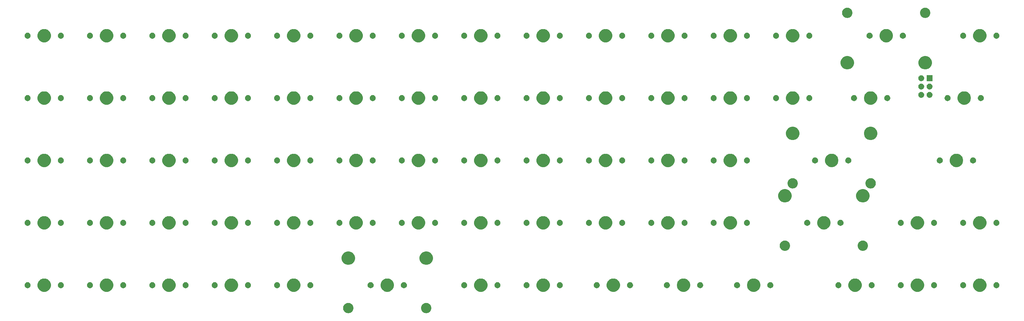
<source format=gts>
G04 #@! TF.GenerationSoftware,KiCad,Pcbnew,(5.1.4)-1*
G04 #@! TF.CreationDate,2022-05-27T22:51:18-07:00*
G04 #@! TF.ProjectId,bakeneko65ortho,62616b65-6e65-46b6-9f36-356f7274686f,rev?*
G04 #@! TF.SameCoordinates,Original*
G04 #@! TF.FileFunction,Soldermask,Top*
G04 #@! TF.FilePolarity,Negative*
%FSLAX46Y46*%
G04 Gerber Fmt 4.6, Leading zero omitted, Abs format (unit mm)*
G04 Created by KiCad (PCBNEW (5.1.4)-1) date 2022-05-27 22:51:18*
%MOMM*%
%LPD*%
G04 APERTURE LIST*
%ADD10C,0.100000*%
G04 APERTURE END LIST*
D10*
G36*
X120957267Y-104659013D02*
G01*
X121109411Y-104689276D01*
X121228137Y-104738454D01*
X121396041Y-104808002D01*
X121396042Y-104808003D01*
X121654004Y-104980367D01*
X121873383Y-105199746D01*
X121988553Y-105372111D01*
X122045748Y-105457709D01*
X122164474Y-105744340D01*
X122225000Y-106048625D01*
X122225000Y-106358875D01*
X122164474Y-106663160D01*
X122045748Y-106949791D01*
X122045747Y-106949792D01*
X121873383Y-107207754D01*
X121654004Y-107427133D01*
X121481639Y-107542303D01*
X121396041Y-107599498D01*
X121228137Y-107669046D01*
X121109411Y-107718224D01*
X120957267Y-107748487D01*
X120805125Y-107778750D01*
X120494875Y-107778750D01*
X120342733Y-107748487D01*
X120190589Y-107718224D01*
X120071863Y-107669046D01*
X119903959Y-107599498D01*
X119818361Y-107542303D01*
X119645996Y-107427133D01*
X119426617Y-107207754D01*
X119254253Y-106949792D01*
X119254252Y-106949791D01*
X119135526Y-106663160D01*
X119075000Y-106358875D01*
X119075000Y-106048625D01*
X119135526Y-105744340D01*
X119254252Y-105457709D01*
X119311447Y-105372111D01*
X119426617Y-105199746D01*
X119645996Y-104980367D01*
X119903958Y-104808003D01*
X119903959Y-104808002D01*
X120071863Y-104738454D01*
X120190589Y-104689276D01*
X120342733Y-104659013D01*
X120494875Y-104628750D01*
X120805125Y-104628750D01*
X120957267Y-104659013D01*
X120957267Y-104659013D01*
G37*
G36*
X97144767Y-104659013D02*
G01*
X97296911Y-104689276D01*
X97415637Y-104738454D01*
X97583541Y-104808002D01*
X97583542Y-104808003D01*
X97841504Y-104980367D01*
X98060883Y-105199746D01*
X98176053Y-105372111D01*
X98233248Y-105457709D01*
X98351974Y-105744340D01*
X98412500Y-106048625D01*
X98412500Y-106358875D01*
X98351974Y-106663160D01*
X98233248Y-106949791D01*
X98233247Y-106949792D01*
X98060883Y-107207754D01*
X97841504Y-107427133D01*
X97669139Y-107542303D01*
X97583541Y-107599498D01*
X97415637Y-107669046D01*
X97296911Y-107718224D01*
X97144767Y-107748487D01*
X96992625Y-107778750D01*
X96682375Y-107778750D01*
X96530233Y-107748487D01*
X96378089Y-107718224D01*
X96259363Y-107669046D01*
X96091459Y-107599498D01*
X96005861Y-107542303D01*
X95833496Y-107427133D01*
X95614117Y-107207754D01*
X95441753Y-106949792D01*
X95441752Y-106949791D01*
X95323026Y-106663160D01*
X95262500Y-106358875D01*
X95262500Y-106048625D01*
X95323026Y-105744340D01*
X95441752Y-105457709D01*
X95498947Y-105372111D01*
X95614117Y-105199746D01*
X95833496Y-104980367D01*
X96091458Y-104808003D01*
X96091459Y-104808002D01*
X96259363Y-104738454D01*
X96378089Y-104689276D01*
X96530233Y-104659013D01*
X96682375Y-104628750D01*
X96992625Y-104628750D01*
X97144767Y-104659013D01*
X97144767Y-104659013D01*
G37*
G36*
X221258974Y-97252434D02*
G01*
X221476974Y-97342733D01*
X221631123Y-97406583D01*
X221966048Y-97630373D01*
X222250877Y-97915202D01*
X222474667Y-98250127D01*
X222507062Y-98328336D01*
X222628816Y-98622276D01*
X222707400Y-99017344D01*
X222707400Y-99420156D01*
X222628816Y-99815224D01*
X222577951Y-99938022D01*
X222474667Y-100187373D01*
X222250877Y-100522298D01*
X221966048Y-100807127D01*
X221631123Y-101030917D01*
X221476974Y-101094767D01*
X221258974Y-101185066D01*
X220863906Y-101263650D01*
X220461094Y-101263650D01*
X220066026Y-101185066D01*
X219848026Y-101094767D01*
X219693877Y-101030917D01*
X219358952Y-100807127D01*
X219074123Y-100522298D01*
X218850333Y-100187373D01*
X218747049Y-99938022D01*
X218696184Y-99815224D01*
X218617600Y-99420156D01*
X218617600Y-99017344D01*
X218696184Y-98622276D01*
X218817938Y-98328336D01*
X218850333Y-98250127D01*
X219074123Y-97915202D01*
X219358952Y-97630373D01*
X219693877Y-97406583D01*
X219848026Y-97342733D01*
X220066026Y-97252434D01*
X220461094Y-97173850D01*
X220863906Y-97173850D01*
X221258974Y-97252434D01*
X221258974Y-97252434D01*
G37*
G36*
X199827724Y-97252434D02*
G01*
X200045724Y-97342733D01*
X200199873Y-97406583D01*
X200534798Y-97630373D01*
X200819627Y-97915202D01*
X201043417Y-98250127D01*
X201075812Y-98328336D01*
X201197566Y-98622276D01*
X201276150Y-99017344D01*
X201276150Y-99420156D01*
X201197566Y-99815224D01*
X201146701Y-99938022D01*
X201043417Y-100187373D01*
X200819627Y-100522298D01*
X200534798Y-100807127D01*
X200199873Y-101030917D01*
X200045724Y-101094767D01*
X199827724Y-101185066D01*
X199432656Y-101263650D01*
X199029844Y-101263650D01*
X198634776Y-101185066D01*
X198416776Y-101094767D01*
X198262627Y-101030917D01*
X197927702Y-100807127D01*
X197642873Y-100522298D01*
X197419083Y-100187373D01*
X197315799Y-99938022D01*
X197264934Y-99815224D01*
X197186350Y-99420156D01*
X197186350Y-99017344D01*
X197264934Y-98622276D01*
X197386688Y-98328336D01*
X197419083Y-98250127D01*
X197642873Y-97915202D01*
X197927702Y-97630373D01*
X198262627Y-97406583D01*
X198416776Y-97342733D01*
X198634776Y-97252434D01*
X199029844Y-97173850D01*
X199432656Y-97173850D01*
X199827724Y-97252434D01*
X199827724Y-97252434D01*
G37*
G36*
X178396474Y-97252434D02*
G01*
X178614474Y-97342733D01*
X178768623Y-97406583D01*
X179103548Y-97630373D01*
X179388377Y-97915202D01*
X179612167Y-98250127D01*
X179644562Y-98328336D01*
X179766316Y-98622276D01*
X179844900Y-99017344D01*
X179844900Y-99420156D01*
X179766316Y-99815224D01*
X179715451Y-99938022D01*
X179612167Y-100187373D01*
X179388377Y-100522298D01*
X179103548Y-100807127D01*
X178768623Y-101030917D01*
X178614474Y-101094767D01*
X178396474Y-101185066D01*
X178001406Y-101263650D01*
X177598594Y-101263650D01*
X177203526Y-101185066D01*
X176985526Y-101094767D01*
X176831377Y-101030917D01*
X176496452Y-100807127D01*
X176211623Y-100522298D01*
X175987833Y-100187373D01*
X175884549Y-99938022D01*
X175833684Y-99815224D01*
X175755100Y-99420156D01*
X175755100Y-99017344D01*
X175833684Y-98622276D01*
X175955438Y-98328336D01*
X175987833Y-98250127D01*
X176211623Y-97915202D01*
X176496452Y-97630373D01*
X176831377Y-97406583D01*
X176985526Y-97342733D01*
X177203526Y-97252434D01*
X177598594Y-97173850D01*
X178001406Y-97173850D01*
X178396474Y-97252434D01*
X178396474Y-97252434D01*
G37*
G36*
X137915224Y-97252434D02*
G01*
X138133224Y-97342733D01*
X138287373Y-97406583D01*
X138622298Y-97630373D01*
X138907127Y-97915202D01*
X139130917Y-98250127D01*
X139163312Y-98328336D01*
X139285066Y-98622276D01*
X139363650Y-99017344D01*
X139363650Y-99420156D01*
X139285066Y-99815224D01*
X139234201Y-99938022D01*
X139130917Y-100187373D01*
X138907127Y-100522298D01*
X138622298Y-100807127D01*
X138287373Y-101030917D01*
X138133224Y-101094767D01*
X137915224Y-101185066D01*
X137520156Y-101263650D01*
X137117344Y-101263650D01*
X136722276Y-101185066D01*
X136504276Y-101094767D01*
X136350127Y-101030917D01*
X136015202Y-100807127D01*
X135730373Y-100522298D01*
X135506583Y-100187373D01*
X135403299Y-99938022D01*
X135352434Y-99815224D01*
X135273850Y-99420156D01*
X135273850Y-99017344D01*
X135352434Y-98622276D01*
X135474188Y-98328336D01*
X135506583Y-98250127D01*
X135730373Y-97915202D01*
X136015202Y-97630373D01*
X136350127Y-97406583D01*
X136504276Y-97342733D01*
X136722276Y-97252434D01*
X137117344Y-97173850D01*
X137520156Y-97173850D01*
X137915224Y-97252434D01*
X137915224Y-97252434D01*
G37*
G36*
X109340224Y-97252434D02*
G01*
X109558224Y-97342733D01*
X109712373Y-97406583D01*
X110047298Y-97630373D01*
X110332127Y-97915202D01*
X110555917Y-98250127D01*
X110588312Y-98328336D01*
X110710066Y-98622276D01*
X110788650Y-99017344D01*
X110788650Y-99420156D01*
X110710066Y-99815224D01*
X110659201Y-99938022D01*
X110555917Y-100187373D01*
X110332127Y-100522298D01*
X110047298Y-100807127D01*
X109712373Y-101030917D01*
X109558224Y-101094767D01*
X109340224Y-101185066D01*
X108945156Y-101263650D01*
X108542344Y-101263650D01*
X108147276Y-101185066D01*
X107929276Y-101094767D01*
X107775127Y-101030917D01*
X107440202Y-100807127D01*
X107155373Y-100522298D01*
X106931583Y-100187373D01*
X106828299Y-99938022D01*
X106777434Y-99815224D01*
X106698850Y-99420156D01*
X106698850Y-99017344D01*
X106777434Y-98622276D01*
X106899188Y-98328336D01*
X106931583Y-98250127D01*
X107155373Y-97915202D01*
X107440202Y-97630373D01*
X107775127Y-97406583D01*
X107929276Y-97342733D01*
X108147276Y-97252434D01*
X108542344Y-97173850D01*
X108945156Y-97173850D01*
X109340224Y-97252434D01*
X109340224Y-97252434D01*
G37*
G36*
X271265224Y-97252434D02*
G01*
X271483224Y-97342733D01*
X271637373Y-97406583D01*
X271972298Y-97630373D01*
X272257127Y-97915202D01*
X272480917Y-98250127D01*
X272513312Y-98328336D01*
X272635066Y-98622276D01*
X272713650Y-99017344D01*
X272713650Y-99420156D01*
X272635066Y-99815224D01*
X272584201Y-99938022D01*
X272480917Y-100187373D01*
X272257127Y-100522298D01*
X271972298Y-100807127D01*
X271637373Y-101030917D01*
X271483224Y-101094767D01*
X271265224Y-101185066D01*
X270870156Y-101263650D01*
X270467344Y-101263650D01*
X270072276Y-101185066D01*
X269854276Y-101094767D01*
X269700127Y-101030917D01*
X269365202Y-100807127D01*
X269080373Y-100522298D01*
X268856583Y-100187373D01*
X268753299Y-99938022D01*
X268702434Y-99815224D01*
X268623850Y-99420156D01*
X268623850Y-99017344D01*
X268702434Y-98622276D01*
X268824188Y-98328336D01*
X268856583Y-98250127D01*
X269080373Y-97915202D01*
X269365202Y-97630373D01*
X269700127Y-97406583D01*
X269854276Y-97342733D01*
X270072276Y-97252434D01*
X270467344Y-97173850D01*
X270870156Y-97173850D01*
X271265224Y-97252434D01*
X271265224Y-97252434D01*
G37*
G36*
X80765224Y-97252434D02*
G01*
X80983224Y-97342733D01*
X81137373Y-97406583D01*
X81472298Y-97630373D01*
X81757127Y-97915202D01*
X81980917Y-98250127D01*
X82013312Y-98328336D01*
X82135066Y-98622276D01*
X82213650Y-99017344D01*
X82213650Y-99420156D01*
X82135066Y-99815224D01*
X82084201Y-99938022D01*
X81980917Y-100187373D01*
X81757127Y-100522298D01*
X81472298Y-100807127D01*
X81137373Y-101030917D01*
X80983224Y-101094767D01*
X80765224Y-101185066D01*
X80370156Y-101263650D01*
X79967344Y-101263650D01*
X79572276Y-101185066D01*
X79354276Y-101094767D01*
X79200127Y-101030917D01*
X78865202Y-100807127D01*
X78580373Y-100522298D01*
X78356583Y-100187373D01*
X78253299Y-99938022D01*
X78202434Y-99815224D01*
X78123850Y-99420156D01*
X78123850Y-99017344D01*
X78202434Y-98622276D01*
X78324188Y-98328336D01*
X78356583Y-98250127D01*
X78580373Y-97915202D01*
X78865202Y-97630373D01*
X79200127Y-97406583D01*
X79354276Y-97342733D01*
X79572276Y-97252434D01*
X79967344Y-97173850D01*
X80370156Y-97173850D01*
X80765224Y-97252434D01*
X80765224Y-97252434D01*
G37*
G36*
X42665224Y-97252434D02*
G01*
X42883224Y-97342733D01*
X43037373Y-97406583D01*
X43372298Y-97630373D01*
X43657127Y-97915202D01*
X43880917Y-98250127D01*
X43913312Y-98328336D01*
X44035066Y-98622276D01*
X44113650Y-99017344D01*
X44113650Y-99420156D01*
X44035066Y-99815224D01*
X43984201Y-99938022D01*
X43880917Y-100187373D01*
X43657127Y-100522298D01*
X43372298Y-100807127D01*
X43037373Y-101030917D01*
X42883224Y-101094767D01*
X42665224Y-101185066D01*
X42270156Y-101263650D01*
X41867344Y-101263650D01*
X41472276Y-101185066D01*
X41254276Y-101094767D01*
X41100127Y-101030917D01*
X40765202Y-100807127D01*
X40480373Y-100522298D01*
X40256583Y-100187373D01*
X40153299Y-99938022D01*
X40102434Y-99815224D01*
X40023850Y-99420156D01*
X40023850Y-99017344D01*
X40102434Y-98622276D01*
X40224188Y-98328336D01*
X40256583Y-98250127D01*
X40480373Y-97915202D01*
X40765202Y-97630373D01*
X41100127Y-97406583D01*
X41254276Y-97342733D01*
X41472276Y-97252434D01*
X41867344Y-97173850D01*
X42270156Y-97173850D01*
X42665224Y-97252434D01*
X42665224Y-97252434D01*
G37*
G36*
X23615224Y-97252434D02*
G01*
X23833224Y-97342733D01*
X23987373Y-97406583D01*
X24322298Y-97630373D01*
X24607127Y-97915202D01*
X24830917Y-98250127D01*
X24863312Y-98328336D01*
X24985066Y-98622276D01*
X25063650Y-99017344D01*
X25063650Y-99420156D01*
X24985066Y-99815224D01*
X24934201Y-99938022D01*
X24830917Y-100187373D01*
X24607127Y-100522298D01*
X24322298Y-100807127D01*
X23987373Y-101030917D01*
X23833224Y-101094767D01*
X23615224Y-101185066D01*
X23220156Y-101263650D01*
X22817344Y-101263650D01*
X22422276Y-101185066D01*
X22204276Y-101094767D01*
X22050127Y-101030917D01*
X21715202Y-100807127D01*
X21430373Y-100522298D01*
X21206583Y-100187373D01*
X21103299Y-99938022D01*
X21052434Y-99815224D01*
X20973850Y-99420156D01*
X20973850Y-99017344D01*
X21052434Y-98622276D01*
X21174188Y-98328336D01*
X21206583Y-98250127D01*
X21430373Y-97915202D01*
X21715202Y-97630373D01*
X22050127Y-97406583D01*
X22204276Y-97342733D01*
X22422276Y-97252434D01*
X22817344Y-97173850D01*
X23220156Y-97173850D01*
X23615224Y-97252434D01*
X23615224Y-97252434D01*
G37*
G36*
X4565224Y-97252434D02*
G01*
X4783224Y-97342733D01*
X4937373Y-97406583D01*
X5272298Y-97630373D01*
X5557127Y-97915202D01*
X5780917Y-98250127D01*
X5813312Y-98328336D01*
X5935066Y-98622276D01*
X6013650Y-99017344D01*
X6013650Y-99420156D01*
X5935066Y-99815224D01*
X5884201Y-99938022D01*
X5780917Y-100187373D01*
X5557127Y-100522298D01*
X5272298Y-100807127D01*
X4937373Y-101030917D01*
X4783224Y-101094767D01*
X4565224Y-101185066D01*
X4170156Y-101263650D01*
X3767344Y-101263650D01*
X3372276Y-101185066D01*
X3154276Y-101094767D01*
X3000127Y-101030917D01*
X2665202Y-100807127D01*
X2380373Y-100522298D01*
X2156583Y-100187373D01*
X2053299Y-99938022D01*
X2002434Y-99815224D01*
X1923850Y-99420156D01*
X1923850Y-99017344D01*
X2002434Y-98622276D01*
X2124188Y-98328336D01*
X2156583Y-98250127D01*
X2380373Y-97915202D01*
X2665202Y-97630373D01*
X3000127Y-97406583D01*
X3154276Y-97342733D01*
X3372276Y-97252434D01*
X3767344Y-97173850D01*
X4170156Y-97173850D01*
X4565224Y-97252434D01*
X4565224Y-97252434D01*
G37*
G36*
X290315224Y-97252434D02*
G01*
X290533224Y-97342733D01*
X290687373Y-97406583D01*
X291022298Y-97630373D01*
X291307127Y-97915202D01*
X291530917Y-98250127D01*
X291563312Y-98328336D01*
X291685066Y-98622276D01*
X291763650Y-99017344D01*
X291763650Y-99420156D01*
X291685066Y-99815224D01*
X291634201Y-99938022D01*
X291530917Y-100187373D01*
X291307127Y-100522298D01*
X291022298Y-100807127D01*
X290687373Y-101030917D01*
X290533224Y-101094767D01*
X290315224Y-101185066D01*
X289920156Y-101263650D01*
X289517344Y-101263650D01*
X289122276Y-101185066D01*
X288904276Y-101094767D01*
X288750127Y-101030917D01*
X288415202Y-100807127D01*
X288130373Y-100522298D01*
X287906583Y-100187373D01*
X287803299Y-99938022D01*
X287752434Y-99815224D01*
X287673850Y-99420156D01*
X287673850Y-99017344D01*
X287752434Y-98622276D01*
X287874188Y-98328336D01*
X287906583Y-98250127D01*
X288130373Y-97915202D01*
X288415202Y-97630373D01*
X288750127Y-97406583D01*
X288904276Y-97342733D01*
X289122276Y-97252434D01*
X289517344Y-97173850D01*
X289920156Y-97173850D01*
X290315224Y-97252434D01*
X290315224Y-97252434D01*
G37*
G36*
X252215224Y-97252434D02*
G01*
X252433224Y-97342733D01*
X252587373Y-97406583D01*
X252922298Y-97630373D01*
X253207127Y-97915202D01*
X253430917Y-98250127D01*
X253463312Y-98328336D01*
X253585066Y-98622276D01*
X253663650Y-99017344D01*
X253663650Y-99420156D01*
X253585066Y-99815224D01*
X253534201Y-99938022D01*
X253430917Y-100187373D01*
X253207127Y-100522298D01*
X252922298Y-100807127D01*
X252587373Y-101030917D01*
X252433224Y-101094767D01*
X252215224Y-101185066D01*
X251820156Y-101263650D01*
X251417344Y-101263650D01*
X251022276Y-101185066D01*
X250804276Y-101094767D01*
X250650127Y-101030917D01*
X250315202Y-100807127D01*
X250030373Y-100522298D01*
X249806583Y-100187373D01*
X249703299Y-99938022D01*
X249652434Y-99815224D01*
X249573850Y-99420156D01*
X249573850Y-99017344D01*
X249652434Y-98622276D01*
X249774188Y-98328336D01*
X249806583Y-98250127D01*
X250030373Y-97915202D01*
X250315202Y-97630373D01*
X250650127Y-97406583D01*
X250804276Y-97342733D01*
X251022276Y-97252434D01*
X251417344Y-97173850D01*
X251820156Y-97173850D01*
X252215224Y-97252434D01*
X252215224Y-97252434D01*
G37*
G36*
X61715224Y-97252434D02*
G01*
X61933224Y-97342733D01*
X62087373Y-97406583D01*
X62422298Y-97630373D01*
X62707127Y-97915202D01*
X62930917Y-98250127D01*
X62963312Y-98328336D01*
X63085066Y-98622276D01*
X63163650Y-99017344D01*
X63163650Y-99420156D01*
X63085066Y-99815224D01*
X63034201Y-99938022D01*
X62930917Y-100187373D01*
X62707127Y-100522298D01*
X62422298Y-100807127D01*
X62087373Y-101030917D01*
X61933224Y-101094767D01*
X61715224Y-101185066D01*
X61320156Y-101263650D01*
X60917344Y-101263650D01*
X60522276Y-101185066D01*
X60304276Y-101094767D01*
X60150127Y-101030917D01*
X59815202Y-100807127D01*
X59530373Y-100522298D01*
X59306583Y-100187373D01*
X59203299Y-99938022D01*
X59152434Y-99815224D01*
X59073850Y-99420156D01*
X59073850Y-99017344D01*
X59152434Y-98622276D01*
X59274188Y-98328336D01*
X59306583Y-98250127D01*
X59530373Y-97915202D01*
X59815202Y-97630373D01*
X60150127Y-97406583D01*
X60304276Y-97342733D01*
X60522276Y-97252434D01*
X60917344Y-97173850D01*
X61320156Y-97173850D01*
X61715224Y-97252434D01*
X61715224Y-97252434D01*
G37*
G36*
X156965224Y-97252434D02*
G01*
X157183224Y-97342733D01*
X157337373Y-97406583D01*
X157672298Y-97630373D01*
X157957127Y-97915202D01*
X158180917Y-98250127D01*
X158213312Y-98328336D01*
X158335066Y-98622276D01*
X158413650Y-99017344D01*
X158413650Y-99420156D01*
X158335066Y-99815224D01*
X158284201Y-99938022D01*
X158180917Y-100187373D01*
X157957127Y-100522298D01*
X157672298Y-100807127D01*
X157337373Y-101030917D01*
X157183224Y-101094767D01*
X156965224Y-101185066D01*
X156570156Y-101263650D01*
X156167344Y-101263650D01*
X155772276Y-101185066D01*
X155554276Y-101094767D01*
X155400127Y-101030917D01*
X155065202Y-100807127D01*
X154780373Y-100522298D01*
X154556583Y-100187373D01*
X154453299Y-99938022D01*
X154402434Y-99815224D01*
X154323850Y-99420156D01*
X154323850Y-99017344D01*
X154402434Y-98622276D01*
X154524188Y-98328336D01*
X154556583Y-98250127D01*
X154780373Y-97915202D01*
X155065202Y-97630373D01*
X155400127Y-97406583D01*
X155554276Y-97342733D01*
X155772276Y-97252434D01*
X156167344Y-97173850D01*
X156570156Y-97173850D01*
X156965224Y-97252434D01*
X156965224Y-97252434D01*
G37*
G36*
X215852604Y-98328335D02*
G01*
X216021126Y-98398139D01*
X216172791Y-98499478D01*
X216301772Y-98628459D01*
X216403111Y-98780124D01*
X216472915Y-98948646D01*
X216508500Y-99127547D01*
X216508500Y-99309953D01*
X216472915Y-99488854D01*
X216403111Y-99657376D01*
X216301772Y-99809041D01*
X216172791Y-99938022D01*
X216021126Y-100039361D01*
X215852604Y-100109165D01*
X215673703Y-100144750D01*
X215491297Y-100144750D01*
X215312396Y-100109165D01*
X215143874Y-100039361D01*
X214992209Y-99938022D01*
X214863228Y-99809041D01*
X214761889Y-99657376D01*
X214692085Y-99488854D01*
X214656500Y-99309953D01*
X214656500Y-99127547D01*
X214692085Y-98948646D01*
X214761889Y-98780124D01*
X214863228Y-98628459D01*
X214992209Y-98499478D01*
X215143874Y-98398139D01*
X215312396Y-98328335D01*
X215491297Y-98292750D01*
X215673703Y-98292750D01*
X215852604Y-98328335D01*
X215852604Y-98328335D01*
G37*
G36*
X226012604Y-98328335D02*
G01*
X226181126Y-98398139D01*
X226332791Y-98499478D01*
X226461772Y-98628459D01*
X226563111Y-98780124D01*
X226632915Y-98948646D01*
X226668500Y-99127547D01*
X226668500Y-99309953D01*
X226632915Y-99488854D01*
X226563111Y-99657376D01*
X226461772Y-99809041D01*
X226332791Y-99938022D01*
X226181126Y-100039361D01*
X226012604Y-100109165D01*
X225833703Y-100144750D01*
X225651297Y-100144750D01*
X225472396Y-100109165D01*
X225303874Y-100039361D01*
X225152209Y-99938022D01*
X225023228Y-99809041D01*
X224921889Y-99657376D01*
X224852085Y-99488854D01*
X224816500Y-99309953D01*
X224816500Y-99127547D01*
X224852085Y-98948646D01*
X224921889Y-98780124D01*
X225023228Y-98628459D01*
X225152209Y-98499478D01*
X225303874Y-98398139D01*
X225472396Y-98328335D01*
X225651297Y-98292750D01*
X225833703Y-98292750D01*
X226012604Y-98328335D01*
X226012604Y-98328335D01*
G37*
G36*
X194421354Y-98328335D02*
G01*
X194589876Y-98398139D01*
X194741541Y-98499478D01*
X194870522Y-98628459D01*
X194971861Y-98780124D01*
X195041665Y-98948646D01*
X195077250Y-99127547D01*
X195077250Y-99309953D01*
X195041665Y-99488854D01*
X194971861Y-99657376D01*
X194870522Y-99809041D01*
X194741541Y-99938022D01*
X194589876Y-100039361D01*
X194421354Y-100109165D01*
X194242453Y-100144750D01*
X194060047Y-100144750D01*
X193881146Y-100109165D01*
X193712624Y-100039361D01*
X193560959Y-99938022D01*
X193431978Y-99809041D01*
X193330639Y-99657376D01*
X193260835Y-99488854D01*
X193225250Y-99309953D01*
X193225250Y-99127547D01*
X193260835Y-98948646D01*
X193330639Y-98780124D01*
X193431978Y-98628459D01*
X193560959Y-98499478D01*
X193712624Y-98398139D01*
X193881146Y-98328335D01*
X194060047Y-98292750D01*
X194242453Y-98292750D01*
X194421354Y-98328335D01*
X194421354Y-98328335D01*
G37*
G36*
X204581354Y-98328335D02*
G01*
X204749876Y-98398139D01*
X204901541Y-98499478D01*
X205030522Y-98628459D01*
X205131861Y-98780124D01*
X205201665Y-98948646D01*
X205237250Y-99127547D01*
X205237250Y-99309953D01*
X205201665Y-99488854D01*
X205131861Y-99657376D01*
X205030522Y-99809041D01*
X204901541Y-99938022D01*
X204749876Y-100039361D01*
X204581354Y-100109165D01*
X204402453Y-100144750D01*
X204220047Y-100144750D01*
X204041146Y-100109165D01*
X203872624Y-100039361D01*
X203720959Y-99938022D01*
X203591978Y-99809041D01*
X203490639Y-99657376D01*
X203420835Y-99488854D01*
X203385250Y-99309953D01*
X203385250Y-99127547D01*
X203420835Y-98948646D01*
X203490639Y-98780124D01*
X203591978Y-98628459D01*
X203720959Y-98499478D01*
X203872624Y-98398139D01*
X204041146Y-98328335D01*
X204220047Y-98292750D01*
X204402453Y-98292750D01*
X204581354Y-98328335D01*
X204581354Y-98328335D01*
G37*
G36*
X295068854Y-98328335D02*
G01*
X295237376Y-98398139D01*
X295389041Y-98499478D01*
X295518022Y-98628459D01*
X295619361Y-98780124D01*
X295689165Y-98948646D01*
X295724750Y-99127547D01*
X295724750Y-99309953D01*
X295689165Y-99488854D01*
X295619361Y-99657376D01*
X295518022Y-99809041D01*
X295389041Y-99938022D01*
X295237376Y-100039361D01*
X295068854Y-100109165D01*
X294889953Y-100144750D01*
X294707547Y-100144750D01*
X294528646Y-100109165D01*
X294360124Y-100039361D01*
X294208459Y-99938022D01*
X294079478Y-99809041D01*
X293978139Y-99657376D01*
X293908335Y-99488854D01*
X293872750Y-99309953D01*
X293872750Y-99127547D01*
X293908335Y-98948646D01*
X293978139Y-98780124D01*
X294079478Y-98628459D01*
X294208459Y-98499478D01*
X294360124Y-98398139D01*
X294528646Y-98328335D01*
X294707547Y-98292750D01*
X294889953Y-98292750D01*
X295068854Y-98328335D01*
X295068854Y-98328335D01*
G37*
G36*
X276018854Y-98328335D02*
G01*
X276187376Y-98398139D01*
X276339041Y-98499478D01*
X276468022Y-98628459D01*
X276569361Y-98780124D01*
X276639165Y-98948646D01*
X276674750Y-99127547D01*
X276674750Y-99309953D01*
X276639165Y-99488854D01*
X276569361Y-99657376D01*
X276468022Y-99809041D01*
X276339041Y-99938022D01*
X276187376Y-100039361D01*
X276018854Y-100109165D01*
X275839953Y-100144750D01*
X275657547Y-100144750D01*
X275478646Y-100109165D01*
X275310124Y-100039361D01*
X275158459Y-99938022D01*
X275029478Y-99809041D01*
X274928139Y-99657376D01*
X274858335Y-99488854D01*
X274822750Y-99309953D01*
X274822750Y-99127547D01*
X274858335Y-98948646D01*
X274928139Y-98780124D01*
X275029478Y-98628459D01*
X275158459Y-98499478D01*
X275310124Y-98398139D01*
X275478646Y-98328335D01*
X275657547Y-98292750D01*
X275839953Y-98292750D01*
X276018854Y-98328335D01*
X276018854Y-98328335D01*
G37*
G36*
X183150104Y-98328335D02*
G01*
X183318626Y-98398139D01*
X183470291Y-98499478D01*
X183599272Y-98628459D01*
X183700611Y-98780124D01*
X183770415Y-98948646D01*
X183806000Y-99127547D01*
X183806000Y-99309953D01*
X183770415Y-99488854D01*
X183700611Y-99657376D01*
X183599272Y-99809041D01*
X183470291Y-99938022D01*
X183318626Y-100039361D01*
X183150104Y-100109165D01*
X182971203Y-100144750D01*
X182788797Y-100144750D01*
X182609896Y-100109165D01*
X182441374Y-100039361D01*
X182289709Y-99938022D01*
X182160728Y-99809041D01*
X182059389Y-99657376D01*
X181989585Y-99488854D01*
X181954000Y-99309953D01*
X181954000Y-99127547D01*
X181989585Y-98948646D01*
X182059389Y-98780124D01*
X182160728Y-98628459D01*
X182289709Y-98499478D01*
X182441374Y-98398139D01*
X182609896Y-98328335D01*
X182788797Y-98292750D01*
X182971203Y-98292750D01*
X183150104Y-98328335D01*
X183150104Y-98328335D01*
G37*
G36*
X284908854Y-98328335D02*
G01*
X285077376Y-98398139D01*
X285229041Y-98499478D01*
X285358022Y-98628459D01*
X285459361Y-98780124D01*
X285529165Y-98948646D01*
X285564750Y-99127547D01*
X285564750Y-99309953D01*
X285529165Y-99488854D01*
X285459361Y-99657376D01*
X285358022Y-99809041D01*
X285229041Y-99938022D01*
X285077376Y-100039361D01*
X284908854Y-100109165D01*
X284729953Y-100144750D01*
X284547547Y-100144750D01*
X284368646Y-100109165D01*
X284200124Y-100039361D01*
X284048459Y-99938022D01*
X283919478Y-99809041D01*
X283818139Y-99657376D01*
X283748335Y-99488854D01*
X283712750Y-99309953D01*
X283712750Y-99127547D01*
X283748335Y-98948646D01*
X283818139Y-98780124D01*
X283919478Y-98628459D01*
X284048459Y-98499478D01*
X284200124Y-98398139D01*
X284368646Y-98328335D01*
X284547547Y-98292750D01*
X284729953Y-98292750D01*
X284908854Y-98328335D01*
X284908854Y-98328335D01*
G37*
G36*
X151558854Y-98328335D02*
G01*
X151727376Y-98398139D01*
X151879041Y-98499478D01*
X152008022Y-98628459D01*
X152109361Y-98780124D01*
X152179165Y-98948646D01*
X152214750Y-99127547D01*
X152214750Y-99309953D01*
X152179165Y-99488854D01*
X152109361Y-99657376D01*
X152008022Y-99809041D01*
X151879041Y-99938022D01*
X151727376Y-100039361D01*
X151558854Y-100109165D01*
X151379953Y-100144750D01*
X151197547Y-100144750D01*
X151018646Y-100109165D01*
X150850124Y-100039361D01*
X150698459Y-99938022D01*
X150569478Y-99809041D01*
X150468139Y-99657376D01*
X150398335Y-99488854D01*
X150362750Y-99309953D01*
X150362750Y-99127547D01*
X150398335Y-98948646D01*
X150468139Y-98780124D01*
X150569478Y-98628459D01*
X150698459Y-98499478D01*
X150850124Y-98398139D01*
X151018646Y-98328335D01*
X151197547Y-98292750D01*
X151379953Y-98292750D01*
X151558854Y-98328335D01*
X151558854Y-98328335D01*
G37*
G36*
X161718854Y-98328335D02*
G01*
X161887376Y-98398139D01*
X162039041Y-98499478D01*
X162168022Y-98628459D01*
X162269361Y-98780124D01*
X162339165Y-98948646D01*
X162374750Y-99127547D01*
X162374750Y-99309953D01*
X162339165Y-99488854D01*
X162269361Y-99657376D01*
X162168022Y-99809041D01*
X162039041Y-99938022D01*
X161887376Y-100039361D01*
X161718854Y-100109165D01*
X161539953Y-100144750D01*
X161357547Y-100144750D01*
X161178646Y-100109165D01*
X161010124Y-100039361D01*
X160858459Y-99938022D01*
X160729478Y-99809041D01*
X160628139Y-99657376D01*
X160558335Y-99488854D01*
X160522750Y-99309953D01*
X160522750Y-99127547D01*
X160558335Y-98948646D01*
X160628139Y-98780124D01*
X160729478Y-98628459D01*
X160858459Y-98499478D01*
X161010124Y-98398139D01*
X161178646Y-98328335D01*
X161357547Y-98292750D01*
X161539953Y-98292750D01*
X161718854Y-98328335D01*
X161718854Y-98328335D01*
G37*
G36*
X132508854Y-98328335D02*
G01*
X132677376Y-98398139D01*
X132829041Y-98499478D01*
X132958022Y-98628459D01*
X133059361Y-98780124D01*
X133129165Y-98948646D01*
X133164750Y-99127547D01*
X133164750Y-99309953D01*
X133129165Y-99488854D01*
X133059361Y-99657376D01*
X132958022Y-99809041D01*
X132829041Y-99938022D01*
X132677376Y-100039361D01*
X132508854Y-100109165D01*
X132329953Y-100144750D01*
X132147547Y-100144750D01*
X131968646Y-100109165D01*
X131800124Y-100039361D01*
X131648459Y-99938022D01*
X131519478Y-99809041D01*
X131418139Y-99657376D01*
X131348335Y-99488854D01*
X131312750Y-99309953D01*
X131312750Y-99127547D01*
X131348335Y-98948646D01*
X131418139Y-98780124D01*
X131519478Y-98628459D01*
X131648459Y-98499478D01*
X131800124Y-98398139D01*
X131968646Y-98328335D01*
X132147547Y-98292750D01*
X132329953Y-98292750D01*
X132508854Y-98328335D01*
X132508854Y-98328335D01*
G37*
G36*
X142668854Y-98328335D02*
G01*
X142837376Y-98398139D01*
X142989041Y-98499478D01*
X143118022Y-98628459D01*
X143219361Y-98780124D01*
X143289165Y-98948646D01*
X143324750Y-99127547D01*
X143324750Y-99309953D01*
X143289165Y-99488854D01*
X143219361Y-99657376D01*
X143118022Y-99809041D01*
X142989041Y-99938022D01*
X142837376Y-100039361D01*
X142668854Y-100109165D01*
X142489953Y-100144750D01*
X142307547Y-100144750D01*
X142128646Y-100109165D01*
X141960124Y-100039361D01*
X141808459Y-99938022D01*
X141679478Y-99809041D01*
X141578139Y-99657376D01*
X141508335Y-99488854D01*
X141472750Y-99309953D01*
X141472750Y-99127547D01*
X141508335Y-98948646D01*
X141578139Y-98780124D01*
X141679478Y-98628459D01*
X141808459Y-98499478D01*
X141960124Y-98398139D01*
X142128646Y-98328335D01*
X142307547Y-98292750D01*
X142489953Y-98292750D01*
X142668854Y-98328335D01*
X142668854Y-98328335D01*
G37*
G36*
X103933854Y-98328335D02*
G01*
X104102376Y-98398139D01*
X104254041Y-98499478D01*
X104383022Y-98628459D01*
X104484361Y-98780124D01*
X104554165Y-98948646D01*
X104589750Y-99127547D01*
X104589750Y-99309953D01*
X104554165Y-99488854D01*
X104484361Y-99657376D01*
X104383022Y-99809041D01*
X104254041Y-99938022D01*
X104102376Y-100039361D01*
X103933854Y-100109165D01*
X103754953Y-100144750D01*
X103572547Y-100144750D01*
X103393646Y-100109165D01*
X103225124Y-100039361D01*
X103073459Y-99938022D01*
X102944478Y-99809041D01*
X102843139Y-99657376D01*
X102773335Y-99488854D01*
X102737750Y-99309953D01*
X102737750Y-99127547D01*
X102773335Y-98948646D01*
X102843139Y-98780124D01*
X102944478Y-98628459D01*
X103073459Y-98499478D01*
X103225124Y-98398139D01*
X103393646Y-98328335D01*
X103572547Y-98292750D01*
X103754953Y-98292750D01*
X103933854Y-98328335D01*
X103933854Y-98328335D01*
G37*
G36*
X172990104Y-98328335D02*
G01*
X173158626Y-98398139D01*
X173310291Y-98499478D01*
X173439272Y-98628459D01*
X173540611Y-98780124D01*
X173610415Y-98948646D01*
X173646000Y-99127547D01*
X173646000Y-99309953D01*
X173610415Y-99488854D01*
X173540611Y-99657376D01*
X173439272Y-99809041D01*
X173310291Y-99938022D01*
X173158626Y-100039361D01*
X172990104Y-100109165D01*
X172811203Y-100144750D01*
X172628797Y-100144750D01*
X172449896Y-100109165D01*
X172281374Y-100039361D01*
X172129709Y-99938022D01*
X172000728Y-99809041D01*
X171899389Y-99657376D01*
X171829585Y-99488854D01*
X171794000Y-99309953D01*
X171794000Y-99127547D01*
X171829585Y-98948646D01*
X171899389Y-98780124D01*
X172000728Y-98628459D01*
X172129709Y-98499478D01*
X172281374Y-98398139D01*
X172449896Y-98328335D01*
X172628797Y-98292750D01*
X172811203Y-98292750D01*
X172990104Y-98328335D01*
X172990104Y-98328335D01*
G37*
G36*
X256968854Y-98328335D02*
G01*
X257137376Y-98398139D01*
X257289041Y-98499478D01*
X257418022Y-98628459D01*
X257519361Y-98780124D01*
X257589165Y-98948646D01*
X257624750Y-99127547D01*
X257624750Y-99309953D01*
X257589165Y-99488854D01*
X257519361Y-99657376D01*
X257418022Y-99809041D01*
X257289041Y-99938022D01*
X257137376Y-100039361D01*
X256968854Y-100109165D01*
X256789953Y-100144750D01*
X256607547Y-100144750D01*
X256428646Y-100109165D01*
X256260124Y-100039361D01*
X256108459Y-99938022D01*
X255979478Y-99809041D01*
X255878139Y-99657376D01*
X255808335Y-99488854D01*
X255772750Y-99309953D01*
X255772750Y-99127547D01*
X255808335Y-98948646D01*
X255878139Y-98780124D01*
X255979478Y-98628459D01*
X256108459Y-98499478D01*
X256260124Y-98398139D01*
X256428646Y-98328335D01*
X256607547Y-98292750D01*
X256789953Y-98292750D01*
X256968854Y-98328335D01*
X256968854Y-98328335D01*
G37*
G36*
X18208854Y-98328335D02*
G01*
X18377376Y-98398139D01*
X18529041Y-98499478D01*
X18658022Y-98628459D01*
X18759361Y-98780124D01*
X18829165Y-98948646D01*
X18864750Y-99127547D01*
X18864750Y-99309953D01*
X18829165Y-99488854D01*
X18759361Y-99657376D01*
X18658022Y-99809041D01*
X18529041Y-99938022D01*
X18377376Y-100039361D01*
X18208854Y-100109165D01*
X18029953Y-100144750D01*
X17847547Y-100144750D01*
X17668646Y-100109165D01*
X17500124Y-100039361D01*
X17348459Y-99938022D01*
X17219478Y-99809041D01*
X17118139Y-99657376D01*
X17048335Y-99488854D01*
X17012750Y-99309953D01*
X17012750Y-99127547D01*
X17048335Y-98948646D01*
X17118139Y-98780124D01*
X17219478Y-98628459D01*
X17348459Y-98499478D01*
X17500124Y-98398139D01*
X17668646Y-98328335D01*
X17847547Y-98292750D01*
X18029953Y-98292750D01*
X18208854Y-98328335D01*
X18208854Y-98328335D01*
G37*
G36*
X47418854Y-98328335D02*
G01*
X47587376Y-98398139D01*
X47739041Y-98499478D01*
X47868022Y-98628459D01*
X47969361Y-98780124D01*
X48039165Y-98948646D01*
X48074750Y-99127547D01*
X48074750Y-99309953D01*
X48039165Y-99488854D01*
X47969361Y-99657376D01*
X47868022Y-99809041D01*
X47739041Y-99938022D01*
X47587376Y-100039361D01*
X47418854Y-100109165D01*
X47239953Y-100144750D01*
X47057547Y-100144750D01*
X46878646Y-100109165D01*
X46710124Y-100039361D01*
X46558459Y-99938022D01*
X46429478Y-99809041D01*
X46328139Y-99657376D01*
X46258335Y-99488854D01*
X46222750Y-99309953D01*
X46222750Y-99127547D01*
X46258335Y-98948646D01*
X46328139Y-98780124D01*
X46429478Y-98628459D01*
X46558459Y-98499478D01*
X46710124Y-98398139D01*
X46878646Y-98328335D01*
X47057547Y-98292750D01*
X47239953Y-98292750D01*
X47418854Y-98328335D01*
X47418854Y-98328335D01*
G37*
G36*
X37258854Y-98328335D02*
G01*
X37427376Y-98398139D01*
X37579041Y-98499478D01*
X37708022Y-98628459D01*
X37809361Y-98780124D01*
X37879165Y-98948646D01*
X37914750Y-99127547D01*
X37914750Y-99309953D01*
X37879165Y-99488854D01*
X37809361Y-99657376D01*
X37708022Y-99809041D01*
X37579041Y-99938022D01*
X37427376Y-100039361D01*
X37258854Y-100109165D01*
X37079953Y-100144750D01*
X36897547Y-100144750D01*
X36718646Y-100109165D01*
X36550124Y-100039361D01*
X36398459Y-99938022D01*
X36269478Y-99809041D01*
X36168139Y-99657376D01*
X36098335Y-99488854D01*
X36062750Y-99309953D01*
X36062750Y-99127547D01*
X36098335Y-98948646D01*
X36168139Y-98780124D01*
X36269478Y-98628459D01*
X36398459Y-98499478D01*
X36550124Y-98398139D01*
X36718646Y-98328335D01*
X36897547Y-98292750D01*
X37079953Y-98292750D01*
X37258854Y-98328335D01*
X37258854Y-98328335D01*
G37*
G36*
X28368854Y-98328335D02*
G01*
X28537376Y-98398139D01*
X28689041Y-98499478D01*
X28818022Y-98628459D01*
X28919361Y-98780124D01*
X28989165Y-98948646D01*
X29024750Y-99127547D01*
X29024750Y-99309953D01*
X28989165Y-99488854D01*
X28919361Y-99657376D01*
X28818022Y-99809041D01*
X28689041Y-99938022D01*
X28537376Y-100039361D01*
X28368854Y-100109165D01*
X28189953Y-100144750D01*
X28007547Y-100144750D01*
X27828646Y-100109165D01*
X27660124Y-100039361D01*
X27508459Y-99938022D01*
X27379478Y-99809041D01*
X27278139Y-99657376D01*
X27208335Y-99488854D01*
X27172750Y-99309953D01*
X27172750Y-99127547D01*
X27208335Y-98948646D01*
X27278139Y-98780124D01*
X27379478Y-98628459D01*
X27508459Y-98499478D01*
X27660124Y-98398139D01*
X27828646Y-98328335D01*
X28007547Y-98292750D01*
X28189953Y-98292750D01*
X28368854Y-98328335D01*
X28368854Y-98328335D01*
G37*
G36*
X66468854Y-98328335D02*
G01*
X66637376Y-98398139D01*
X66789041Y-98499478D01*
X66918022Y-98628459D01*
X67019361Y-98780124D01*
X67089165Y-98948646D01*
X67124750Y-99127547D01*
X67124750Y-99309953D01*
X67089165Y-99488854D01*
X67019361Y-99657376D01*
X66918022Y-99809041D01*
X66789041Y-99938022D01*
X66637376Y-100039361D01*
X66468854Y-100109165D01*
X66289953Y-100144750D01*
X66107547Y-100144750D01*
X65928646Y-100109165D01*
X65760124Y-100039361D01*
X65608459Y-99938022D01*
X65479478Y-99809041D01*
X65378139Y-99657376D01*
X65308335Y-99488854D01*
X65272750Y-99309953D01*
X65272750Y-99127547D01*
X65308335Y-98948646D01*
X65378139Y-98780124D01*
X65479478Y-98628459D01*
X65608459Y-98499478D01*
X65760124Y-98398139D01*
X65928646Y-98328335D01*
X66107547Y-98292750D01*
X66289953Y-98292750D01*
X66468854Y-98328335D01*
X66468854Y-98328335D01*
G37*
G36*
X56308854Y-98328335D02*
G01*
X56477376Y-98398139D01*
X56629041Y-98499478D01*
X56758022Y-98628459D01*
X56859361Y-98780124D01*
X56929165Y-98948646D01*
X56964750Y-99127547D01*
X56964750Y-99309953D01*
X56929165Y-99488854D01*
X56859361Y-99657376D01*
X56758022Y-99809041D01*
X56629041Y-99938022D01*
X56477376Y-100039361D01*
X56308854Y-100109165D01*
X56129953Y-100144750D01*
X55947547Y-100144750D01*
X55768646Y-100109165D01*
X55600124Y-100039361D01*
X55448459Y-99938022D01*
X55319478Y-99809041D01*
X55218139Y-99657376D01*
X55148335Y-99488854D01*
X55112750Y-99309953D01*
X55112750Y-99127547D01*
X55148335Y-98948646D01*
X55218139Y-98780124D01*
X55319478Y-98628459D01*
X55448459Y-98499478D01*
X55600124Y-98398139D01*
X55768646Y-98328335D01*
X55947547Y-98292750D01*
X56129953Y-98292750D01*
X56308854Y-98328335D01*
X56308854Y-98328335D01*
G37*
G36*
X85518854Y-98328335D02*
G01*
X85687376Y-98398139D01*
X85839041Y-98499478D01*
X85968022Y-98628459D01*
X86069361Y-98780124D01*
X86139165Y-98948646D01*
X86174750Y-99127547D01*
X86174750Y-99309953D01*
X86139165Y-99488854D01*
X86069361Y-99657376D01*
X85968022Y-99809041D01*
X85839041Y-99938022D01*
X85687376Y-100039361D01*
X85518854Y-100109165D01*
X85339953Y-100144750D01*
X85157547Y-100144750D01*
X84978646Y-100109165D01*
X84810124Y-100039361D01*
X84658459Y-99938022D01*
X84529478Y-99809041D01*
X84428139Y-99657376D01*
X84358335Y-99488854D01*
X84322750Y-99309953D01*
X84322750Y-99127547D01*
X84358335Y-98948646D01*
X84428139Y-98780124D01*
X84529478Y-98628459D01*
X84658459Y-98499478D01*
X84810124Y-98398139D01*
X84978646Y-98328335D01*
X85157547Y-98292750D01*
X85339953Y-98292750D01*
X85518854Y-98328335D01*
X85518854Y-98328335D01*
G37*
G36*
X75358854Y-98328335D02*
G01*
X75527376Y-98398139D01*
X75679041Y-98499478D01*
X75808022Y-98628459D01*
X75909361Y-98780124D01*
X75979165Y-98948646D01*
X76014750Y-99127547D01*
X76014750Y-99309953D01*
X75979165Y-99488854D01*
X75909361Y-99657376D01*
X75808022Y-99809041D01*
X75679041Y-99938022D01*
X75527376Y-100039361D01*
X75358854Y-100109165D01*
X75179953Y-100144750D01*
X74997547Y-100144750D01*
X74818646Y-100109165D01*
X74650124Y-100039361D01*
X74498459Y-99938022D01*
X74369478Y-99809041D01*
X74268139Y-99657376D01*
X74198335Y-99488854D01*
X74162750Y-99309953D01*
X74162750Y-99127547D01*
X74198335Y-98948646D01*
X74268139Y-98780124D01*
X74369478Y-98628459D01*
X74498459Y-98499478D01*
X74650124Y-98398139D01*
X74818646Y-98328335D01*
X74997547Y-98292750D01*
X75179953Y-98292750D01*
X75358854Y-98328335D01*
X75358854Y-98328335D01*
G37*
G36*
X9318854Y-98328335D02*
G01*
X9487376Y-98398139D01*
X9639041Y-98499478D01*
X9768022Y-98628459D01*
X9869361Y-98780124D01*
X9939165Y-98948646D01*
X9974750Y-99127547D01*
X9974750Y-99309953D01*
X9939165Y-99488854D01*
X9869361Y-99657376D01*
X9768022Y-99809041D01*
X9639041Y-99938022D01*
X9487376Y-100039361D01*
X9318854Y-100109165D01*
X9139953Y-100144750D01*
X8957547Y-100144750D01*
X8778646Y-100109165D01*
X8610124Y-100039361D01*
X8458459Y-99938022D01*
X8329478Y-99809041D01*
X8228139Y-99657376D01*
X8158335Y-99488854D01*
X8122750Y-99309953D01*
X8122750Y-99127547D01*
X8158335Y-98948646D01*
X8228139Y-98780124D01*
X8329478Y-98628459D01*
X8458459Y-98499478D01*
X8610124Y-98398139D01*
X8778646Y-98328335D01*
X8957547Y-98292750D01*
X9139953Y-98292750D01*
X9318854Y-98328335D01*
X9318854Y-98328335D01*
G37*
G36*
X114093854Y-98328335D02*
G01*
X114262376Y-98398139D01*
X114414041Y-98499478D01*
X114543022Y-98628459D01*
X114644361Y-98780124D01*
X114714165Y-98948646D01*
X114749750Y-99127547D01*
X114749750Y-99309953D01*
X114714165Y-99488854D01*
X114644361Y-99657376D01*
X114543022Y-99809041D01*
X114414041Y-99938022D01*
X114262376Y-100039361D01*
X114093854Y-100109165D01*
X113914953Y-100144750D01*
X113732547Y-100144750D01*
X113553646Y-100109165D01*
X113385124Y-100039361D01*
X113233459Y-99938022D01*
X113104478Y-99809041D01*
X113003139Y-99657376D01*
X112933335Y-99488854D01*
X112897750Y-99309953D01*
X112897750Y-99127547D01*
X112933335Y-98948646D01*
X113003139Y-98780124D01*
X113104478Y-98628459D01*
X113233459Y-98499478D01*
X113385124Y-98398139D01*
X113553646Y-98328335D01*
X113732547Y-98292750D01*
X113914953Y-98292750D01*
X114093854Y-98328335D01*
X114093854Y-98328335D01*
G37*
G36*
X265858854Y-98328335D02*
G01*
X266027376Y-98398139D01*
X266179041Y-98499478D01*
X266308022Y-98628459D01*
X266409361Y-98780124D01*
X266479165Y-98948646D01*
X266514750Y-99127547D01*
X266514750Y-99309953D01*
X266479165Y-99488854D01*
X266409361Y-99657376D01*
X266308022Y-99809041D01*
X266179041Y-99938022D01*
X266027376Y-100039361D01*
X265858854Y-100109165D01*
X265679953Y-100144750D01*
X265497547Y-100144750D01*
X265318646Y-100109165D01*
X265150124Y-100039361D01*
X264998459Y-99938022D01*
X264869478Y-99809041D01*
X264768139Y-99657376D01*
X264698335Y-99488854D01*
X264662750Y-99309953D01*
X264662750Y-99127547D01*
X264698335Y-98948646D01*
X264768139Y-98780124D01*
X264869478Y-98628459D01*
X264998459Y-98499478D01*
X265150124Y-98398139D01*
X265318646Y-98328335D01*
X265497547Y-98292750D01*
X265679953Y-98292750D01*
X265858854Y-98328335D01*
X265858854Y-98328335D01*
G37*
G36*
X246808854Y-98328335D02*
G01*
X246977376Y-98398139D01*
X247129041Y-98499478D01*
X247258022Y-98628459D01*
X247359361Y-98780124D01*
X247429165Y-98948646D01*
X247464750Y-99127547D01*
X247464750Y-99309953D01*
X247429165Y-99488854D01*
X247359361Y-99657376D01*
X247258022Y-99809041D01*
X247129041Y-99938022D01*
X246977376Y-100039361D01*
X246808854Y-100109165D01*
X246629953Y-100144750D01*
X246447547Y-100144750D01*
X246268646Y-100109165D01*
X246100124Y-100039361D01*
X245948459Y-99938022D01*
X245819478Y-99809041D01*
X245718139Y-99657376D01*
X245648335Y-99488854D01*
X245612750Y-99309953D01*
X245612750Y-99127547D01*
X245648335Y-98948646D01*
X245718139Y-98780124D01*
X245819478Y-98628459D01*
X245948459Y-98499478D01*
X246100124Y-98398139D01*
X246268646Y-98328335D01*
X246447547Y-98292750D01*
X246629953Y-98292750D01*
X246808854Y-98328335D01*
X246808854Y-98328335D01*
G37*
G36*
X-841146Y-98328335D02*
G01*
X-672624Y-98398139D01*
X-520959Y-98499478D01*
X-391978Y-98628459D01*
X-290639Y-98780124D01*
X-220835Y-98948646D01*
X-185250Y-99127547D01*
X-185250Y-99309953D01*
X-220835Y-99488854D01*
X-290639Y-99657376D01*
X-391978Y-99809041D01*
X-520959Y-99938022D01*
X-672624Y-100039361D01*
X-841146Y-100109165D01*
X-1020047Y-100144750D01*
X-1202453Y-100144750D01*
X-1381354Y-100109165D01*
X-1549876Y-100039361D01*
X-1701541Y-99938022D01*
X-1830522Y-99809041D01*
X-1931861Y-99657376D01*
X-2001665Y-99488854D01*
X-2037250Y-99309953D01*
X-2037250Y-99127547D01*
X-2001665Y-98948646D01*
X-1931861Y-98780124D01*
X-1830522Y-98628459D01*
X-1701541Y-98499478D01*
X-1549876Y-98398139D01*
X-1381354Y-98328335D01*
X-1202453Y-98292750D01*
X-1020047Y-98292750D01*
X-841146Y-98328335D01*
X-841146Y-98328335D01*
G37*
G36*
X121246474Y-88997434D02*
G01*
X121464474Y-89087733D01*
X121618623Y-89151583D01*
X121953548Y-89375373D01*
X122238377Y-89660202D01*
X122462167Y-89995127D01*
X122462167Y-89995128D01*
X122616316Y-90367276D01*
X122694900Y-90762344D01*
X122694900Y-91165156D01*
X122616316Y-91560224D01*
X122526017Y-91778224D01*
X122462167Y-91932373D01*
X122238377Y-92267298D01*
X121953548Y-92552127D01*
X121618623Y-92775917D01*
X121464474Y-92839767D01*
X121246474Y-92930066D01*
X120851406Y-93008650D01*
X120448594Y-93008650D01*
X120053526Y-92930066D01*
X119835526Y-92839767D01*
X119681377Y-92775917D01*
X119346452Y-92552127D01*
X119061623Y-92267298D01*
X118837833Y-91932373D01*
X118773983Y-91778224D01*
X118683684Y-91560224D01*
X118605100Y-91165156D01*
X118605100Y-90762344D01*
X118683684Y-90367276D01*
X118837833Y-89995128D01*
X118837833Y-89995127D01*
X119061623Y-89660202D01*
X119346452Y-89375373D01*
X119681377Y-89151583D01*
X119835526Y-89087733D01*
X120053526Y-88997434D01*
X120448594Y-88918850D01*
X120851406Y-88918850D01*
X121246474Y-88997434D01*
X121246474Y-88997434D01*
G37*
G36*
X97433974Y-88997434D02*
G01*
X97651974Y-89087733D01*
X97806123Y-89151583D01*
X98141048Y-89375373D01*
X98425877Y-89660202D01*
X98649667Y-89995127D01*
X98649667Y-89995128D01*
X98803816Y-90367276D01*
X98882400Y-90762344D01*
X98882400Y-91165156D01*
X98803816Y-91560224D01*
X98713517Y-91778224D01*
X98649667Y-91932373D01*
X98425877Y-92267298D01*
X98141048Y-92552127D01*
X97806123Y-92775917D01*
X97651974Y-92839767D01*
X97433974Y-92930066D01*
X97038906Y-93008650D01*
X96636094Y-93008650D01*
X96241026Y-92930066D01*
X96023026Y-92839767D01*
X95868877Y-92775917D01*
X95533952Y-92552127D01*
X95249123Y-92267298D01*
X95025333Y-91932373D01*
X94961483Y-91778224D01*
X94871184Y-91560224D01*
X94792600Y-91165156D01*
X94792600Y-90762344D01*
X94871184Y-90367276D01*
X95025333Y-89995128D01*
X95025333Y-89995127D01*
X95249123Y-89660202D01*
X95533952Y-89375373D01*
X95868877Y-89151583D01*
X96023026Y-89087733D01*
X96241026Y-88997434D01*
X96636094Y-88918850D01*
X97038906Y-88918850D01*
X97433974Y-88997434D01*
X97433974Y-88997434D01*
G37*
G36*
X230646911Y-85639276D02*
G01*
X230765637Y-85688454D01*
X230933541Y-85758002D01*
X230933542Y-85758003D01*
X231191504Y-85930367D01*
X231410883Y-86149746D01*
X231526053Y-86322111D01*
X231583248Y-86407709D01*
X231701974Y-86694340D01*
X231762500Y-86998625D01*
X231762500Y-87308875D01*
X231701974Y-87613160D01*
X231583248Y-87899791D01*
X231583247Y-87899792D01*
X231410883Y-88157754D01*
X231191504Y-88377133D01*
X231019139Y-88492303D01*
X230933541Y-88549498D01*
X230765637Y-88619046D01*
X230646911Y-88668224D01*
X230342625Y-88728750D01*
X230032375Y-88728750D01*
X229728089Y-88668224D01*
X229609363Y-88619046D01*
X229441459Y-88549498D01*
X229355861Y-88492303D01*
X229183496Y-88377133D01*
X228964117Y-88157754D01*
X228791753Y-87899792D01*
X228791752Y-87899791D01*
X228673026Y-87613160D01*
X228612500Y-87308875D01*
X228612500Y-86998625D01*
X228673026Y-86694340D01*
X228791752Y-86407709D01*
X228848947Y-86322111D01*
X228964117Y-86149746D01*
X229183496Y-85930367D01*
X229441458Y-85758003D01*
X229441459Y-85758002D01*
X229609363Y-85688454D01*
X229728089Y-85639276D01*
X230032375Y-85578750D01*
X230342625Y-85578750D01*
X230646911Y-85639276D01*
X230646911Y-85639276D01*
G37*
G36*
X254459411Y-85639276D02*
G01*
X254578137Y-85688454D01*
X254746041Y-85758002D01*
X254746042Y-85758003D01*
X255004004Y-85930367D01*
X255223383Y-86149746D01*
X255338553Y-86322111D01*
X255395748Y-86407709D01*
X255514474Y-86694340D01*
X255575000Y-86998625D01*
X255575000Y-87308875D01*
X255514474Y-87613160D01*
X255395748Y-87899791D01*
X255395747Y-87899792D01*
X255223383Y-88157754D01*
X255004004Y-88377133D01*
X254831639Y-88492303D01*
X254746041Y-88549498D01*
X254578137Y-88619046D01*
X254459411Y-88668224D01*
X254155125Y-88728750D01*
X253844875Y-88728750D01*
X253540589Y-88668224D01*
X253421863Y-88619046D01*
X253253959Y-88549498D01*
X253168361Y-88492303D01*
X252995996Y-88377133D01*
X252776617Y-88157754D01*
X252604253Y-87899792D01*
X252604252Y-87899791D01*
X252485526Y-87613160D01*
X252425000Y-87308875D01*
X252425000Y-86998625D01*
X252485526Y-86694340D01*
X252604252Y-86407709D01*
X252661447Y-86322111D01*
X252776617Y-86149746D01*
X252995996Y-85930367D01*
X253253958Y-85758003D01*
X253253959Y-85758002D01*
X253421863Y-85688454D01*
X253540589Y-85639276D01*
X253844875Y-85578750D01*
X254155125Y-85578750D01*
X254459411Y-85639276D01*
X254459411Y-85639276D01*
G37*
G36*
X242690224Y-78202434D02*
G01*
X242908224Y-78292733D01*
X243062373Y-78356583D01*
X243397298Y-78580373D01*
X243682127Y-78865202D01*
X243905917Y-79200127D01*
X243938312Y-79278336D01*
X244060066Y-79572276D01*
X244138650Y-79967344D01*
X244138650Y-80370156D01*
X244060066Y-80765224D01*
X244009201Y-80888022D01*
X243905917Y-81137373D01*
X243682127Y-81472298D01*
X243397298Y-81757127D01*
X243062373Y-81980917D01*
X242908224Y-82044767D01*
X242690224Y-82135066D01*
X242295156Y-82213650D01*
X241892344Y-82213650D01*
X241497276Y-82135066D01*
X241279276Y-82044767D01*
X241125127Y-81980917D01*
X240790202Y-81757127D01*
X240505373Y-81472298D01*
X240281583Y-81137373D01*
X240178299Y-80888022D01*
X240127434Y-80765224D01*
X240048850Y-80370156D01*
X240048850Y-79967344D01*
X240127434Y-79572276D01*
X240249188Y-79278336D01*
X240281583Y-79200127D01*
X240505373Y-78865202D01*
X240790202Y-78580373D01*
X241125127Y-78356583D01*
X241279276Y-78292733D01*
X241497276Y-78202434D01*
X241892344Y-78123850D01*
X242295156Y-78123850D01*
X242690224Y-78202434D01*
X242690224Y-78202434D01*
G37*
G36*
X4565224Y-78202434D02*
G01*
X4783224Y-78292733D01*
X4937373Y-78356583D01*
X5272298Y-78580373D01*
X5557127Y-78865202D01*
X5780917Y-79200127D01*
X5813312Y-79278336D01*
X5935066Y-79572276D01*
X6013650Y-79967344D01*
X6013650Y-80370156D01*
X5935066Y-80765224D01*
X5884201Y-80888022D01*
X5780917Y-81137373D01*
X5557127Y-81472298D01*
X5272298Y-81757127D01*
X4937373Y-81980917D01*
X4783224Y-82044767D01*
X4565224Y-82135066D01*
X4170156Y-82213650D01*
X3767344Y-82213650D01*
X3372276Y-82135066D01*
X3154276Y-82044767D01*
X3000127Y-81980917D01*
X2665202Y-81757127D01*
X2380373Y-81472298D01*
X2156583Y-81137373D01*
X2053299Y-80888022D01*
X2002434Y-80765224D01*
X1923850Y-80370156D01*
X1923850Y-79967344D01*
X2002434Y-79572276D01*
X2124188Y-79278336D01*
X2156583Y-79200127D01*
X2380373Y-78865202D01*
X2665202Y-78580373D01*
X3000127Y-78356583D01*
X3154276Y-78292733D01*
X3372276Y-78202434D01*
X3767344Y-78123850D01*
X4170156Y-78123850D01*
X4565224Y-78202434D01*
X4565224Y-78202434D01*
G37*
G36*
X156965224Y-78202434D02*
G01*
X157183224Y-78292733D01*
X157337373Y-78356583D01*
X157672298Y-78580373D01*
X157957127Y-78865202D01*
X158180917Y-79200127D01*
X158213312Y-79278336D01*
X158335066Y-79572276D01*
X158413650Y-79967344D01*
X158413650Y-80370156D01*
X158335066Y-80765224D01*
X158284201Y-80888022D01*
X158180917Y-81137373D01*
X157957127Y-81472298D01*
X157672298Y-81757127D01*
X157337373Y-81980917D01*
X157183224Y-82044767D01*
X156965224Y-82135066D01*
X156570156Y-82213650D01*
X156167344Y-82213650D01*
X155772276Y-82135066D01*
X155554276Y-82044767D01*
X155400127Y-81980917D01*
X155065202Y-81757127D01*
X154780373Y-81472298D01*
X154556583Y-81137373D01*
X154453299Y-80888022D01*
X154402434Y-80765224D01*
X154323850Y-80370156D01*
X154323850Y-79967344D01*
X154402434Y-79572276D01*
X154524188Y-79278336D01*
X154556583Y-79200127D01*
X154780373Y-78865202D01*
X155065202Y-78580373D01*
X155400127Y-78356583D01*
X155554276Y-78292733D01*
X155772276Y-78202434D01*
X156167344Y-78123850D01*
X156570156Y-78123850D01*
X156965224Y-78202434D01*
X156965224Y-78202434D01*
G37*
G36*
X176015224Y-78202434D02*
G01*
X176233224Y-78292733D01*
X176387373Y-78356583D01*
X176722298Y-78580373D01*
X177007127Y-78865202D01*
X177230917Y-79200127D01*
X177263312Y-79278336D01*
X177385066Y-79572276D01*
X177463650Y-79967344D01*
X177463650Y-80370156D01*
X177385066Y-80765224D01*
X177334201Y-80888022D01*
X177230917Y-81137373D01*
X177007127Y-81472298D01*
X176722298Y-81757127D01*
X176387373Y-81980917D01*
X176233224Y-82044767D01*
X176015224Y-82135066D01*
X175620156Y-82213650D01*
X175217344Y-82213650D01*
X174822276Y-82135066D01*
X174604276Y-82044767D01*
X174450127Y-81980917D01*
X174115202Y-81757127D01*
X173830373Y-81472298D01*
X173606583Y-81137373D01*
X173503299Y-80888022D01*
X173452434Y-80765224D01*
X173373850Y-80370156D01*
X173373850Y-79967344D01*
X173452434Y-79572276D01*
X173574188Y-79278336D01*
X173606583Y-79200127D01*
X173830373Y-78865202D01*
X174115202Y-78580373D01*
X174450127Y-78356583D01*
X174604276Y-78292733D01*
X174822276Y-78202434D01*
X175217344Y-78123850D01*
X175620156Y-78123850D01*
X176015224Y-78202434D01*
X176015224Y-78202434D01*
G37*
G36*
X137915224Y-78202434D02*
G01*
X138133224Y-78292733D01*
X138287373Y-78356583D01*
X138622298Y-78580373D01*
X138907127Y-78865202D01*
X139130917Y-79200127D01*
X139163312Y-79278336D01*
X139285066Y-79572276D01*
X139363650Y-79967344D01*
X139363650Y-80370156D01*
X139285066Y-80765224D01*
X139234201Y-80888022D01*
X139130917Y-81137373D01*
X138907127Y-81472298D01*
X138622298Y-81757127D01*
X138287373Y-81980917D01*
X138133224Y-82044767D01*
X137915224Y-82135066D01*
X137520156Y-82213650D01*
X137117344Y-82213650D01*
X136722276Y-82135066D01*
X136504276Y-82044767D01*
X136350127Y-81980917D01*
X136015202Y-81757127D01*
X135730373Y-81472298D01*
X135506583Y-81137373D01*
X135403299Y-80888022D01*
X135352434Y-80765224D01*
X135273850Y-80370156D01*
X135273850Y-79967344D01*
X135352434Y-79572276D01*
X135474188Y-79278336D01*
X135506583Y-79200127D01*
X135730373Y-78865202D01*
X136015202Y-78580373D01*
X136350127Y-78356583D01*
X136504276Y-78292733D01*
X136722276Y-78202434D01*
X137117344Y-78123850D01*
X137520156Y-78123850D01*
X137915224Y-78202434D01*
X137915224Y-78202434D01*
G37*
G36*
X118865224Y-78202434D02*
G01*
X119083224Y-78292733D01*
X119237373Y-78356583D01*
X119572298Y-78580373D01*
X119857127Y-78865202D01*
X120080917Y-79200127D01*
X120113312Y-79278336D01*
X120235066Y-79572276D01*
X120313650Y-79967344D01*
X120313650Y-80370156D01*
X120235066Y-80765224D01*
X120184201Y-80888022D01*
X120080917Y-81137373D01*
X119857127Y-81472298D01*
X119572298Y-81757127D01*
X119237373Y-81980917D01*
X119083224Y-82044767D01*
X118865224Y-82135066D01*
X118470156Y-82213650D01*
X118067344Y-82213650D01*
X117672276Y-82135066D01*
X117454276Y-82044767D01*
X117300127Y-81980917D01*
X116965202Y-81757127D01*
X116680373Y-81472298D01*
X116456583Y-81137373D01*
X116353299Y-80888022D01*
X116302434Y-80765224D01*
X116223850Y-80370156D01*
X116223850Y-79967344D01*
X116302434Y-79572276D01*
X116424188Y-79278336D01*
X116456583Y-79200127D01*
X116680373Y-78865202D01*
X116965202Y-78580373D01*
X117300127Y-78356583D01*
X117454276Y-78292733D01*
X117672276Y-78202434D01*
X118067344Y-78123850D01*
X118470156Y-78123850D01*
X118865224Y-78202434D01*
X118865224Y-78202434D01*
G37*
G36*
X195065224Y-78202434D02*
G01*
X195283224Y-78292733D01*
X195437373Y-78356583D01*
X195772298Y-78580373D01*
X196057127Y-78865202D01*
X196280917Y-79200127D01*
X196313312Y-79278336D01*
X196435066Y-79572276D01*
X196513650Y-79967344D01*
X196513650Y-80370156D01*
X196435066Y-80765224D01*
X196384201Y-80888022D01*
X196280917Y-81137373D01*
X196057127Y-81472298D01*
X195772298Y-81757127D01*
X195437373Y-81980917D01*
X195283224Y-82044767D01*
X195065224Y-82135066D01*
X194670156Y-82213650D01*
X194267344Y-82213650D01*
X193872276Y-82135066D01*
X193654276Y-82044767D01*
X193500127Y-81980917D01*
X193165202Y-81757127D01*
X192880373Y-81472298D01*
X192656583Y-81137373D01*
X192553299Y-80888022D01*
X192502434Y-80765224D01*
X192423850Y-80370156D01*
X192423850Y-79967344D01*
X192502434Y-79572276D01*
X192624188Y-79278336D01*
X192656583Y-79200127D01*
X192880373Y-78865202D01*
X193165202Y-78580373D01*
X193500127Y-78356583D01*
X193654276Y-78292733D01*
X193872276Y-78202434D01*
X194267344Y-78123850D01*
X194670156Y-78123850D01*
X195065224Y-78202434D01*
X195065224Y-78202434D01*
G37*
G36*
X99815224Y-78202434D02*
G01*
X100033224Y-78292733D01*
X100187373Y-78356583D01*
X100522298Y-78580373D01*
X100807127Y-78865202D01*
X101030917Y-79200127D01*
X101063312Y-79278336D01*
X101185066Y-79572276D01*
X101263650Y-79967344D01*
X101263650Y-80370156D01*
X101185066Y-80765224D01*
X101134201Y-80888022D01*
X101030917Y-81137373D01*
X100807127Y-81472298D01*
X100522298Y-81757127D01*
X100187373Y-81980917D01*
X100033224Y-82044767D01*
X99815224Y-82135066D01*
X99420156Y-82213650D01*
X99017344Y-82213650D01*
X98622276Y-82135066D01*
X98404276Y-82044767D01*
X98250127Y-81980917D01*
X97915202Y-81757127D01*
X97630373Y-81472298D01*
X97406583Y-81137373D01*
X97303299Y-80888022D01*
X97252434Y-80765224D01*
X97173850Y-80370156D01*
X97173850Y-79967344D01*
X97252434Y-79572276D01*
X97374188Y-79278336D01*
X97406583Y-79200127D01*
X97630373Y-78865202D01*
X97915202Y-78580373D01*
X98250127Y-78356583D01*
X98404276Y-78292733D01*
X98622276Y-78202434D01*
X99017344Y-78123850D01*
X99420156Y-78123850D01*
X99815224Y-78202434D01*
X99815224Y-78202434D01*
G37*
G36*
X214115224Y-78202434D02*
G01*
X214333224Y-78292733D01*
X214487373Y-78356583D01*
X214822298Y-78580373D01*
X215107127Y-78865202D01*
X215330917Y-79200127D01*
X215363312Y-79278336D01*
X215485066Y-79572276D01*
X215563650Y-79967344D01*
X215563650Y-80370156D01*
X215485066Y-80765224D01*
X215434201Y-80888022D01*
X215330917Y-81137373D01*
X215107127Y-81472298D01*
X214822298Y-81757127D01*
X214487373Y-81980917D01*
X214333224Y-82044767D01*
X214115224Y-82135066D01*
X213720156Y-82213650D01*
X213317344Y-82213650D01*
X212922276Y-82135066D01*
X212704276Y-82044767D01*
X212550127Y-81980917D01*
X212215202Y-81757127D01*
X211930373Y-81472298D01*
X211706583Y-81137373D01*
X211603299Y-80888022D01*
X211552434Y-80765224D01*
X211473850Y-80370156D01*
X211473850Y-79967344D01*
X211552434Y-79572276D01*
X211674188Y-79278336D01*
X211706583Y-79200127D01*
X211930373Y-78865202D01*
X212215202Y-78580373D01*
X212550127Y-78356583D01*
X212704276Y-78292733D01*
X212922276Y-78202434D01*
X213317344Y-78123850D01*
X213720156Y-78123850D01*
X214115224Y-78202434D01*
X214115224Y-78202434D01*
G37*
G36*
X61715224Y-78202434D02*
G01*
X61933224Y-78292733D01*
X62087373Y-78356583D01*
X62422298Y-78580373D01*
X62707127Y-78865202D01*
X62930917Y-79200127D01*
X62963312Y-79278336D01*
X63085066Y-79572276D01*
X63163650Y-79967344D01*
X63163650Y-80370156D01*
X63085066Y-80765224D01*
X63034201Y-80888022D01*
X62930917Y-81137373D01*
X62707127Y-81472298D01*
X62422298Y-81757127D01*
X62087373Y-81980917D01*
X61933224Y-82044767D01*
X61715224Y-82135066D01*
X61320156Y-82213650D01*
X60917344Y-82213650D01*
X60522276Y-82135066D01*
X60304276Y-82044767D01*
X60150127Y-81980917D01*
X59815202Y-81757127D01*
X59530373Y-81472298D01*
X59306583Y-81137373D01*
X59203299Y-80888022D01*
X59152434Y-80765224D01*
X59073850Y-80370156D01*
X59073850Y-79967344D01*
X59152434Y-79572276D01*
X59274188Y-79278336D01*
X59306583Y-79200127D01*
X59530373Y-78865202D01*
X59815202Y-78580373D01*
X60150127Y-78356583D01*
X60304276Y-78292733D01*
X60522276Y-78202434D01*
X60917344Y-78123850D01*
X61320156Y-78123850D01*
X61715224Y-78202434D01*
X61715224Y-78202434D01*
G37*
G36*
X271265224Y-78202434D02*
G01*
X271483224Y-78292733D01*
X271637373Y-78356583D01*
X271972298Y-78580373D01*
X272257127Y-78865202D01*
X272480917Y-79200127D01*
X272513312Y-79278336D01*
X272635066Y-79572276D01*
X272713650Y-79967344D01*
X272713650Y-80370156D01*
X272635066Y-80765224D01*
X272584201Y-80888022D01*
X272480917Y-81137373D01*
X272257127Y-81472298D01*
X271972298Y-81757127D01*
X271637373Y-81980917D01*
X271483224Y-82044767D01*
X271265224Y-82135066D01*
X270870156Y-82213650D01*
X270467344Y-82213650D01*
X270072276Y-82135066D01*
X269854276Y-82044767D01*
X269700127Y-81980917D01*
X269365202Y-81757127D01*
X269080373Y-81472298D01*
X268856583Y-81137373D01*
X268753299Y-80888022D01*
X268702434Y-80765224D01*
X268623850Y-80370156D01*
X268623850Y-79967344D01*
X268702434Y-79572276D01*
X268824188Y-79278336D01*
X268856583Y-79200127D01*
X269080373Y-78865202D01*
X269365202Y-78580373D01*
X269700127Y-78356583D01*
X269854276Y-78292733D01*
X270072276Y-78202434D01*
X270467344Y-78123850D01*
X270870156Y-78123850D01*
X271265224Y-78202434D01*
X271265224Y-78202434D01*
G37*
G36*
X42665224Y-78202434D02*
G01*
X42883224Y-78292733D01*
X43037373Y-78356583D01*
X43372298Y-78580373D01*
X43657127Y-78865202D01*
X43880917Y-79200127D01*
X43913312Y-79278336D01*
X44035066Y-79572276D01*
X44113650Y-79967344D01*
X44113650Y-80370156D01*
X44035066Y-80765224D01*
X43984201Y-80888022D01*
X43880917Y-81137373D01*
X43657127Y-81472298D01*
X43372298Y-81757127D01*
X43037373Y-81980917D01*
X42883224Y-82044767D01*
X42665224Y-82135066D01*
X42270156Y-82213650D01*
X41867344Y-82213650D01*
X41472276Y-82135066D01*
X41254276Y-82044767D01*
X41100127Y-81980917D01*
X40765202Y-81757127D01*
X40480373Y-81472298D01*
X40256583Y-81137373D01*
X40153299Y-80888022D01*
X40102434Y-80765224D01*
X40023850Y-80370156D01*
X40023850Y-79967344D01*
X40102434Y-79572276D01*
X40224188Y-79278336D01*
X40256583Y-79200127D01*
X40480373Y-78865202D01*
X40765202Y-78580373D01*
X41100127Y-78356583D01*
X41254276Y-78292733D01*
X41472276Y-78202434D01*
X41867344Y-78123850D01*
X42270156Y-78123850D01*
X42665224Y-78202434D01*
X42665224Y-78202434D01*
G37*
G36*
X23615224Y-78202434D02*
G01*
X23833224Y-78292733D01*
X23987373Y-78356583D01*
X24322298Y-78580373D01*
X24607127Y-78865202D01*
X24830917Y-79200127D01*
X24863312Y-79278336D01*
X24985066Y-79572276D01*
X25063650Y-79967344D01*
X25063650Y-80370156D01*
X24985066Y-80765224D01*
X24934201Y-80888022D01*
X24830917Y-81137373D01*
X24607127Y-81472298D01*
X24322298Y-81757127D01*
X23987373Y-81980917D01*
X23833224Y-82044767D01*
X23615224Y-82135066D01*
X23220156Y-82213650D01*
X22817344Y-82213650D01*
X22422276Y-82135066D01*
X22204276Y-82044767D01*
X22050127Y-81980917D01*
X21715202Y-81757127D01*
X21430373Y-81472298D01*
X21206583Y-81137373D01*
X21103299Y-80888022D01*
X21052434Y-80765224D01*
X20973850Y-80370156D01*
X20973850Y-79967344D01*
X21052434Y-79572276D01*
X21174188Y-79278336D01*
X21206583Y-79200127D01*
X21430373Y-78865202D01*
X21715202Y-78580373D01*
X22050127Y-78356583D01*
X22204276Y-78292733D01*
X22422276Y-78202434D01*
X22817344Y-78123850D01*
X23220156Y-78123850D01*
X23615224Y-78202434D01*
X23615224Y-78202434D01*
G37*
G36*
X290315224Y-78202434D02*
G01*
X290533224Y-78292733D01*
X290687373Y-78356583D01*
X291022298Y-78580373D01*
X291307127Y-78865202D01*
X291530917Y-79200127D01*
X291563312Y-79278336D01*
X291685066Y-79572276D01*
X291763650Y-79967344D01*
X291763650Y-80370156D01*
X291685066Y-80765224D01*
X291634201Y-80888022D01*
X291530917Y-81137373D01*
X291307127Y-81472298D01*
X291022298Y-81757127D01*
X290687373Y-81980917D01*
X290533224Y-82044767D01*
X290315224Y-82135066D01*
X289920156Y-82213650D01*
X289517344Y-82213650D01*
X289122276Y-82135066D01*
X288904276Y-82044767D01*
X288750127Y-81980917D01*
X288415202Y-81757127D01*
X288130373Y-81472298D01*
X287906583Y-81137373D01*
X287803299Y-80888022D01*
X287752434Y-80765224D01*
X287673850Y-80370156D01*
X287673850Y-79967344D01*
X287752434Y-79572276D01*
X287874188Y-79278336D01*
X287906583Y-79200127D01*
X288130373Y-78865202D01*
X288415202Y-78580373D01*
X288750127Y-78356583D01*
X288904276Y-78292733D01*
X289122276Y-78202434D01*
X289517344Y-78123850D01*
X289920156Y-78123850D01*
X290315224Y-78202434D01*
X290315224Y-78202434D01*
G37*
G36*
X80765224Y-78202434D02*
G01*
X80983224Y-78292733D01*
X81137373Y-78356583D01*
X81472298Y-78580373D01*
X81757127Y-78865202D01*
X81980917Y-79200127D01*
X82013312Y-79278336D01*
X82135066Y-79572276D01*
X82213650Y-79967344D01*
X82213650Y-80370156D01*
X82135066Y-80765224D01*
X82084201Y-80888022D01*
X81980917Y-81137373D01*
X81757127Y-81472298D01*
X81472298Y-81757127D01*
X81137373Y-81980917D01*
X80983224Y-82044767D01*
X80765224Y-82135066D01*
X80370156Y-82213650D01*
X79967344Y-82213650D01*
X79572276Y-82135066D01*
X79354276Y-82044767D01*
X79200127Y-81980917D01*
X78865202Y-81757127D01*
X78580373Y-81472298D01*
X78356583Y-81137373D01*
X78253299Y-80888022D01*
X78202434Y-80765224D01*
X78123850Y-80370156D01*
X78123850Y-79967344D01*
X78202434Y-79572276D01*
X78324188Y-79278336D01*
X78356583Y-79200127D01*
X78580373Y-78865202D01*
X78865202Y-78580373D01*
X79200127Y-78356583D01*
X79354276Y-78292733D01*
X79572276Y-78202434D01*
X79967344Y-78123850D01*
X80370156Y-78123850D01*
X80765224Y-78202434D01*
X80765224Y-78202434D01*
G37*
G36*
X47418854Y-79278335D02*
G01*
X47587376Y-79348139D01*
X47739041Y-79449478D01*
X47868022Y-79578459D01*
X47969361Y-79730124D01*
X48039165Y-79898646D01*
X48074750Y-80077547D01*
X48074750Y-80259953D01*
X48039165Y-80438854D01*
X47969361Y-80607376D01*
X47868022Y-80759041D01*
X47739041Y-80888022D01*
X47587376Y-80989361D01*
X47418854Y-81059165D01*
X47239953Y-81094750D01*
X47057547Y-81094750D01*
X46878646Y-81059165D01*
X46710124Y-80989361D01*
X46558459Y-80888022D01*
X46429478Y-80759041D01*
X46328139Y-80607376D01*
X46258335Y-80438854D01*
X46222750Y-80259953D01*
X46222750Y-80077547D01*
X46258335Y-79898646D01*
X46328139Y-79730124D01*
X46429478Y-79578459D01*
X46558459Y-79449478D01*
X46710124Y-79348139D01*
X46878646Y-79278335D01*
X47057547Y-79242750D01*
X47239953Y-79242750D01*
X47418854Y-79278335D01*
X47418854Y-79278335D01*
G37*
G36*
X237283854Y-79278335D02*
G01*
X237452376Y-79348139D01*
X237604041Y-79449478D01*
X237733022Y-79578459D01*
X237834361Y-79730124D01*
X237904165Y-79898646D01*
X237939750Y-80077547D01*
X237939750Y-80259953D01*
X237904165Y-80438854D01*
X237834361Y-80607376D01*
X237733022Y-80759041D01*
X237604041Y-80888022D01*
X237452376Y-80989361D01*
X237283854Y-81059165D01*
X237104953Y-81094750D01*
X236922547Y-81094750D01*
X236743646Y-81059165D01*
X236575124Y-80989361D01*
X236423459Y-80888022D01*
X236294478Y-80759041D01*
X236193139Y-80607376D01*
X236123335Y-80438854D01*
X236087750Y-80259953D01*
X236087750Y-80077547D01*
X236123335Y-79898646D01*
X236193139Y-79730124D01*
X236294478Y-79578459D01*
X236423459Y-79449478D01*
X236575124Y-79348139D01*
X236743646Y-79278335D01*
X236922547Y-79242750D01*
X237104953Y-79242750D01*
X237283854Y-79278335D01*
X237283854Y-79278335D01*
G37*
G36*
X56308854Y-79278335D02*
G01*
X56477376Y-79348139D01*
X56629041Y-79449478D01*
X56758022Y-79578459D01*
X56859361Y-79730124D01*
X56929165Y-79898646D01*
X56964750Y-80077547D01*
X56964750Y-80259953D01*
X56929165Y-80438854D01*
X56859361Y-80607376D01*
X56758022Y-80759041D01*
X56629041Y-80888022D01*
X56477376Y-80989361D01*
X56308854Y-81059165D01*
X56129953Y-81094750D01*
X55947547Y-81094750D01*
X55768646Y-81059165D01*
X55600124Y-80989361D01*
X55448459Y-80888022D01*
X55319478Y-80759041D01*
X55218139Y-80607376D01*
X55148335Y-80438854D01*
X55112750Y-80259953D01*
X55112750Y-80077547D01*
X55148335Y-79898646D01*
X55218139Y-79730124D01*
X55319478Y-79578459D01*
X55448459Y-79449478D01*
X55600124Y-79348139D01*
X55768646Y-79278335D01*
X55947547Y-79242750D01*
X56129953Y-79242750D01*
X56308854Y-79278335D01*
X56308854Y-79278335D01*
G37*
G36*
X66468854Y-79278335D02*
G01*
X66637376Y-79348139D01*
X66789041Y-79449478D01*
X66918022Y-79578459D01*
X67019361Y-79730124D01*
X67089165Y-79898646D01*
X67124750Y-80077547D01*
X67124750Y-80259953D01*
X67089165Y-80438854D01*
X67019361Y-80607376D01*
X66918022Y-80759041D01*
X66789041Y-80888022D01*
X66637376Y-80989361D01*
X66468854Y-81059165D01*
X66289953Y-81094750D01*
X66107547Y-81094750D01*
X65928646Y-81059165D01*
X65760124Y-80989361D01*
X65608459Y-80888022D01*
X65479478Y-80759041D01*
X65378139Y-80607376D01*
X65308335Y-80438854D01*
X65272750Y-80259953D01*
X65272750Y-80077547D01*
X65308335Y-79898646D01*
X65378139Y-79730124D01*
X65479478Y-79578459D01*
X65608459Y-79449478D01*
X65760124Y-79348139D01*
X65928646Y-79278335D01*
X66107547Y-79242750D01*
X66289953Y-79242750D01*
X66468854Y-79278335D01*
X66468854Y-79278335D01*
G37*
G36*
X75358854Y-79278335D02*
G01*
X75527376Y-79348139D01*
X75679041Y-79449478D01*
X75808022Y-79578459D01*
X75909361Y-79730124D01*
X75979165Y-79898646D01*
X76014750Y-80077547D01*
X76014750Y-80259953D01*
X75979165Y-80438854D01*
X75909361Y-80607376D01*
X75808022Y-80759041D01*
X75679041Y-80888022D01*
X75527376Y-80989361D01*
X75358854Y-81059165D01*
X75179953Y-81094750D01*
X74997547Y-81094750D01*
X74818646Y-81059165D01*
X74650124Y-80989361D01*
X74498459Y-80888022D01*
X74369478Y-80759041D01*
X74268139Y-80607376D01*
X74198335Y-80438854D01*
X74162750Y-80259953D01*
X74162750Y-80077547D01*
X74198335Y-79898646D01*
X74268139Y-79730124D01*
X74369478Y-79578459D01*
X74498459Y-79449478D01*
X74650124Y-79348139D01*
X74818646Y-79278335D01*
X74997547Y-79242750D01*
X75179953Y-79242750D01*
X75358854Y-79278335D01*
X75358854Y-79278335D01*
G37*
G36*
X85518854Y-79278335D02*
G01*
X85687376Y-79348139D01*
X85839041Y-79449478D01*
X85968022Y-79578459D01*
X86069361Y-79730124D01*
X86139165Y-79898646D01*
X86174750Y-80077547D01*
X86174750Y-80259953D01*
X86139165Y-80438854D01*
X86069361Y-80607376D01*
X85968022Y-80759041D01*
X85839041Y-80888022D01*
X85687376Y-80989361D01*
X85518854Y-81059165D01*
X85339953Y-81094750D01*
X85157547Y-81094750D01*
X84978646Y-81059165D01*
X84810124Y-80989361D01*
X84658459Y-80888022D01*
X84529478Y-80759041D01*
X84428139Y-80607376D01*
X84358335Y-80438854D01*
X84322750Y-80259953D01*
X84322750Y-80077547D01*
X84358335Y-79898646D01*
X84428139Y-79730124D01*
X84529478Y-79578459D01*
X84658459Y-79449478D01*
X84810124Y-79348139D01*
X84978646Y-79278335D01*
X85157547Y-79242750D01*
X85339953Y-79242750D01*
X85518854Y-79278335D01*
X85518854Y-79278335D01*
G37*
G36*
X94408854Y-79278335D02*
G01*
X94577376Y-79348139D01*
X94729041Y-79449478D01*
X94858022Y-79578459D01*
X94959361Y-79730124D01*
X95029165Y-79898646D01*
X95064750Y-80077547D01*
X95064750Y-80259953D01*
X95029165Y-80438854D01*
X94959361Y-80607376D01*
X94858022Y-80759041D01*
X94729041Y-80888022D01*
X94577376Y-80989361D01*
X94408854Y-81059165D01*
X94229953Y-81094750D01*
X94047547Y-81094750D01*
X93868646Y-81059165D01*
X93700124Y-80989361D01*
X93548459Y-80888022D01*
X93419478Y-80759041D01*
X93318139Y-80607376D01*
X93248335Y-80438854D01*
X93212750Y-80259953D01*
X93212750Y-80077547D01*
X93248335Y-79898646D01*
X93318139Y-79730124D01*
X93419478Y-79578459D01*
X93548459Y-79449478D01*
X93700124Y-79348139D01*
X93868646Y-79278335D01*
X94047547Y-79242750D01*
X94229953Y-79242750D01*
X94408854Y-79278335D01*
X94408854Y-79278335D01*
G37*
G36*
X104568854Y-79278335D02*
G01*
X104737376Y-79348139D01*
X104889041Y-79449478D01*
X105018022Y-79578459D01*
X105119361Y-79730124D01*
X105189165Y-79898646D01*
X105224750Y-80077547D01*
X105224750Y-80259953D01*
X105189165Y-80438854D01*
X105119361Y-80607376D01*
X105018022Y-80759041D01*
X104889041Y-80888022D01*
X104737376Y-80989361D01*
X104568854Y-81059165D01*
X104389953Y-81094750D01*
X104207547Y-81094750D01*
X104028646Y-81059165D01*
X103860124Y-80989361D01*
X103708459Y-80888022D01*
X103579478Y-80759041D01*
X103478139Y-80607376D01*
X103408335Y-80438854D01*
X103372750Y-80259953D01*
X103372750Y-80077547D01*
X103408335Y-79898646D01*
X103478139Y-79730124D01*
X103579478Y-79578459D01*
X103708459Y-79449478D01*
X103860124Y-79348139D01*
X104028646Y-79278335D01*
X104207547Y-79242750D01*
X104389953Y-79242750D01*
X104568854Y-79278335D01*
X104568854Y-79278335D01*
G37*
G36*
X123618854Y-79278335D02*
G01*
X123787376Y-79348139D01*
X123939041Y-79449478D01*
X124068022Y-79578459D01*
X124169361Y-79730124D01*
X124239165Y-79898646D01*
X124274750Y-80077547D01*
X124274750Y-80259953D01*
X124239165Y-80438854D01*
X124169361Y-80607376D01*
X124068022Y-80759041D01*
X123939041Y-80888022D01*
X123787376Y-80989361D01*
X123618854Y-81059165D01*
X123439953Y-81094750D01*
X123257547Y-81094750D01*
X123078646Y-81059165D01*
X122910124Y-80989361D01*
X122758459Y-80888022D01*
X122629478Y-80759041D01*
X122528139Y-80607376D01*
X122458335Y-80438854D01*
X122422750Y-80259953D01*
X122422750Y-80077547D01*
X122458335Y-79898646D01*
X122528139Y-79730124D01*
X122629478Y-79578459D01*
X122758459Y-79449478D01*
X122910124Y-79348139D01*
X123078646Y-79278335D01*
X123257547Y-79242750D01*
X123439953Y-79242750D01*
X123618854Y-79278335D01*
X123618854Y-79278335D01*
G37*
G36*
X132508854Y-79278335D02*
G01*
X132677376Y-79348139D01*
X132829041Y-79449478D01*
X132958022Y-79578459D01*
X133059361Y-79730124D01*
X133129165Y-79898646D01*
X133164750Y-80077547D01*
X133164750Y-80259953D01*
X133129165Y-80438854D01*
X133059361Y-80607376D01*
X132958022Y-80759041D01*
X132829041Y-80888022D01*
X132677376Y-80989361D01*
X132508854Y-81059165D01*
X132329953Y-81094750D01*
X132147547Y-81094750D01*
X131968646Y-81059165D01*
X131800124Y-80989361D01*
X131648459Y-80888022D01*
X131519478Y-80759041D01*
X131418139Y-80607376D01*
X131348335Y-80438854D01*
X131312750Y-80259953D01*
X131312750Y-80077547D01*
X131348335Y-79898646D01*
X131418139Y-79730124D01*
X131519478Y-79578459D01*
X131648459Y-79449478D01*
X131800124Y-79348139D01*
X131968646Y-79278335D01*
X132147547Y-79242750D01*
X132329953Y-79242750D01*
X132508854Y-79278335D01*
X132508854Y-79278335D01*
G37*
G36*
X151558854Y-79278335D02*
G01*
X151727376Y-79348139D01*
X151879041Y-79449478D01*
X152008022Y-79578459D01*
X152109361Y-79730124D01*
X152179165Y-79898646D01*
X152214750Y-80077547D01*
X152214750Y-80259953D01*
X152179165Y-80438854D01*
X152109361Y-80607376D01*
X152008022Y-80759041D01*
X151879041Y-80888022D01*
X151727376Y-80989361D01*
X151558854Y-81059165D01*
X151379953Y-81094750D01*
X151197547Y-81094750D01*
X151018646Y-81059165D01*
X150850124Y-80989361D01*
X150698459Y-80888022D01*
X150569478Y-80759041D01*
X150468139Y-80607376D01*
X150398335Y-80438854D01*
X150362750Y-80259953D01*
X150362750Y-80077547D01*
X150398335Y-79898646D01*
X150468139Y-79730124D01*
X150569478Y-79578459D01*
X150698459Y-79449478D01*
X150850124Y-79348139D01*
X151018646Y-79278335D01*
X151197547Y-79242750D01*
X151379953Y-79242750D01*
X151558854Y-79278335D01*
X151558854Y-79278335D01*
G37*
G36*
X161718854Y-79278335D02*
G01*
X161887376Y-79348139D01*
X162039041Y-79449478D01*
X162168022Y-79578459D01*
X162269361Y-79730124D01*
X162339165Y-79898646D01*
X162374750Y-80077547D01*
X162374750Y-80259953D01*
X162339165Y-80438854D01*
X162269361Y-80607376D01*
X162168022Y-80759041D01*
X162039041Y-80888022D01*
X161887376Y-80989361D01*
X161718854Y-81059165D01*
X161539953Y-81094750D01*
X161357547Y-81094750D01*
X161178646Y-81059165D01*
X161010124Y-80989361D01*
X160858459Y-80888022D01*
X160729478Y-80759041D01*
X160628139Y-80607376D01*
X160558335Y-80438854D01*
X160522750Y-80259953D01*
X160522750Y-80077547D01*
X160558335Y-79898646D01*
X160628139Y-79730124D01*
X160729478Y-79578459D01*
X160858459Y-79449478D01*
X161010124Y-79348139D01*
X161178646Y-79278335D01*
X161357547Y-79242750D01*
X161539953Y-79242750D01*
X161718854Y-79278335D01*
X161718854Y-79278335D01*
G37*
G36*
X180768854Y-79278335D02*
G01*
X180937376Y-79348139D01*
X181089041Y-79449478D01*
X181218022Y-79578459D01*
X181319361Y-79730124D01*
X181389165Y-79898646D01*
X181424750Y-80077547D01*
X181424750Y-80259953D01*
X181389165Y-80438854D01*
X181319361Y-80607376D01*
X181218022Y-80759041D01*
X181089041Y-80888022D01*
X180937376Y-80989361D01*
X180768854Y-81059165D01*
X180589953Y-81094750D01*
X180407547Y-81094750D01*
X180228646Y-81059165D01*
X180060124Y-80989361D01*
X179908459Y-80888022D01*
X179779478Y-80759041D01*
X179678139Y-80607376D01*
X179608335Y-80438854D01*
X179572750Y-80259953D01*
X179572750Y-80077547D01*
X179608335Y-79898646D01*
X179678139Y-79730124D01*
X179779478Y-79578459D01*
X179908459Y-79449478D01*
X180060124Y-79348139D01*
X180228646Y-79278335D01*
X180407547Y-79242750D01*
X180589953Y-79242750D01*
X180768854Y-79278335D01*
X180768854Y-79278335D01*
G37*
G36*
X247443854Y-79278335D02*
G01*
X247612376Y-79348139D01*
X247764041Y-79449478D01*
X247893022Y-79578459D01*
X247994361Y-79730124D01*
X248064165Y-79898646D01*
X248099750Y-80077547D01*
X248099750Y-80259953D01*
X248064165Y-80438854D01*
X247994361Y-80607376D01*
X247893022Y-80759041D01*
X247764041Y-80888022D01*
X247612376Y-80989361D01*
X247443854Y-81059165D01*
X247264953Y-81094750D01*
X247082547Y-81094750D01*
X246903646Y-81059165D01*
X246735124Y-80989361D01*
X246583459Y-80888022D01*
X246454478Y-80759041D01*
X246353139Y-80607376D01*
X246283335Y-80438854D01*
X246247750Y-80259953D01*
X246247750Y-80077547D01*
X246283335Y-79898646D01*
X246353139Y-79730124D01*
X246454478Y-79578459D01*
X246583459Y-79449478D01*
X246735124Y-79348139D01*
X246903646Y-79278335D01*
X247082547Y-79242750D01*
X247264953Y-79242750D01*
X247443854Y-79278335D01*
X247443854Y-79278335D01*
G37*
G36*
X-841146Y-79278335D02*
G01*
X-672624Y-79348139D01*
X-520959Y-79449478D01*
X-391978Y-79578459D01*
X-290639Y-79730124D01*
X-220835Y-79898646D01*
X-185250Y-80077547D01*
X-185250Y-80259953D01*
X-220835Y-80438854D01*
X-290639Y-80607376D01*
X-391978Y-80759041D01*
X-520959Y-80888022D01*
X-672624Y-80989361D01*
X-841146Y-81059165D01*
X-1020047Y-81094750D01*
X-1202453Y-81094750D01*
X-1381354Y-81059165D01*
X-1549876Y-80989361D01*
X-1701541Y-80888022D01*
X-1830522Y-80759041D01*
X-1931861Y-80607376D01*
X-2001665Y-80438854D01*
X-2037250Y-80259953D01*
X-2037250Y-80077547D01*
X-2001665Y-79898646D01*
X-1931861Y-79730124D01*
X-1830522Y-79578459D01*
X-1701541Y-79449478D01*
X-1549876Y-79348139D01*
X-1381354Y-79278335D01*
X-1202453Y-79242750D01*
X-1020047Y-79242750D01*
X-841146Y-79278335D01*
X-841146Y-79278335D01*
G37*
G36*
X28368854Y-79278335D02*
G01*
X28537376Y-79348139D01*
X28689041Y-79449478D01*
X28818022Y-79578459D01*
X28919361Y-79730124D01*
X28989165Y-79898646D01*
X29024750Y-80077547D01*
X29024750Y-80259953D01*
X28989165Y-80438854D01*
X28919361Y-80607376D01*
X28818022Y-80759041D01*
X28689041Y-80888022D01*
X28537376Y-80989361D01*
X28368854Y-81059165D01*
X28189953Y-81094750D01*
X28007547Y-81094750D01*
X27828646Y-81059165D01*
X27660124Y-80989361D01*
X27508459Y-80888022D01*
X27379478Y-80759041D01*
X27278139Y-80607376D01*
X27208335Y-80438854D01*
X27172750Y-80259953D01*
X27172750Y-80077547D01*
X27208335Y-79898646D01*
X27278139Y-79730124D01*
X27379478Y-79578459D01*
X27508459Y-79449478D01*
X27660124Y-79348139D01*
X27828646Y-79278335D01*
X28007547Y-79242750D01*
X28189953Y-79242750D01*
X28368854Y-79278335D01*
X28368854Y-79278335D01*
G37*
G36*
X37258854Y-79278335D02*
G01*
X37427376Y-79348139D01*
X37579041Y-79449478D01*
X37708022Y-79578459D01*
X37809361Y-79730124D01*
X37879165Y-79898646D01*
X37914750Y-80077547D01*
X37914750Y-80259953D01*
X37879165Y-80438854D01*
X37809361Y-80607376D01*
X37708022Y-80759041D01*
X37579041Y-80888022D01*
X37427376Y-80989361D01*
X37258854Y-81059165D01*
X37079953Y-81094750D01*
X36897547Y-81094750D01*
X36718646Y-81059165D01*
X36550124Y-80989361D01*
X36398459Y-80888022D01*
X36269478Y-80759041D01*
X36168139Y-80607376D01*
X36098335Y-80438854D01*
X36062750Y-80259953D01*
X36062750Y-80077547D01*
X36098335Y-79898646D01*
X36168139Y-79730124D01*
X36269478Y-79578459D01*
X36398459Y-79449478D01*
X36550124Y-79348139D01*
X36718646Y-79278335D01*
X36897547Y-79242750D01*
X37079953Y-79242750D01*
X37258854Y-79278335D01*
X37258854Y-79278335D01*
G37*
G36*
X276018854Y-79278335D02*
G01*
X276187376Y-79348139D01*
X276339041Y-79449478D01*
X276468022Y-79578459D01*
X276569361Y-79730124D01*
X276639165Y-79898646D01*
X276674750Y-80077547D01*
X276674750Y-80259953D01*
X276639165Y-80438854D01*
X276569361Y-80607376D01*
X276468022Y-80759041D01*
X276339041Y-80888022D01*
X276187376Y-80989361D01*
X276018854Y-81059165D01*
X275839953Y-81094750D01*
X275657547Y-81094750D01*
X275478646Y-81059165D01*
X275310124Y-80989361D01*
X275158459Y-80888022D01*
X275029478Y-80759041D01*
X274928139Y-80607376D01*
X274858335Y-80438854D01*
X274822750Y-80259953D01*
X274822750Y-80077547D01*
X274858335Y-79898646D01*
X274928139Y-79730124D01*
X275029478Y-79578459D01*
X275158459Y-79449478D01*
X275310124Y-79348139D01*
X275478646Y-79278335D01*
X275657547Y-79242750D01*
X275839953Y-79242750D01*
X276018854Y-79278335D01*
X276018854Y-79278335D01*
G37*
G36*
X265858854Y-79278335D02*
G01*
X266027376Y-79348139D01*
X266179041Y-79449478D01*
X266308022Y-79578459D01*
X266409361Y-79730124D01*
X266479165Y-79898646D01*
X266514750Y-80077547D01*
X266514750Y-80259953D01*
X266479165Y-80438854D01*
X266409361Y-80607376D01*
X266308022Y-80759041D01*
X266179041Y-80888022D01*
X266027376Y-80989361D01*
X265858854Y-81059165D01*
X265679953Y-81094750D01*
X265497547Y-81094750D01*
X265318646Y-81059165D01*
X265150124Y-80989361D01*
X264998459Y-80888022D01*
X264869478Y-80759041D01*
X264768139Y-80607376D01*
X264698335Y-80438854D01*
X264662750Y-80259953D01*
X264662750Y-80077547D01*
X264698335Y-79898646D01*
X264768139Y-79730124D01*
X264869478Y-79578459D01*
X264998459Y-79449478D01*
X265150124Y-79348139D01*
X265318646Y-79278335D01*
X265497547Y-79242750D01*
X265679953Y-79242750D01*
X265858854Y-79278335D01*
X265858854Y-79278335D01*
G37*
G36*
X208708854Y-79278335D02*
G01*
X208877376Y-79348139D01*
X209029041Y-79449478D01*
X209158022Y-79578459D01*
X209259361Y-79730124D01*
X209329165Y-79898646D01*
X209364750Y-80077547D01*
X209364750Y-80259953D01*
X209329165Y-80438854D01*
X209259361Y-80607376D01*
X209158022Y-80759041D01*
X209029041Y-80888022D01*
X208877376Y-80989361D01*
X208708854Y-81059165D01*
X208529953Y-81094750D01*
X208347547Y-81094750D01*
X208168646Y-81059165D01*
X208000124Y-80989361D01*
X207848459Y-80888022D01*
X207719478Y-80759041D01*
X207618139Y-80607376D01*
X207548335Y-80438854D01*
X207512750Y-80259953D01*
X207512750Y-80077547D01*
X207548335Y-79898646D01*
X207618139Y-79730124D01*
X207719478Y-79578459D01*
X207848459Y-79449478D01*
X208000124Y-79348139D01*
X208168646Y-79278335D01*
X208347547Y-79242750D01*
X208529953Y-79242750D01*
X208708854Y-79278335D01*
X208708854Y-79278335D01*
G37*
G36*
X218868854Y-79278335D02*
G01*
X219037376Y-79348139D01*
X219189041Y-79449478D01*
X219318022Y-79578459D01*
X219419361Y-79730124D01*
X219489165Y-79898646D01*
X219524750Y-80077547D01*
X219524750Y-80259953D01*
X219489165Y-80438854D01*
X219419361Y-80607376D01*
X219318022Y-80759041D01*
X219189041Y-80888022D01*
X219037376Y-80989361D01*
X218868854Y-81059165D01*
X218689953Y-81094750D01*
X218507547Y-81094750D01*
X218328646Y-81059165D01*
X218160124Y-80989361D01*
X218008459Y-80888022D01*
X217879478Y-80759041D01*
X217778139Y-80607376D01*
X217708335Y-80438854D01*
X217672750Y-80259953D01*
X217672750Y-80077547D01*
X217708335Y-79898646D01*
X217778139Y-79730124D01*
X217879478Y-79578459D01*
X218008459Y-79449478D01*
X218160124Y-79348139D01*
X218328646Y-79278335D01*
X218507547Y-79242750D01*
X218689953Y-79242750D01*
X218868854Y-79278335D01*
X218868854Y-79278335D01*
G37*
G36*
X295068854Y-79278335D02*
G01*
X295237376Y-79348139D01*
X295389041Y-79449478D01*
X295518022Y-79578459D01*
X295619361Y-79730124D01*
X295689165Y-79898646D01*
X295724750Y-80077547D01*
X295724750Y-80259953D01*
X295689165Y-80438854D01*
X295619361Y-80607376D01*
X295518022Y-80759041D01*
X295389041Y-80888022D01*
X295237376Y-80989361D01*
X295068854Y-81059165D01*
X294889953Y-81094750D01*
X294707547Y-81094750D01*
X294528646Y-81059165D01*
X294360124Y-80989361D01*
X294208459Y-80888022D01*
X294079478Y-80759041D01*
X293978139Y-80607376D01*
X293908335Y-80438854D01*
X293872750Y-80259953D01*
X293872750Y-80077547D01*
X293908335Y-79898646D01*
X293978139Y-79730124D01*
X294079478Y-79578459D01*
X294208459Y-79449478D01*
X294360124Y-79348139D01*
X294528646Y-79278335D01*
X294707547Y-79242750D01*
X294889953Y-79242750D01*
X295068854Y-79278335D01*
X295068854Y-79278335D01*
G37*
G36*
X113458854Y-79278335D02*
G01*
X113627376Y-79348139D01*
X113779041Y-79449478D01*
X113908022Y-79578459D01*
X114009361Y-79730124D01*
X114079165Y-79898646D01*
X114114750Y-80077547D01*
X114114750Y-80259953D01*
X114079165Y-80438854D01*
X114009361Y-80607376D01*
X113908022Y-80759041D01*
X113779041Y-80888022D01*
X113627376Y-80989361D01*
X113458854Y-81059165D01*
X113279953Y-81094750D01*
X113097547Y-81094750D01*
X112918646Y-81059165D01*
X112750124Y-80989361D01*
X112598459Y-80888022D01*
X112469478Y-80759041D01*
X112368139Y-80607376D01*
X112298335Y-80438854D01*
X112262750Y-80259953D01*
X112262750Y-80077547D01*
X112298335Y-79898646D01*
X112368139Y-79730124D01*
X112469478Y-79578459D01*
X112598459Y-79449478D01*
X112750124Y-79348139D01*
X112918646Y-79278335D01*
X113097547Y-79242750D01*
X113279953Y-79242750D01*
X113458854Y-79278335D01*
X113458854Y-79278335D01*
G37*
G36*
X199818854Y-79278335D02*
G01*
X199987376Y-79348139D01*
X200139041Y-79449478D01*
X200268022Y-79578459D01*
X200369361Y-79730124D01*
X200439165Y-79898646D01*
X200474750Y-80077547D01*
X200474750Y-80259953D01*
X200439165Y-80438854D01*
X200369361Y-80607376D01*
X200268022Y-80759041D01*
X200139041Y-80888022D01*
X199987376Y-80989361D01*
X199818854Y-81059165D01*
X199639953Y-81094750D01*
X199457547Y-81094750D01*
X199278646Y-81059165D01*
X199110124Y-80989361D01*
X198958459Y-80888022D01*
X198829478Y-80759041D01*
X198728139Y-80607376D01*
X198658335Y-80438854D01*
X198622750Y-80259953D01*
X198622750Y-80077547D01*
X198658335Y-79898646D01*
X198728139Y-79730124D01*
X198829478Y-79578459D01*
X198958459Y-79449478D01*
X199110124Y-79348139D01*
X199278646Y-79278335D01*
X199457547Y-79242750D01*
X199639953Y-79242750D01*
X199818854Y-79278335D01*
X199818854Y-79278335D01*
G37*
G36*
X284908854Y-79278335D02*
G01*
X285077376Y-79348139D01*
X285229041Y-79449478D01*
X285358022Y-79578459D01*
X285459361Y-79730124D01*
X285529165Y-79898646D01*
X285564750Y-80077547D01*
X285564750Y-80259953D01*
X285529165Y-80438854D01*
X285459361Y-80607376D01*
X285358022Y-80759041D01*
X285229041Y-80888022D01*
X285077376Y-80989361D01*
X284908854Y-81059165D01*
X284729953Y-81094750D01*
X284547547Y-81094750D01*
X284368646Y-81059165D01*
X284200124Y-80989361D01*
X284048459Y-80888022D01*
X283919478Y-80759041D01*
X283818139Y-80607376D01*
X283748335Y-80438854D01*
X283712750Y-80259953D01*
X283712750Y-80077547D01*
X283748335Y-79898646D01*
X283818139Y-79730124D01*
X283919478Y-79578459D01*
X284048459Y-79449478D01*
X284200124Y-79348139D01*
X284368646Y-79278335D01*
X284547547Y-79242750D01*
X284729953Y-79242750D01*
X284908854Y-79278335D01*
X284908854Y-79278335D01*
G37*
G36*
X170608854Y-79278335D02*
G01*
X170777376Y-79348139D01*
X170929041Y-79449478D01*
X171058022Y-79578459D01*
X171159361Y-79730124D01*
X171229165Y-79898646D01*
X171264750Y-80077547D01*
X171264750Y-80259953D01*
X171229165Y-80438854D01*
X171159361Y-80607376D01*
X171058022Y-80759041D01*
X170929041Y-80888022D01*
X170777376Y-80989361D01*
X170608854Y-81059165D01*
X170429953Y-81094750D01*
X170247547Y-81094750D01*
X170068646Y-81059165D01*
X169900124Y-80989361D01*
X169748459Y-80888022D01*
X169619478Y-80759041D01*
X169518139Y-80607376D01*
X169448335Y-80438854D01*
X169412750Y-80259953D01*
X169412750Y-80077547D01*
X169448335Y-79898646D01*
X169518139Y-79730124D01*
X169619478Y-79578459D01*
X169748459Y-79449478D01*
X169900124Y-79348139D01*
X170068646Y-79278335D01*
X170247547Y-79242750D01*
X170429953Y-79242750D01*
X170608854Y-79278335D01*
X170608854Y-79278335D01*
G37*
G36*
X142668854Y-79278335D02*
G01*
X142837376Y-79348139D01*
X142989041Y-79449478D01*
X143118022Y-79578459D01*
X143219361Y-79730124D01*
X143289165Y-79898646D01*
X143324750Y-80077547D01*
X143324750Y-80259953D01*
X143289165Y-80438854D01*
X143219361Y-80607376D01*
X143118022Y-80759041D01*
X142989041Y-80888022D01*
X142837376Y-80989361D01*
X142668854Y-81059165D01*
X142489953Y-81094750D01*
X142307547Y-81094750D01*
X142128646Y-81059165D01*
X141960124Y-80989361D01*
X141808459Y-80888022D01*
X141679478Y-80759041D01*
X141578139Y-80607376D01*
X141508335Y-80438854D01*
X141472750Y-80259953D01*
X141472750Y-80077547D01*
X141508335Y-79898646D01*
X141578139Y-79730124D01*
X141679478Y-79578459D01*
X141808459Y-79449478D01*
X141960124Y-79348139D01*
X142128646Y-79278335D01*
X142307547Y-79242750D01*
X142489953Y-79242750D01*
X142668854Y-79278335D01*
X142668854Y-79278335D01*
G37*
G36*
X9318854Y-79278335D02*
G01*
X9487376Y-79348139D01*
X9639041Y-79449478D01*
X9768022Y-79578459D01*
X9869361Y-79730124D01*
X9939165Y-79898646D01*
X9974750Y-80077547D01*
X9974750Y-80259953D01*
X9939165Y-80438854D01*
X9869361Y-80607376D01*
X9768022Y-80759041D01*
X9639041Y-80888022D01*
X9487376Y-80989361D01*
X9318854Y-81059165D01*
X9139953Y-81094750D01*
X8957547Y-81094750D01*
X8778646Y-81059165D01*
X8610124Y-80989361D01*
X8458459Y-80888022D01*
X8329478Y-80759041D01*
X8228139Y-80607376D01*
X8158335Y-80438854D01*
X8122750Y-80259953D01*
X8122750Y-80077547D01*
X8158335Y-79898646D01*
X8228139Y-79730124D01*
X8329478Y-79578459D01*
X8458459Y-79449478D01*
X8610124Y-79348139D01*
X8778646Y-79278335D01*
X8957547Y-79242750D01*
X9139953Y-79242750D01*
X9318854Y-79278335D01*
X9318854Y-79278335D01*
G37*
G36*
X18208854Y-79278335D02*
G01*
X18377376Y-79348139D01*
X18529041Y-79449478D01*
X18658022Y-79578459D01*
X18759361Y-79730124D01*
X18829165Y-79898646D01*
X18864750Y-80077547D01*
X18864750Y-80259953D01*
X18829165Y-80438854D01*
X18759361Y-80607376D01*
X18658022Y-80759041D01*
X18529041Y-80888022D01*
X18377376Y-80989361D01*
X18208854Y-81059165D01*
X18029953Y-81094750D01*
X17847547Y-81094750D01*
X17668646Y-81059165D01*
X17500124Y-80989361D01*
X17348459Y-80888022D01*
X17219478Y-80759041D01*
X17118139Y-80607376D01*
X17048335Y-80438854D01*
X17012750Y-80259953D01*
X17012750Y-80077547D01*
X17048335Y-79898646D01*
X17118139Y-79730124D01*
X17219478Y-79578459D01*
X17348459Y-79449478D01*
X17500124Y-79348139D01*
X17668646Y-79278335D01*
X17847547Y-79242750D01*
X18029953Y-79242750D01*
X18208854Y-79278335D01*
X18208854Y-79278335D01*
G37*
G36*
X189658854Y-79278335D02*
G01*
X189827376Y-79348139D01*
X189979041Y-79449478D01*
X190108022Y-79578459D01*
X190209361Y-79730124D01*
X190279165Y-79898646D01*
X190314750Y-80077547D01*
X190314750Y-80259953D01*
X190279165Y-80438854D01*
X190209361Y-80607376D01*
X190108022Y-80759041D01*
X189979041Y-80888022D01*
X189827376Y-80989361D01*
X189658854Y-81059165D01*
X189479953Y-81094750D01*
X189297547Y-81094750D01*
X189118646Y-81059165D01*
X188950124Y-80989361D01*
X188798459Y-80888022D01*
X188669478Y-80759041D01*
X188568139Y-80607376D01*
X188498335Y-80438854D01*
X188462750Y-80259953D01*
X188462750Y-80077547D01*
X188498335Y-79898646D01*
X188568139Y-79730124D01*
X188669478Y-79578459D01*
X188798459Y-79449478D01*
X188950124Y-79348139D01*
X189118646Y-79278335D01*
X189297547Y-79242750D01*
X189479953Y-79242750D01*
X189658854Y-79278335D01*
X189658854Y-79278335D01*
G37*
G36*
X254596474Y-69947434D02*
G01*
X254814474Y-70037733D01*
X254968623Y-70101583D01*
X255303548Y-70325373D01*
X255588377Y-70610202D01*
X255812167Y-70945127D01*
X255812167Y-70945128D01*
X255966316Y-71317276D01*
X256044900Y-71712344D01*
X256044900Y-72115156D01*
X255966316Y-72510224D01*
X255876017Y-72728224D01*
X255812167Y-72882373D01*
X255588377Y-73217298D01*
X255303548Y-73502127D01*
X254968623Y-73725917D01*
X254814474Y-73789767D01*
X254596474Y-73880066D01*
X254201406Y-73958650D01*
X253798594Y-73958650D01*
X253403526Y-73880066D01*
X253185526Y-73789767D01*
X253031377Y-73725917D01*
X252696452Y-73502127D01*
X252411623Y-73217298D01*
X252187833Y-72882373D01*
X252123983Y-72728224D01*
X252033684Y-72510224D01*
X251955100Y-72115156D01*
X251955100Y-71712344D01*
X252033684Y-71317276D01*
X252187833Y-70945128D01*
X252187833Y-70945127D01*
X252411623Y-70610202D01*
X252696452Y-70325373D01*
X253031377Y-70101583D01*
X253185526Y-70037733D01*
X253403526Y-69947434D01*
X253798594Y-69868850D01*
X254201406Y-69868850D01*
X254596474Y-69947434D01*
X254596474Y-69947434D01*
G37*
G36*
X230783974Y-69947434D02*
G01*
X231001974Y-70037733D01*
X231156123Y-70101583D01*
X231491048Y-70325373D01*
X231775877Y-70610202D01*
X231999667Y-70945127D01*
X231999667Y-70945128D01*
X232153816Y-71317276D01*
X232232400Y-71712344D01*
X232232400Y-72115156D01*
X232153816Y-72510224D01*
X232063517Y-72728224D01*
X231999667Y-72882373D01*
X231775877Y-73217298D01*
X231491048Y-73502127D01*
X231156123Y-73725917D01*
X231001974Y-73789767D01*
X230783974Y-73880066D01*
X230388906Y-73958650D01*
X229986094Y-73958650D01*
X229591026Y-73880066D01*
X229373026Y-73789767D01*
X229218877Y-73725917D01*
X228883952Y-73502127D01*
X228599123Y-73217298D01*
X228375333Y-72882373D01*
X228311483Y-72728224D01*
X228221184Y-72510224D01*
X228142600Y-72115156D01*
X228142600Y-71712344D01*
X228221184Y-71317276D01*
X228375333Y-70945128D01*
X228375333Y-70945127D01*
X228599123Y-70610202D01*
X228883952Y-70325373D01*
X229218877Y-70101583D01*
X229373026Y-70037733D01*
X229591026Y-69947434D01*
X229986094Y-69868850D01*
X230388906Y-69868850D01*
X230783974Y-69947434D01*
X230783974Y-69947434D01*
G37*
G36*
X256688517Y-66559013D02*
G01*
X256840661Y-66589276D01*
X256959387Y-66638454D01*
X257127291Y-66708002D01*
X257127292Y-66708003D01*
X257385254Y-66880367D01*
X257604633Y-67099746D01*
X257719803Y-67272111D01*
X257776998Y-67357709D01*
X257895724Y-67644340D01*
X257956250Y-67948625D01*
X257956250Y-68258875D01*
X257895724Y-68563160D01*
X257776998Y-68849791D01*
X257776997Y-68849792D01*
X257604633Y-69107754D01*
X257385254Y-69327133D01*
X257212889Y-69442303D01*
X257127291Y-69499498D01*
X256959387Y-69569046D01*
X256840661Y-69618224D01*
X256688517Y-69648487D01*
X256536375Y-69678750D01*
X256226125Y-69678750D01*
X255921839Y-69618224D01*
X255803113Y-69569046D01*
X255635209Y-69499498D01*
X255549611Y-69442303D01*
X255377246Y-69327133D01*
X255157867Y-69107754D01*
X254985503Y-68849792D01*
X254985502Y-68849791D01*
X254866776Y-68563160D01*
X254806250Y-68258875D01*
X254806250Y-67948625D01*
X254866776Y-67644340D01*
X254985502Y-67357709D01*
X255042697Y-67272111D01*
X255157867Y-67099746D01*
X255377246Y-66880367D01*
X255635208Y-66708003D01*
X255635209Y-66708002D01*
X255803113Y-66638454D01*
X255921839Y-66589276D01*
X256073983Y-66559013D01*
X256226125Y-66528750D01*
X256536375Y-66528750D01*
X256688517Y-66559013D01*
X256688517Y-66559013D01*
G37*
G36*
X232876017Y-66559013D02*
G01*
X233028161Y-66589276D01*
X233146887Y-66638454D01*
X233314791Y-66708002D01*
X233314792Y-66708003D01*
X233572754Y-66880367D01*
X233792133Y-67099746D01*
X233907303Y-67272111D01*
X233964498Y-67357709D01*
X234083224Y-67644340D01*
X234143750Y-67948625D01*
X234143750Y-68258875D01*
X234083224Y-68563160D01*
X233964498Y-68849791D01*
X233964497Y-68849792D01*
X233792133Y-69107754D01*
X233572754Y-69327133D01*
X233400389Y-69442303D01*
X233314791Y-69499498D01*
X233146887Y-69569046D01*
X233028161Y-69618224D01*
X232876017Y-69648487D01*
X232723875Y-69678750D01*
X232413625Y-69678750D01*
X232109339Y-69618224D01*
X231990613Y-69569046D01*
X231822709Y-69499498D01*
X231737111Y-69442303D01*
X231564746Y-69327133D01*
X231345367Y-69107754D01*
X231173003Y-68849792D01*
X231173002Y-68849791D01*
X231054276Y-68563160D01*
X230993750Y-68258875D01*
X230993750Y-67948625D01*
X231054276Y-67644340D01*
X231173002Y-67357709D01*
X231230197Y-67272111D01*
X231345367Y-67099746D01*
X231564746Y-66880367D01*
X231822708Y-66708003D01*
X231822709Y-66708002D01*
X231990613Y-66638454D01*
X232109339Y-66589276D01*
X232261483Y-66559013D01*
X232413625Y-66528750D01*
X232723875Y-66528750D01*
X232876017Y-66559013D01*
X232876017Y-66559013D01*
G37*
G36*
X4565224Y-59152434D02*
G01*
X4783224Y-59242733D01*
X4937373Y-59306583D01*
X5272298Y-59530373D01*
X5557127Y-59815202D01*
X5780917Y-60150127D01*
X5813312Y-60228336D01*
X5935066Y-60522276D01*
X6013650Y-60917344D01*
X6013650Y-61320156D01*
X5935066Y-61715224D01*
X5884201Y-61838022D01*
X5780917Y-62087373D01*
X5557127Y-62422298D01*
X5272298Y-62707127D01*
X4937373Y-62930917D01*
X4783224Y-62994767D01*
X4565224Y-63085066D01*
X4170156Y-63163650D01*
X3767344Y-63163650D01*
X3372276Y-63085066D01*
X3154276Y-62994767D01*
X3000127Y-62930917D01*
X2665202Y-62707127D01*
X2380373Y-62422298D01*
X2156583Y-62087373D01*
X2053299Y-61838022D01*
X2002434Y-61715224D01*
X1923850Y-61320156D01*
X1923850Y-60917344D01*
X2002434Y-60522276D01*
X2124188Y-60228336D01*
X2156583Y-60150127D01*
X2380373Y-59815202D01*
X2665202Y-59530373D01*
X3000127Y-59306583D01*
X3154276Y-59242733D01*
X3372276Y-59152434D01*
X3767344Y-59073850D01*
X4170156Y-59073850D01*
X4565224Y-59152434D01*
X4565224Y-59152434D01*
G37*
G36*
X23615224Y-59152434D02*
G01*
X23833224Y-59242733D01*
X23987373Y-59306583D01*
X24322298Y-59530373D01*
X24607127Y-59815202D01*
X24830917Y-60150127D01*
X24863312Y-60228336D01*
X24985066Y-60522276D01*
X25063650Y-60917344D01*
X25063650Y-61320156D01*
X24985066Y-61715224D01*
X24934201Y-61838022D01*
X24830917Y-62087373D01*
X24607127Y-62422298D01*
X24322298Y-62707127D01*
X23987373Y-62930917D01*
X23833224Y-62994767D01*
X23615224Y-63085066D01*
X23220156Y-63163650D01*
X22817344Y-63163650D01*
X22422276Y-63085066D01*
X22204276Y-62994767D01*
X22050127Y-62930917D01*
X21715202Y-62707127D01*
X21430373Y-62422298D01*
X21206583Y-62087373D01*
X21103299Y-61838022D01*
X21052434Y-61715224D01*
X20973850Y-61320156D01*
X20973850Y-60917344D01*
X21052434Y-60522276D01*
X21174188Y-60228336D01*
X21206583Y-60150127D01*
X21430373Y-59815202D01*
X21715202Y-59530373D01*
X22050127Y-59306583D01*
X22204276Y-59242733D01*
X22422276Y-59152434D01*
X22817344Y-59073850D01*
X23220156Y-59073850D01*
X23615224Y-59152434D01*
X23615224Y-59152434D01*
G37*
G36*
X42665224Y-59152434D02*
G01*
X42883224Y-59242733D01*
X43037373Y-59306583D01*
X43372298Y-59530373D01*
X43657127Y-59815202D01*
X43880917Y-60150127D01*
X43913312Y-60228336D01*
X44035066Y-60522276D01*
X44113650Y-60917344D01*
X44113650Y-61320156D01*
X44035066Y-61715224D01*
X43984201Y-61838022D01*
X43880917Y-62087373D01*
X43657127Y-62422298D01*
X43372298Y-62707127D01*
X43037373Y-62930917D01*
X42883224Y-62994767D01*
X42665224Y-63085066D01*
X42270156Y-63163650D01*
X41867344Y-63163650D01*
X41472276Y-63085066D01*
X41254276Y-62994767D01*
X41100127Y-62930917D01*
X40765202Y-62707127D01*
X40480373Y-62422298D01*
X40256583Y-62087373D01*
X40153299Y-61838022D01*
X40102434Y-61715224D01*
X40023850Y-61320156D01*
X40023850Y-60917344D01*
X40102434Y-60522276D01*
X40224188Y-60228336D01*
X40256583Y-60150127D01*
X40480373Y-59815202D01*
X40765202Y-59530373D01*
X41100127Y-59306583D01*
X41254276Y-59242733D01*
X41472276Y-59152434D01*
X41867344Y-59073850D01*
X42270156Y-59073850D01*
X42665224Y-59152434D01*
X42665224Y-59152434D01*
G37*
G36*
X61715224Y-59152434D02*
G01*
X61933224Y-59242733D01*
X62087373Y-59306583D01*
X62422298Y-59530373D01*
X62707127Y-59815202D01*
X62930917Y-60150127D01*
X62963312Y-60228336D01*
X63085066Y-60522276D01*
X63163650Y-60917344D01*
X63163650Y-61320156D01*
X63085066Y-61715224D01*
X63034201Y-61838022D01*
X62930917Y-62087373D01*
X62707127Y-62422298D01*
X62422298Y-62707127D01*
X62087373Y-62930917D01*
X61933224Y-62994767D01*
X61715224Y-63085066D01*
X61320156Y-63163650D01*
X60917344Y-63163650D01*
X60522276Y-63085066D01*
X60304276Y-62994767D01*
X60150127Y-62930917D01*
X59815202Y-62707127D01*
X59530373Y-62422298D01*
X59306583Y-62087373D01*
X59203299Y-61838022D01*
X59152434Y-61715224D01*
X59073850Y-61320156D01*
X59073850Y-60917344D01*
X59152434Y-60522276D01*
X59274188Y-60228336D01*
X59306583Y-60150127D01*
X59530373Y-59815202D01*
X59815202Y-59530373D01*
X60150127Y-59306583D01*
X60304276Y-59242733D01*
X60522276Y-59152434D01*
X60917344Y-59073850D01*
X61320156Y-59073850D01*
X61715224Y-59152434D01*
X61715224Y-59152434D01*
G37*
G36*
X176015224Y-59152434D02*
G01*
X176233224Y-59242733D01*
X176387373Y-59306583D01*
X176722298Y-59530373D01*
X177007127Y-59815202D01*
X177230917Y-60150127D01*
X177263312Y-60228336D01*
X177385066Y-60522276D01*
X177463650Y-60917344D01*
X177463650Y-61320156D01*
X177385066Y-61715224D01*
X177334201Y-61838022D01*
X177230917Y-62087373D01*
X177007127Y-62422298D01*
X176722298Y-62707127D01*
X176387373Y-62930917D01*
X176233224Y-62994767D01*
X176015224Y-63085066D01*
X175620156Y-63163650D01*
X175217344Y-63163650D01*
X174822276Y-63085066D01*
X174604276Y-62994767D01*
X174450127Y-62930917D01*
X174115202Y-62707127D01*
X173830373Y-62422298D01*
X173606583Y-62087373D01*
X173503299Y-61838022D01*
X173452434Y-61715224D01*
X173373850Y-61320156D01*
X173373850Y-60917344D01*
X173452434Y-60522276D01*
X173574188Y-60228336D01*
X173606583Y-60150127D01*
X173830373Y-59815202D01*
X174115202Y-59530373D01*
X174450127Y-59306583D01*
X174604276Y-59242733D01*
X174822276Y-59152434D01*
X175217344Y-59073850D01*
X175620156Y-59073850D01*
X176015224Y-59152434D01*
X176015224Y-59152434D01*
G37*
G36*
X80765224Y-59152434D02*
G01*
X80983224Y-59242733D01*
X81137373Y-59306583D01*
X81472298Y-59530373D01*
X81757127Y-59815202D01*
X81980917Y-60150127D01*
X82013312Y-60228336D01*
X82135066Y-60522276D01*
X82213650Y-60917344D01*
X82213650Y-61320156D01*
X82135066Y-61715224D01*
X82084201Y-61838022D01*
X81980917Y-62087373D01*
X81757127Y-62422298D01*
X81472298Y-62707127D01*
X81137373Y-62930917D01*
X80983224Y-62994767D01*
X80765224Y-63085066D01*
X80370156Y-63163650D01*
X79967344Y-63163650D01*
X79572276Y-63085066D01*
X79354276Y-62994767D01*
X79200127Y-62930917D01*
X78865202Y-62707127D01*
X78580373Y-62422298D01*
X78356583Y-62087373D01*
X78253299Y-61838022D01*
X78202434Y-61715224D01*
X78123850Y-61320156D01*
X78123850Y-60917344D01*
X78202434Y-60522276D01*
X78324188Y-60228336D01*
X78356583Y-60150127D01*
X78580373Y-59815202D01*
X78865202Y-59530373D01*
X79200127Y-59306583D01*
X79354276Y-59242733D01*
X79572276Y-59152434D01*
X79967344Y-59073850D01*
X80370156Y-59073850D01*
X80765224Y-59152434D01*
X80765224Y-59152434D01*
G37*
G36*
X99815224Y-59152434D02*
G01*
X100033224Y-59242733D01*
X100187373Y-59306583D01*
X100522298Y-59530373D01*
X100807127Y-59815202D01*
X101030917Y-60150127D01*
X101063312Y-60228336D01*
X101185066Y-60522276D01*
X101263650Y-60917344D01*
X101263650Y-61320156D01*
X101185066Y-61715224D01*
X101134201Y-61838022D01*
X101030917Y-62087373D01*
X100807127Y-62422298D01*
X100522298Y-62707127D01*
X100187373Y-62930917D01*
X100033224Y-62994767D01*
X99815224Y-63085066D01*
X99420156Y-63163650D01*
X99017344Y-63163650D01*
X98622276Y-63085066D01*
X98404276Y-62994767D01*
X98250127Y-62930917D01*
X97915202Y-62707127D01*
X97630373Y-62422298D01*
X97406583Y-62087373D01*
X97303299Y-61838022D01*
X97252434Y-61715224D01*
X97173850Y-61320156D01*
X97173850Y-60917344D01*
X97252434Y-60522276D01*
X97374188Y-60228336D01*
X97406583Y-60150127D01*
X97630373Y-59815202D01*
X97915202Y-59530373D01*
X98250127Y-59306583D01*
X98404276Y-59242733D01*
X98622276Y-59152434D01*
X99017344Y-59073850D01*
X99420156Y-59073850D01*
X99815224Y-59152434D01*
X99815224Y-59152434D01*
G37*
G36*
X137915224Y-59152434D02*
G01*
X138133224Y-59242733D01*
X138287373Y-59306583D01*
X138622298Y-59530373D01*
X138907127Y-59815202D01*
X139130917Y-60150127D01*
X139163312Y-60228336D01*
X139285066Y-60522276D01*
X139363650Y-60917344D01*
X139363650Y-61320156D01*
X139285066Y-61715224D01*
X139234201Y-61838022D01*
X139130917Y-62087373D01*
X138907127Y-62422298D01*
X138622298Y-62707127D01*
X138287373Y-62930917D01*
X138133224Y-62994767D01*
X137915224Y-63085066D01*
X137520156Y-63163650D01*
X137117344Y-63163650D01*
X136722276Y-63085066D01*
X136504276Y-62994767D01*
X136350127Y-62930917D01*
X136015202Y-62707127D01*
X135730373Y-62422298D01*
X135506583Y-62087373D01*
X135403299Y-61838022D01*
X135352434Y-61715224D01*
X135273850Y-61320156D01*
X135273850Y-60917344D01*
X135352434Y-60522276D01*
X135474188Y-60228336D01*
X135506583Y-60150127D01*
X135730373Y-59815202D01*
X136015202Y-59530373D01*
X136350127Y-59306583D01*
X136504276Y-59242733D01*
X136722276Y-59152434D01*
X137117344Y-59073850D01*
X137520156Y-59073850D01*
X137915224Y-59152434D01*
X137915224Y-59152434D01*
G37*
G36*
X156965224Y-59152434D02*
G01*
X157183224Y-59242733D01*
X157337373Y-59306583D01*
X157672298Y-59530373D01*
X157957127Y-59815202D01*
X158180917Y-60150127D01*
X158213312Y-60228336D01*
X158335066Y-60522276D01*
X158413650Y-60917344D01*
X158413650Y-61320156D01*
X158335066Y-61715224D01*
X158284201Y-61838022D01*
X158180917Y-62087373D01*
X157957127Y-62422298D01*
X157672298Y-62707127D01*
X157337373Y-62930917D01*
X157183224Y-62994767D01*
X156965224Y-63085066D01*
X156570156Y-63163650D01*
X156167344Y-63163650D01*
X155772276Y-63085066D01*
X155554276Y-62994767D01*
X155400127Y-62930917D01*
X155065202Y-62707127D01*
X154780373Y-62422298D01*
X154556583Y-62087373D01*
X154453299Y-61838022D01*
X154402434Y-61715224D01*
X154323850Y-61320156D01*
X154323850Y-60917344D01*
X154402434Y-60522276D01*
X154524188Y-60228336D01*
X154556583Y-60150127D01*
X154780373Y-59815202D01*
X155065202Y-59530373D01*
X155400127Y-59306583D01*
X155554276Y-59242733D01*
X155772276Y-59152434D01*
X156167344Y-59073850D01*
X156570156Y-59073850D01*
X156965224Y-59152434D01*
X156965224Y-59152434D01*
G37*
G36*
X195065224Y-59152434D02*
G01*
X195283224Y-59242733D01*
X195437373Y-59306583D01*
X195772298Y-59530373D01*
X196057127Y-59815202D01*
X196280917Y-60150127D01*
X196313312Y-60228336D01*
X196435066Y-60522276D01*
X196513650Y-60917344D01*
X196513650Y-61320156D01*
X196435066Y-61715224D01*
X196384201Y-61838022D01*
X196280917Y-62087373D01*
X196057127Y-62422298D01*
X195772298Y-62707127D01*
X195437373Y-62930917D01*
X195283224Y-62994767D01*
X195065224Y-63085066D01*
X194670156Y-63163650D01*
X194267344Y-63163650D01*
X193872276Y-63085066D01*
X193654276Y-62994767D01*
X193500127Y-62930917D01*
X193165202Y-62707127D01*
X192880373Y-62422298D01*
X192656583Y-62087373D01*
X192553299Y-61838022D01*
X192502434Y-61715224D01*
X192423850Y-61320156D01*
X192423850Y-60917344D01*
X192502434Y-60522276D01*
X192624188Y-60228336D01*
X192656583Y-60150127D01*
X192880373Y-59815202D01*
X193165202Y-59530373D01*
X193500127Y-59306583D01*
X193654276Y-59242733D01*
X193872276Y-59152434D01*
X194267344Y-59073850D01*
X194670156Y-59073850D01*
X195065224Y-59152434D01*
X195065224Y-59152434D01*
G37*
G36*
X214115224Y-59152434D02*
G01*
X214333224Y-59242733D01*
X214487373Y-59306583D01*
X214822298Y-59530373D01*
X215107127Y-59815202D01*
X215330917Y-60150127D01*
X215363312Y-60228336D01*
X215485066Y-60522276D01*
X215563650Y-60917344D01*
X215563650Y-61320156D01*
X215485066Y-61715224D01*
X215434201Y-61838022D01*
X215330917Y-62087373D01*
X215107127Y-62422298D01*
X214822298Y-62707127D01*
X214487373Y-62930917D01*
X214333224Y-62994767D01*
X214115224Y-63085066D01*
X213720156Y-63163650D01*
X213317344Y-63163650D01*
X212922276Y-63085066D01*
X212704276Y-62994767D01*
X212550127Y-62930917D01*
X212215202Y-62707127D01*
X211930373Y-62422298D01*
X211706583Y-62087373D01*
X211603299Y-61838022D01*
X211552434Y-61715224D01*
X211473850Y-61320156D01*
X211473850Y-60917344D01*
X211552434Y-60522276D01*
X211674188Y-60228336D01*
X211706583Y-60150127D01*
X211930373Y-59815202D01*
X212215202Y-59530373D01*
X212550127Y-59306583D01*
X212704276Y-59242733D01*
X212922276Y-59152434D01*
X213317344Y-59073850D01*
X213720156Y-59073850D01*
X214115224Y-59152434D01*
X214115224Y-59152434D01*
G37*
G36*
X245071474Y-59152434D02*
G01*
X245289474Y-59242733D01*
X245443623Y-59306583D01*
X245778548Y-59530373D01*
X246063377Y-59815202D01*
X246287167Y-60150127D01*
X246319562Y-60228336D01*
X246441316Y-60522276D01*
X246519900Y-60917344D01*
X246519900Y-61320156D01*
X246441316Y-61715224D01*
X246390451Y-61838022D01*
X246287167Y-62087373D01*
X246063377Y-62422298D01*
X245778548Y-62707127D01*
X245443623Y-62930917D01*
X245289474Y-62994767D01*
X245071474Y-63085066D01*
X244676406Y-63163650D01*
X244273594Y-63163650D01*
X243878526Y-63085066D01*
X243660526Y-62994767D01*
X243506377Y-62930917D01*
X243171452Y-62707127D01*
X242886623Y-62422298D01*
X242662833Y-62087373D01*
X242559549Y-61838022D01*
X242508684Y-61715224D01*
X242430100Y-61320156D01*
X242430100Y-60917344D01*
X242508684Y-60522276D01*
X242630438Y-60228336D01*
X242662833Y-60150127D01*
X242886623Y-59815202D01*
X243171452Y-59530373D01*
X243506377Y-59306583D01*
X243660526Y-59242733D01*
X243878526Y-59152434D01*
X244273594Y-59073850D01*
X244676406Y-59073850D01*
X245071474Y-59152434D01*
X245071474Y-59152434D01*
G37*
G36*
X283171474Y-59152434D02*
G01*
X283389474Y-59242733D01*
X283543623Y-59306583D01*
X283878548Y-59530373D01*
X284163377Y-59815202D01*
X284387167Y-60150127D01*
X284419562Y-60228336D01*
X284541316Y-60522276D01*
X284619900Y-60917344D01*
X284619900Y-61320156D01*
X284541316Y-61715224D01*
X284490451Y-61838022D01*
X284387167Y-62087373D01*
X284163377Y-62422298D01*
X283878548Y-62707127D01*
X283543623Y-62930917D01*
X283389474Y-62994767D01*
X283171474Y-63085066D01*
X282776406Y-63163650D01*
X282373594Y-63163650D01*
X281978526Y-63085066D01*
X281760526Y-62994767D01*
X281606377Y-62930917D01*
X281271452Y-62707127D01*
X280986623Y-62422298D01*
X280762833Y-62087373D01*
X280659549Y-61838022D01*
X280608684Y-61715224D01*
X280530100Y-61320156D01*
X280530100Y-60917344D01*
X280608684Y-60522276D01*
X280730438Y-60228336D01*
X280762833Y-60150127D01*
X280986623Y-59815202D01*
X281271452Y-59530373D01*
X281606377Y-59306583D01*
X281760526Y-59242733D01*
X281978526Y-59152434D01*
X282373594Y-59073850D01*
X282776406Y-59073850D01*
X283171474Y-59152434D01*
X283171474Y-59152434D01*
G37*
G36*
X118865224Y-59152434D02*
G01*
X119083224Y-59242733D01*
X119237373Y-59306583D01*
X119572298Y-59530373D01*
X119857127Y-59815202D01*
X120080917Y-60150127D01*
X120113312Y-60228336D01*
X120235066Y-60522276D01*
X120313650Y-60917344D01*
X120313650Y-61320156D01*
X120235066Y-61715224D01*
X120184201Y-61838022D01*
X120080917Y-62087373D01*
X119857127Y-62422298D01*
X119572298Y-62707127D01*
X119237373Y-62930917D01*
X119083224Y-62994767D01*
X118865224Y-63085066D01*
X118470156Y-63163650D01*
X118067344Y-63163650D01*
X117672276Y-63085066D01*
X117454276Y-62994767D01*
X117300127Y-62930917D01*
X116965202Y-62707127D01*
X116680373Y-62422298D01*
X116456583Y-62087373D01*
X116353299Y-61838022D01*
X116302434Y-61715224D01*
X116223850Y-61320156D01*
X116223850Y-60917344D01*
X116302434Y-60522276D01*
X116424188Y-60228336D01*
X116456583Y-60150127D01*
X116680373Y-59815202D01*
X116965202Y-59530373D01*
X117300127Y-59306583D01*
X117454276Y-59242733D01*
X117672276Y-59152434D01*
X118067344Y-59073850D01*
X118470156Y-59073850D01*
X118865224Y-59152434D01*
X118865224Y-59152434D01*
G37*
G36*
X-841146Y-60228335D02*
G01*
X-672624Y-60298139D01*
X-520959Y-60399478D01*
X-391978Y-60528459D01*
X-290639Y-60680124D01*
X-220835Y-60848646D01*
X-185250Y-61027547D01*
X-185250Y-61209953D01*
X-220835Y-61388854D01*
X-290639Y-61557376D01*
X-391978Y-61709041D01*
X-520959Y-61838022D01*
X-672624Y-61939361D01*
X-841146Y-62009165D01*
X-1020047Y-62044750D01*
X-1202453Y-62044750D01*
X-1381354Y-62009165D01*
X-1549876Y-61939361D01*
X-1701541Y-61838022D01*
X-1830522Y-61709041D01*
X-1931861Y-61557376D01*
X-2001665Y-61388854D01*
X-2037250Y-61209953D01*
X-2037250Y-61027547D01*
X-2001665Y-60848646D01*
X-1931861Y-60680124D01*
X-1830522Y-60528459D01*
X-1701541Y-60399478D01*
X-1549876Y-60298139D01*
X-1381354Y-60228335D01*
X-1202453Y-60192750D01*
X-1020047Y-60192750D01*
X-841146Y-60228335D01*
X-841146Y-60228335D01*
G37*
G36*
X9318854Y-60228335D02*
G01*
X9487376Y-60298139D01*
X9639041Y-60399478D01*
X9768022Y-60528459D01*
X9869361Y-60680124D01*
X9939165Y-60848646D01*
X9974750Y-61027547D01*
X9974750Y-61209953D01*
X9939165Y-61388854D01*
X9869361Y-61557376D01*
X9768022Y-61709041D01*
X9639041Y-61838022D01*
X9487376Y-61939361D01*
X9318854Y-62009165D01*
X9139953Y-62044750D01*
X8957547Y-62044750D01*
X8778646Y-62009165D01*
X8610124Y-61939361D01*
X8458459Y-61838022D01*
X8329478Y-61709041D01*
X8228139Y-61557376D01*
X8158335Y-61388854D01*
X8122750Y-61209953D01*
X8122750Y-61027547D01*
X8158335Y-60848646D01*
X8228139Y-60680124D01*
X8329478Y-60528459D01*
X8458459Y-60399478D01*
X8610124Y-60298139D01*
X8778646Y-60228335D01*
X8957547Y-60192750D01*
X9139953Y-60192750D01*
X9318854Y-60228335D01*
X9318854Y-60228335D01*
G37*
G36*
X56308854Y-60228335D02*
G01*
X56477376Y-60298139D01*
X56629041Y-60399478D01*
X56758022Y-60528459D01*
X56859361Y-60680124D01*
X56929165Y-60848646D01*
X56964750Y-61027547D01*
X56964750Y-61209953D01*
X56929165Y-61388854D01*
X56859361Y-61557376D01*
X56758022Y-61709041D01*
X56629041Y-61838022D01*
X56477376Y-61939361D01*
X56308854Y-62009165D01*
X56129953Y-62044750D01*
X55947547Y-62044750D01*
X55768646Y-62009165D01*
X55600124Y-61939361D01*
X55448459Y-61838022D01*
X55319478Y-61709041D01*
X55218139Y-61557376D01*
X55148335Y-61388854D01*
X55112750Y-61209953D01*
X55112750Y-61027547D01*
X55148335Y-60848646D01*
X55218139Y-60680124D01*
X55319478Y-60528459D01*
X55448459Y-60399478D01*
X55600124Y-60298139D01*
X55768646Y-60228335D01*
X55947547Y-60192750D01*
X56129953Y-60192750D01*
X56308854Y-60228335D01*
X56308854Y-60228335D01*
G37*
G36*
X66468854Y-60228335D02*
G01*
X66637376Y-60298139D01*
X66789041Y-60399478D01*
X66918022Y-60528459D01*
X67019361Y-60680124D01*
X67089165Y-60848646D01*
X67124750Y-61027547D01*
X67124750Y-61209953D01*
X67089165Y-61388854D01*
X67019361Y-61557376D01*
X66918022Y-61709041D01*
X66789041Y-61838022D01*
X66637376Y-61939361D01*
X66468854Y-62009165D01*
X66289953Y-62044750D01*
X66107547Y-62044750D01*
X65928646Y-62009165D01*
X65760124Y-61939361D01*
X65608459Y-61838022D01*
X65479478Y-61709041D01*
X65378139Y-61557376D01*
X65308335Y-61388854D01*
X65272750Y-61209953D01*
X65272750Y-61027547D01*
X65308335Y-60848646D01*
X65378139Y-60680124D01*
X65479478Y-60528459D01*
X65608459Y-60399478D01*
X65760124Y-60298139D01*
X65928646Y-60228335D01*
X66107547Y-60192750D01*
X66289953Y-60192750D01*
X66468854Y-60228335D01*
X66468854Y-60228335D01*
G37*
G36*
X180768854Y-60228335D02*
G01*
X180937376Y-60298139D01*
X181089041Y-60399478D01*
X181218022Y-60528459D01*
X181319361Y-60680124D01*
X181389165Y-60848646D01*
X181424750Y-61027547D01*
X181424750Y-61209953D01*
X181389165Y-61388854D01*
X181319361Y-61557376D01*
X181218022Y-61709041D01*
X181089041Y-61838022D01*
X180937376Y-61939361D01*
X180768854Y-62009165D01*
X180589953Y-62044750D01*
X180407547Y-62044750D01*
X180228646Y-62009165D01*
X180060124Y-61939361D01*
X179908459Y-61838022D01*
X179779478Y-61709041D01*
X179678139Y-61557376D01*
X179608335Y-61388854D01*
X179572750Y-61209953D01*
X179572750Y-61027547D01*
X179608335Y-60848646D01*
X179678139Y-60680124D01*
X179779478Y-60528459D01*
X179908459Y-60399478D01*
X180060124Y-60298139D01*
X180228646Y-60228335D01*
X180407547Y-60192750D01*
X180589953Y-60192750D01*
X180768854Y-60228335D01*
X180768854Y-60228335D01*
G37*
G36*
X75358854Y-60228335D02*
G01*
X75527376Y-60298139D01*
X75679041Y-60399478D01*
X75808022Y-60528459D01*
X75909361Y-60680124D01*
X75979165Y-60848646D01*
X76014750Y-61027547D01*
X76014750Y-61209953D01*
X75979165Y-61388854D01*
X75909361Y-61557376D01*
X75808022Y-61709041D01*
X75679041Y-61838022D01*
X75527376Y-61939361D01*
X75358854Y-62009165D01*
X75179953Y-62044750D01*
X74997547Y-62044750D01*
X74818646Y-62009165D01*
X74650124Y-61939361D01*
X74498459Y-61838022D01*
X74369478Y-61709041D01*
X74268139Y-61557376D01*
X74198335Y-61388854D01*
X74162750Y-61209953D01*
X74162750Y-61027547D01*
X74198335Y-60848646D01*
X74268139Y-60680124D01*
X74369478Y-60528459D01*
X74498459Y-60399478D01*
X74650124Y-60298139D01*
X74818646Y-60228335D01*
X74997547Y-60192750D01*
X75179953Y-60192750D01*
X75358854Y-60228335D01*
X75358854Y-60228335D01*
G37*
G36*
X94408854Y-60228335D02*
G01*
X94577376Y-60298139D01*
X94729041Y-60399478D01*
X94858022Y-60528459D01*
X94959361Y-60680124D01*
X95029165Y-60848646D01*
X95064750Y-61027547D01*
X95064750Y-61209953D01*
X95029165Y-61388854D01*
X94959361Y-61557376D01*
X94858022Y-61709041D01*
X94729041Y-61838022D01*
X94577376Y-61939361D01*
X94408854Y-62009165D01*
X94229953Y-62044750D01*
X94047547Y-62044750D01*
X93868646Y-62009165D01*
X93700124Y-61939361D01*
X93548459Y-61838022D01*
X93419478Y-61709041D01*
X93318139Y-61557376D01*
X93248335Y-61388854D01*
X93212750Y-61209953D01*
X93212750Y-61027547D01*
X93248335Y-60848646D01*
X93318139Y-60680124D01*
X93419478Y-60528459D01*
X93548459Y-60399478D01*
X93700124Y-60298139D01*
X93868646Y-60228335D01*
X94047547Y-60192750D01*
X94229953Y-60192750D01*
X94408854Y-60228335D01*
X94408854Y-60228335D01*
G37*
G36*
X104568854Y-60228335D02*
G01*
X104737376Y-60298139D01*
X104889041Y-60399478D01*
X105018022Y-60528459D01*
X105119361Y-60680124D01*
X105189165Y-60848646D01*
X105224750Y-61027547D01*
X105224750Y-61209953D01*
X105189165Y-61388854D01*
X105119361Y-61557376D01*
X105018022Y-61709041D01*
X104889041Y-61838022D01*
X104737376Y-61939361D01*
X104568854Y-62009165D01*
X104389953Y-62044750D01*
X104207547Y-62044750D01*
X104028646Y-62009165D01*
X103860124Y-61939361D01*
X103708459Y-61838022D01*
X103579478Y-61709041D01*
X103478139Y-61557376D01*
X103408335Y-61388854D01*
X103372750Y-61209953D01*
X103372750Y-61027547D01*
X103408335Y-60848646D01*
X103478139Y-60680124D01*
X103579478Y-60528459D01*
X103708459Y-60399478D01*
X103860124Y-60298139D01*
X104028646Y-60228335D01*
X104207547Y-60192750D01*
X104389953Y-60192750D01*
X104568854Y-60228335D01*
X104568854Y-60228335D01*
G37*
G36*
X113458854Y-60228335D02*
G01*
X113627376Y-60298139D01*
X113779041Y-60399478D01*
X113908022Y-60528459D01*
X114009361Y-60680124D01*
X114079165Y-60848646D01*
X114114750Y-61027547D01*
X114114750Y-61209953D01*
X114079165Y-61388854D01*
X114009361Y-61557376D01*
X113908022Y-61709041D01*
X113779041Y-61838022D01*
X113627376Y-61939361D01*
X113458854Y-62009165D01*
X113279953Y-62044750D01*
X113097547Y-62044750D01*
X112918646Y-62009165D01*
X112750124Y-61939361D01*
X112598459Y-61838022D01*
X112469478Y-61709041D01*
X112368139Y-61557376D01*
X112298335Y-61388854D01*
X112262750Y-61209953D01*
X112262750Y-61027547D01*
X112298335Y-60848646D01*
X112368139Y-60680124D01*
X112469478Y-60528459D01*
X112598459Y-60399478D01*
X112750124Y-60298139D01*
X112918646Y-60228335D01*
X113097547Y-60192750D01*
X113279953Y-60192750D01*
X113458854Y-60228335D01*
X113458854Y-60228335D01*
G37*
G36*
X123618854Y-60228335D02*
G01*
X123787376Y-60298139D01*
X123939041Y-60399478D01*
X124068022Y-60528459D01*
X124169361Y-60680124D01*
X124239165Y-60848646D01*
X124274750Y-61027547D01*
X124274750Y-61209953D01*
X124239165Y-61388854D01*
X124169361Y-61557376D01*
X124068022Y-61709041D01*
X123939041Y-61838022D01*
X123787376Y-61939361D01*
X123618854Y-62009165D01*
X123439953Y-62044750D01*
X123257547Y-62044750D01*
X123078646Y-62009165D01*
X122910124Y-61939361D01*
X122758459Y-61838022D01*
X122629478Y-61709041D01*
X122528139Y-61557376D01*
X122458335Y-61388854D01*
X122422750Y-61209953D01*
X122422750Y-61027547D01*
X122458335Y-60848646D01*
X122528139Y-60680124D01*
X122629478Y-60528459D01*
X122758459Y-60399478D01*
X122910124Y-60298139D01*
X123078646Y-60228335D01*
X123257547Y-60192750D01*
X123439953Y-60192750D01*
X123618854Y-60228335D01*
X123618854Y-60228335D01*
G37*
G36*
X132508854Y-60228335D02*
G01*
X132677376Y-60298139D01*
X132829041Y-60399478D01*
X132958022Y-60528459D01*
X133059361Y-60680124D01*
X133129165Y-60848646D01*
X133164750Y-61027547D01*
X133164750Y-61209953D01*
X133129165Y-61388854D01*
X133059361Y-61557376D01*
X132958022Y-61709041D01*
X132829041Y-61838022D01*
X132677376Y-61939361D01*
X132508854Y-62009165D01*
X132329953Y-62044750D01*
X132147547Y-62044750D01*
X131968646Y-62009165D01*
X131800124Y-61939361D01*
X131648459Y-61838022D01*
X131519478Y-61709041D01*
X131418139Y-61557376D01*
X131348335Y-61388854D01*
X131312750Y-61209953D01*
X131312750Y-61027547D01*
X131348335Y-60848646D01*
X131418139Y-60680124D01*
X131519478Y-60528459D01*
X131648459Y-60399478D01*
X131800124Y-60298139D01*
X131968646Y-60228335D01*
X132147547Y-60192750D01*
X132329953Y-60192750D01*
X132508854Y-60228335D01*
X132508854Y-60228335D01*
G37*
G36*
X142668854Y-60228335D02*
G01*
X142837376Y-60298139D01*
X142989041Y-60399478D01*
X143118022Y-60528459D01*
X143219361Y-60680124D01*
X143289165Y-60848646D01*
X143324750Y-61027547D01*
X143324750Y-61209953D01*
X143289165Y-61388854D01*
X143219361Y-61557376D01*
X143118022Y-61709041D01*
X142989041Y-61838022D01*
X142837376Y-61939361D01*
X142668854Y-62009165D01*
X142489953Y-62044750D01*
X142307547Y-62044750D01*
X142128646Y-62009165D01*
X141960124Y-61939361D01*
X141808459Y-61838022D01*
X141679478Y-61709041D01*
X141578139Y-61557376D01*
X141508335Y-61388854D01*
X141472750Y-61209953D01*
X141472750Y-61027547D01*
X141508335Y-60848646D01*
X141578139Y-60680124D01*
X141679478Y-60528459D01*
X141808459Y-60399478D01*
X141960124Y-60298139D01*
X142128646Y-60228335D01*
X142307547Y-60192750D01*
X142489953Y-60192750D01*
X142668854Y-60228335D01*
X142668854Y-60228335D01*
G37*
G36*
X151558854Y-60228335D02*
G01*
X151727376Y-60298139D01*
X151879041Y-60399478D01*
X152008022Y-60528459D01*
X152109361Y-60680124D01*
X152179165Y-60848646D01*
X152214750Y-61027547D01*
X152214750Y-61209953D01*
X152179165Y-61388854D01*
X152109361Y-61557376D01*
X152008022Y-61709041D01*
X151879041Y-61838022D01*
X151727376Y-61939361D01*
X151558854Y-62009165D01*
X151379953Y-62044750D01*
X151197547Y-62044750D01*
X151018646Y-62009165D01*
X150850124Y-61939361D01*
X150698459Y-61838022D01*
X150569478Y-61709041D01*
X150468139Y-61557376D01*
X150398335Y-61388854D01*
X150362750Y-61209953D01*
X150362750Y-61027547D01*
X150398335Y-60848646D01*
X150468139Y-60680124D01*
X150569478Y-60528459D01*
X150698459Y-60399478D01*
X150850124Y-60298139D01*
X151018646Y-60228335D01*
X151197547Y-60192750D01*
X151379953Y-60192750D01*
X151558854Y-60228335D01*
X151558854Y-60228335D01*
G37*
G36*
X161718854Y-60228335D02*
G01*
X161887376Y-60298139D01*
X162039041Y-60399478D01*
X162168022Y-60528459D01*
X162269361Y-60680124D01*
X162339165Y-60848646D01*
X162374750Y-61027547D01*
X162374750Y-61209953D01*
X162339165Y-61388854D01*
X162269361Y-61557376D01*
X162168022Y-61709041D01*
X162039041Y-61838022D01*
X161887376Y-61939361D01*
X161718854Y-62009165D01*
X161539953Y-62044750D01*
X161357547Y-62044750D01*
X161178646Y-62009165D01*
X161010124Y-61939361D01*
X160858459Y-61838022D01*
X160729478Y-61709041D01*
X160628139Y-61557376D01*
X160558335Y-61388854D01*
X160522750Y-61209953D01*
X160522750Y-61027547D01*
X160558335Y-60848646D01*
X160628139Y-60680124D01*
X160729478Y-60528459D01*
X160858459Y-60399478D01*
X161010124Y-60298139D01*
X161178646Y-60228335D01*
X161357547Y-60192750D01*
X161539953Y-60192750D01*
X161718854Y-60228335D01*
X161718854Y-60228335D01*
G37*
G36*
X189658854Y-60228335D02*
G01*
X189827376Y-60298139D01*
X189979041Y-60399478D01*
X190108022Y-60528459D01*
X190209361Y-60680124D01*
X190279165Y-60848646D01*
X190314750Y-61027547D01*
X190314750Y-61209953D01*
X190279165Y-61388854D01*
X190209361Y-61557376D01*
X190108022Y-61709041D01*
X189979041Y-61838022D01*
X189827376Y-61939361D01*
X189658854Y-62009165D01*
X189479953Y-62044750D01*
X189297547Y-62044750D01*
X189118646Y-62009165D01*
X188950124Y-61939361D01*
X188798459Y-61838022D01*
X188669478Y-61709041D01*
X188568139Y-61557376D01*
X188498335Y-61388854D01*
X188462750Y-61209953D01*
X188462750Y-61027547D01*
X188498335Y-60848646D01*
X188568139Y-60680124D01*
X188669478Y-60528459D01*
X188798459Y-60399478D01*
X188950124Y-60298139D01*
X189118646Y-60228335D01*
X189297547Y-60192750D01*
X189479953Y-60192750D01*
X189658854Y-60228335D01*
X189658854Y-60228335D01*
G37*
G36*
X85518854Y-60228335D02*
G01*
X85687376Y-60298139D01*
X85839041Y-60399478D01*
X85968022Y-60528459D01*
X86069361Y-60680124D01*
X86139165Y-60848646D01*
X86174750Y-61027547D01*
X86174750Y-61209953D01*
X86139165Y-61388854D01*
X86069361Y-61557376D01*
X85968022Y-61709041D01*
X85839041Y-61838022D01*
X85687376Y-61939361D01*
X85518854Y-62009165D01*
X85339953Y-62044750D01*
X85157547Y-62044750D01*
X84978646Y-62009165D01*
X84810124Y-61939361D01*
X84658459Y-61838022D01*
X84529478Y-61709041D01*
X84428139Y-61557376D01*
X84358335Y-61388854D01*
X84322750Y-61209953D01*
X84322750Y-61027547D01*
X84358335Y-60848646D01*
X84428139Y-60680124D01*
X84529478Y-60528459D01*
X84658459Y-60399478D01*
X84810124Y-60298139D01*
X84978646Y-60228335D01*
X85157547Y-60192750D01*
X85339953Y-60192750D01*
X85518854Y-60228335D01*
X85518854Y-60228335D01*
G37*
G36*
X199818854Y-60228335D02*
G01*
X199987376Y-60298139D01*
X200139041Y-60399478D01*
X200268022Y-60528459D01*
X200369361Y-60680124D01*
X200439165Y-60848646D01*
X200474750Y-61027547D01*
X200474750Y-61209953D01*
X200439165Y-61388854D01*
X200369361Y-61557376D01*
X200268022Y-61709041D01*
X200139041Y-61838022D01*
X199987376Y-61939361D01*
X199818854Y-62009165D01*
X199639953Y-62044750D01*
X199457547Y-62044750D01*
X199278646Y-62009165D01*
X199110124Y-61939361D01*
X198958459Y-61838022D01*
X198829478Y-61709041D01*
X198728139Y-61557376D01*
X198658335Y-61388854D01*
X198622750Y-61209953D01*
X198622750Y-61027547D01*
X198658335Y-60848646D01*
X198728139Y-60680124D01*
X198829478Y-60528459D01*
X198958459Y-60399478D01*
X199110124Y-60298139D01*
X199278646Y-60228335D01*
X199457547Y-60192750D01*
X199639953Y-60192750D01*
X199818854Y-60228335D01*
X199818854Y-60228335D01*
G37*
G36*
X208708854Y-60228335D02*
G01*
X208877376Y-60298139D01*
X209029041Y-60399478D01*
X209158022Y-60528459D01*
X209259361Y-60680124D01*
X209329165Y-60848646D01*
X209364750Y-61027547D01*
X209364750Y-61209953D01*
X209329165Y-61388854D01*
X209259361Y-61557376D01*
X209158022Y-61709041D01*
X209029041Y-61838022D01*
X208877376Y-61939361D01*
X208708854Y-62009165D01*
X208529953Y-62044750D01*
X208347547Y-62044750D01*
X208168646Y-62009165D01*
X208000124Y-61939361D01*
X207848459Y-61838022D01*
X207719478Y-61709041D01*
X207618139Y-61557376D01*
X207548335Y-61388854D01*
X207512750Y-61209953D01*
X207512750Y-61027547D01*
X207548335Y-60848646D01*
X207618139Y-60680124D01*
X207719478Y-60528459D01*
X207848459Y-60399478D01*
X208000124Y-60298139D01*
X208168646Y-60228335D01*
X208347547Y-60192750D01*
X208529953Y-60192750D01*
X208708854Y-60228335D01*
X208708854Y-60228335D01*
G37*
G36*
X37258854Y-60228335D02*
G01*
X37427376Y-60298139D01*
X37579041Y-60399478D01*
X37708022Y-60528459D01*
X37809361Y-60680124D01*
X37879165Y-60848646D01*
X37914750Y-61027547D01*
X37914750Y-61209953D01*
X37879165Y-61388854D01*
X37809361Y-61557376D01*
X37708022Y-61709041D01*
X37579041Y-61838022D01*
X37427376Y-61939361D01*
X37258854Y-62009165D01*
X37079953Y-62044750D01*
X36897547Y-62044750D01*
X36718646Y-62009165D01*
X36550124Y-61939361D01*
X36398459Y-61838022D01*
X36269478Y-61709041D01*
X36168139Y-61557376D01*
X36098335Y-61388854D01*
X36062750Y-61209953D01*
X36062750Y-61027547D01*
X36098335Y-60848646D01*
X36168139Y-60680124D01*
X36269478Y-60528459D01*
X36398459Y-60399478D01*
X36550124Y-60298139D01*
X36718646Y-60228335D01*
X36897547Y-60192750D01*
X37079953Y-60192750D01*
X37258854Y-60228335D01*
X37258854Y-60228335D01*
G37*
G36*
X47418854Y-60228335D02*
G01*
X47587376Y-60298139D01*
X47739041Y-60399478D01*
X47868022Y-60528459D01*
X47969361Y-60680124D01*
X48039165Y-60848646D01*
X48074750Y-61027547D01*
X48074750Y-61209953D01*
X48039165Y-61388854D01*
X47969361Y-61557376D01*
X47868022Y-61709041D01*
X47739041Y-61838022D01*
X47587376Y-61939361D01*
X47418854Y-62009165D01*
X47239953Y-62044750D01*
X47057547Y-62044750D01*
X46878646Y-62009165D01*
X46710124Y-61939361D01*
X46558459Y-61838022D01*
X46429478Y-61709041D01*
X46328139Y-61557376D01*
X46258335Y-61388854D01*
X46222750Y-61209953D01*
X46222750Y-61027547D01*
X46258335Y-60848646D01*
X46328139Y-60680124D01*
X46429478Y-60528459D01*
X46558459Y-60399478D01*
X46710124Y-60298139D01*
X46878646Y-60228335D01*
X47057547Y-60192750D01*
X47239953Y-60192750D01*
X47418854Y-60228335D01*
X47418854Y-60228335D01*
G37*
G36*
X239665104Y-60228335D02*
G01*
X239833626Y-60298139D01*
X239985291Y-60399478D01*
X240114272Y-60528459D01*
X240215611Y-60680124D01*
X240285415Y-60848646D01*
X240321000Y-61027547D01*
X240321000Y-61209953D01*
X240285415Y-61388854D01*
X240215611Y-61557376D01*
X240114272Y-61709041D01*
X239985291Y-61838022D01*
X239833626Y-61939361D01*
X239665104Y-62009165D01*
X239486203Y-62044750D01*
X239303797Y-62044750D01*
X239124896Y-62009165D01*
X238956374Y-61939361D01*
X238804709Y-61838022D01*
X238675728Y-61709041D01*
X238574389Y-61557376D01*
X238504585Y-61388854D01*
X238469000Y-61209953D01*
X238469000Y-61027547D01*
X238504585Y-60848646D01*
X238574389Y-60680124D01*
X238675728Y-60528459D01*
X238804709Y-60399478D01*
X238956374Y-60298139D01*
X239124896Y-60228335D01*
X239303797Y-60192750D01*
X239486203Y-60192750D01*
X239665104Y-60228335D01*
X239665104Y-60228335D01*
G37*
G36*
X218868854Y-60228335D02*
G01*
X219037376Y-60298139D01*
X219189041Y-60399478D01*
X219318022Y-60528459D01*
X219419361Y-60680124D01*
X219489165Y-60848646D01*
X219524750Y-61027547D01*
X219524750Y-61209953D01*
X219489165Y-61388854D01*
X219419361Y-61557376D01*
X219318022Y-61709041D01*
X219189041Y-61838022D01*
X219037376Y-61939361D01*
X218868854Y-62009165D01*
X218689953Y-62044750D01*
X218507547Y-62044750D01*
X218328646Y-62009165D01*
X218160124Y-61939361D01*
X218008459Y-61838022D01*
X217879478Y-61709041D01*
X217778139Y-61557376D01*
X217708335Y-61388854D01*
X217672750Y-61209953D01*
X217672750Y-61027547D01*
X217708335Y-60848646D01*
X217778139Y-60680124D01*
X217879478Y-60528459D01*
X218008459Y-60399478D01*
X218160124Y-60298139D01*
X218328646Y-60228335D01*
X218507547Y-60192750D01*
X218689953Y-60192750D01*
X218868854Y-60228335D01*
X218868854Y-60228335D01*
G37*
G36*
X18208854Y-60228335D02*
G01*
X18377376Y-60298139D01*
X18529041Y-60399478D01*
X18658022Y-60528459D01*
X18759361Y-60680124D01*
X18829165Y-60848646D01*
X18864750Y-61027547D01*
X18864750Y-61209953D01*
X18829165Y-61388854D01*
X18759361Y-61557376D01*
X18658022Y-61709041D01*
X18529041Y-61838022D01*
X18377376Y-61939361D01*
X18208854Y-62009165D01*
X18029953Y-62044750D01*
X17847547Y-62044750D01*
X17668646Y-62009165D01*
X17500124Y-61939361D01*
X17348459Y-61838022D01*
X17219478Y-61709041D01*
X17118139Y-61557376D01*
X17048335Y-61388854D01*
X17012750Y-61209953D01*
X17012750Y-61027547D01*
X17048335Y-60848646D01*
X17118139Y-60680124D01*
X17219478Y-60528459D01*
X17348459Y-60399478D01*
X17500124Y-60298139D01*
X17668646Y-60228335D01*
X17847547Y-60192750D01*
X18029953Y-60192750D01*
X18208854Y-60228335D01*
X18208854Y-60228335D01*
G37*
G36*
X28368854Y-60228335D02*
G01*
X28537376Y-60298139D01*
X28689041Y-60399478D01*
X28818022Y-60528459D01*
X28919361Y-60680124D01*
X28989165Y-60848646D01*
X29024750Y-61027547D01*
X29024750Y-61209953D01*
X28989165Y-61388854D01*
X28919361Y-61557376D01*
X28818022Y-61709041D01*
X28689041Y-61838022D01*
X28537376Y-61939361D01*
X28368854Y-62009165D01*
X28189953Y-62044750D01*
X28007547Y-62044750D01*
X27828646Y-62009165D01*
X27660124Y-61939361D01*
X27508459Y-61838022D01*
X27379478Y-61709041D01*
X27278139Y-61557376D01*
X27208335Y-61388854D01*
X27172750Y-61209953D01*
X27172750Y-61027547D01*
X27208335Y-60848646D01*
X27278139Y-60680124D01*
X27379478Y-60528459D01*
X27508459Y-60399478D01*
X27660124Y-60298139D01*
X27828646Y-60228335D01*
X28007547Y-60192750D01*
X28189953Y-60192750D01*
X28368854Y-60228335D01*
X28368854Y-60228335D01*
G37*
G36*
X170608854Y-60228335D02*
G01*
X170777376Y-60298139D01*
X170929041Y-60399478D01*
X171058022Y-60528459D01*
X171159361Y-60680124D01*
X171229165Y-60848646D01*
X171264750Y-61027547D01*
X171264750Y-61209953D01*
X171229165Y-61388854D01*
X171159361Y-61557376D01*
X171058022Y-61709041D01*
X170929041Y-61838022D01*
X170777376Y-61939361D01*
X170608854Y-62009165D01*
X170429953Y-62044750D01*
X170247547Y-62044750D01*
X170068646Y-62009165D01*
X169900124Y-61939361D01*
X169748459Y-61838022D01*
X169619478Y-61709041D01*
X169518139Y-61557376D01*
X169448335Y-61388854D01*
X169412750Y-61209953D01*
X169412750Y-61027547D01*
X169448335Y-60848646D01*
X169518139Y-60680124D01*
X169619478Y-60528459D01*
X169748459Y-60399478D01*
X169900124Y-60298139D01*
X170068646Y-60228335D01*
X170247547Y-60192750D01*
X170429953Y-60192750D01*
X170608854Y-60228335D01*
X170608854Y-60228335D01*
G37*
G36*
X287925104Y-60228335D02*
G01*
X288093626Y-60298139D01*
X288245291Y-60399478D01*
X288374272Y-60528459D01*
X288475611Y-60680124D01*
X288545415Y-60848646D01*
X288581000Y-61027547D01*
X288581000Y-61209953D01*
X288545415Y-61388854D01*
X288475611Y-61557376D01*
X288374272Y-61709041D01*
X288245291Y-61838022D01*
X288093626Y-61939361D01*
X287925104Y-62009165D01*
X287746203Y-62044750D01*
X287563797Y-62044750D01*
X287384896Y-62009165D01*
X287216374Y-61939361D01*
X287064709Y-61838022D01*
X286935728Y-61709041D01*
X286834389Y-61557376D01*
X286764585Y-61388854D01*
X286729000Y-61209953D01*
X286729000Y-61027547D01*
X286764585Y-60848646D01*
X286834389Y-60680124D01*
X286935728Y-60528459D01*
X287064709Y-60399478D01*
X287216374Y-60298139D01*
X287384896Y-60228335D01*
X287563797Y-60192750D01*
X287746203Y-60192750D01*
X287925104Y-60228335D01*
X287925104Y-60228335D01*
G37*
G36*
X249825104Y-60228335D02*
G01*
X249993626Y-60298139D01*
X250145291Y-60399478D01*
X250274272Y-60528459D01*
X250375611Y-60680124D01*
X250445415Y-60848646D01*
X250481000Y-61027547D01*
X250481000Y-61209953D01*
X250445415Y-61388854D01*
X250375611Y-61557376D01*
X250274272Y-61709041D01*
X250145291Y-61838022D01*
X249993626Y-61939361D01*
X249825104Y-62009165D01*
X249646203Y-62044750D01*
X249463797Y-62044750D01*
X249284896Y-62009165D01*
X249116374Y-61939361D01*
X248964709Y-61838022D01*
X248835728Y-61709041D01*
X248734389Y-61557376D01*
X248664585Y-61388854D01*
X248629000Y-61209953D01*
X248629000Y-61027547D01*
X248664585Y-60848646D01*
X248734389Y-60680124D01*
X248835728Y-60528459D01*
X248964709Y-60399478D01*
X249116374Y-60298139D01*
X249284896Y-60228335D01*
X249463797Y-60192750D01*
X249646203Y-60192750D01*
X249825104Y-60228335D01*
X249825104Y-60228335D01*
G37*
G36*
X277765104Y-60228335D02*
G01*
X277933626Y-60298139D01*
X278085291Y-60399478D01*
X278214272Y-60528459D01*
X278315611Y-60680124D01*
X278385415Y-60848646D01*
X278421000Y-61027547D01*
X278421000Y-61209953D01*
X278385415Y-61388854D01*
X278315611Y-61557376D01*
X278214272Y-61709041D01*
X278085291Y-61838022D01*
X277933626Y-61939361D01*
X277765104Y-62009165D01*
X277586203Y-62044750D01*
X277403797Y-62044750D01*
X277224896Y-62009165D01*
X277056374Y-61939361D01*
X276904709Y-61838022D01*
X276775728Y-61709041D01*
X276674389Y-61557376D01*
X276604585Y-61388854D01*
X276569000Y-61209953D01*
X276569000Y-61027547D01*
X276604585Y-60848646D01*
X276674389Y-60680124D01*
X276775728Y-60528459D01*
X276904709Y-60399478D01*
X277056374Y-60298139D01*
X277224896Y-60228335D01*
X277403797Y-60192750D01*
X277586203Y-60192750D01*
X277765104Y-60228335D01*
X277765104Y-60228335D01*
G37*
G36*
X256977724Y-50897434D02*
G01*
X257195724Y-50987733D01*
X257349873Y-51051583D01*
X257684798Y-51275373D01*
X257969627Y-51560202D01*
X258193417Y-51895127D01*
X258193417Y-51895128D01*
X258347566Y-52267276D01*
X258426150Y-52662344D01*
X258426150Y-53065156D01*
X258347566Y-53460224D01*
X258257267Y-53678224D01*
X258193417Y-53832373D01*
X257969627Y-54167298D01*
X257684798Y-54452127D01*
X257349873Y-54675917D01*
X257195724Y-54739767D01*
X256977724Y-54830066D01*
X256582656Y-54908650D01*
X256179844Y-54908650D01*
X255784776Y-54830066D01*
X255566776Y-54739767D01*
X255412627Y-54675917D01*
X255077702Y-54452127D01*
X254792873Y-54167298D01*
X254569083Y-53832373D01*
X254505233Y-53678224D01*
X254414934Y-53460224D01*
X254336350Y-53065156D01*
X254336350Y-52662344D01*
X254414934Y-52267276D01*
X254569083Y-51895128D01*
X254569083Y-51895127D01*
X254792873Y-51560202D01*
X255077702Y-51275373D01*
X255412627Y-51051583D01*
X255566776Y-50987733D01*
X255784776Y-50897434D01*
X256179844Y-50818850D01*
X256582656Y-50818850D01*
X256977724Y-50897434D01*
X256977724Y-50897434D01*
G37*
G36*
X233165224Y-50897434D02*
G01*
X233383224Y-50987733D01*
X233537373Y-51051583D01*
X233872298Y-51275373D01*
X234157127Y-51560202D01*
X234380917Y-51895127D01*
X234380917Y-51895128D01*
X234535066Y-52267276D01*
X234613650Y-52662344D01*
X234613650Y-53065156D01*
X234535066Y-53460224D01*
X234444767Y-53678224D01*
X234380917Y-53832373D01*
X234157127Y-54167298D01*
X233872298Y-54452127D01*
X233537373Y-54675917D01*
X233383224Y-54739767D01*
X233165224Y-54830066D01*
X232770156Y-54908650D01*
X232367344Y-54908650D01*
X231972276Y-54830066D01*
X231754276Y-54739767D01*
X231600127Y-54675917D01*
X231265202Y-54452127D01*
X230980373Y-54167298D01*
X230756583Y-53832373D01*
X230692733Y-53678224D01*
X230602434Y-53460224D01*
X230523850Y-53065156D01*
X230523850Y-52662344D01*
X230602434Y-52267276D01*
X230756583Y-51895128D01*
X230756583Y-51895127D01*
X230980373Y-51560202D01*
X231265202Y-51275373D01*
X231600127Y-51051583D01*
X231754276Y-50987733D01*
X231972276Y-50897434D01*
X232367344Y-50818850D01*
X232770156Y-50818850D01*
X233165224Y-50897434D01*
X233165224Y-50897434D01*
G37*
G36*
X61715224Y-40102434D02*
G01*
X61910934Y-40183500D01*
X62087373Y-40256583D01*
X62422298Y-40480373D01*
X62707127Y-40765202D01*
X62930917Y-41100127D01*
X62963312Y-41178336D01*
X63085066Y-41472276D01*
X63163650Y-41867344D01*
X63163650Y-42270156D01*
X63085066Y-42665224D01*
X63034201Y-42788022D01*
X62930917Y-43037373D01*
X62707127Y-43372298D01*
X62422298Y-43657127D01*
X62087373Y-43880917D01*
X61933224Y-43944767D01*
X61715224Y-44035066D01*
X61320156Y-44113650D01*
X60917344Y-44113650D01*
X60522276Y-44035066D01*
X60304276Y-43944767D01*
X60150127Y-43880917D01*
X59815202Y-43657127D01*
X59530373Y-43372298D01*
X59306583Y-43037373D01*
X59203299Y-42788022D01*
X59152434Y-42665224D01*
X59073850Y-42270156D01*
X59073850Y-41867344D01*
X59152434Y-41472276D01*
X59274188Y-41178336D01*
X59306583Y-41100127D01*
X59530373Y-40765202D01*
X59815202Y-40480373D01*
X60150127Y-40256583D01*
X60326566Y-40183500D01*
X60522276Y-40102434D01*
X60917344Y-40023850D01*
X61320156Y-40023850D01*
X61715224Y-40102434D01*
X61715224Y-40102434D01*
G37*
G36*
X118865224Y-40102434D02*
G01*
X119060934Y-40183500D01*
X119237373Y-40256583D01*
X119572298Y-40480373D01*
X119857127Y-40765202D01*
X120080917Y-41100127D01*
X120113312Y-41178336D01*
X120235066Y-41472276D01*
X120313650Y-41867344D01*
X120313650Y-42270156D01*
X120235066Y-42665224D01*
X120184201Y-42788022D01*
X120080917Y-43037373D01*
X119857127Y-43372298D01*
X119572298Y-43657127D01*
X119237373Y-43880917D01*
X119083224Y-43944767D01*
X118865224Y-44035066D01*
X118470156Y-44113650D01*
X118067344Y-44113650D01*
X117672276Y-44035066D01*
X117454276Y-43944767D01*
X117300127Y-43880917D01*
X116965202Y-43657127D01*
X116680373Y-43372298D01*
X116456583Y-43037373D01*
X116353299Y-42788022D01*
X116302434Y-42665224D01*
X116223850Y-42270156D01*
X116223850Y-41867344D01*
X116302434Y-41472276D01*
X116424188Y-41178336D01*
X116456583Y-41100127D01*
X116680373Y-40765202D01*
X116965202Y-40480373D01*
X117300127Y-40256583D01*
X117476566Y-40183500D01*
X117672276Y-40102434D01*
X118067344Y-40023850D01*
X118470156Y-40023850D01*
X118865224Y-40102434D01*
X118865224Y-40102434D01*
G37*
G36*
X137915224Y-40102434D02*
G01*
X138110934Y-40183500D01*
X138287373Y-40256583D01*
X138622298Y-40480373D01*
X138907127Y-40765202D01*
X139130917Y-41100127D01*
X139163312Y-41178336D01*
X139285066Y-41472276D01*
X139363650Y-41867344D01*
X139363650Y-42270156D01*
X139285066Y-42665224D01*
X139234201Y-42788022D01*
X139130917Y-43037373D01*
X138907127Y-43372298D01*
X138622298Y-43657127D01*
X138287373Y-43880917D01*
X138133224Y-43944767D01*
X137915224Y-44035066D01*
X137520156Y-44113650D01*
X137117344Y-44113650D01*
X136722276Y-44035066D01*
X136504276Y-43944767D01*
X136350127Y-43880917D01*
X136015202Y-43657127D01*
X135730373Y-43372298D01*
X135506583Y-43037373D01*
X135403299Y-42788022D01*
X135352434Y-42665224D01*
X135273850Y-42270156D01*
X135273850Y-41867344D01*
X135352434Y-41472276D01*
X135474188Y-41178336D01*
X135506583Y-41100127D01*
X135730373Y-40765202D01*
X136015202Y-40480373D01*
X136350127Y-40256583D01*
X136526566Y-40183500D01*
X136722276Y-40102434D01*
X137117344Y-40023850D01*
X137520156Y-40023850D01*
X137915224Y-40102434D01*
X137915224Y-40102434D01*
G37*
G36*
X99815224Y-40102434D02*
G01*
X100010934Y-40183500D01*
X100187373Y-40256583D01*
X100522298Y-40480373D01*
X100807127Y-40765202D01*
X101030917Y-41100127D01*
X101063312Y-41178336D01*
X101185066Y-41472276D01*
X101263650Y-41867344D01*
X101263650Y-42270156D01*
X101185066Y-42665224D01*
X101134201Y-42788022D01*
X101030917Y-43037373D01*
X100807127Y-43372298D01*
X100522298Y-43657127D01*
X100187373Y-43880917D01*
X100033224Y-43944767D01*
X99815224Y-44035066D01*
X99420156Y-44113650D01*
X99017344Y-44113650D01*
X98622276Y-44035066D01*
X98404276Y-43944767D01*
X98250127Y-43880917D01*
X97915202Y-43657127D01*
X97630373Y-43372298D01*
X97406583Y-43037373D01*
X97303299Y-42788022D01*
X97252434Y-42665224D01*
X97173850Y-42270156D01*
X97173850Y-41867344D01*
X97252434Y-41472276D01*
X97374188Y-41178336D01*
X97406583Y-41100127D01*
X97630373Y-40765202D01*
X97915202Y-40480373D01*
X98250127Y-40256583D01*
X98426566Y-40183500D01*
X98622276Y-40102434D01*
X99017344Y-40023850D01*
X99420156Y-40023850D01*
X99815224Y-40102434D01*
X99815224Y-40102434D01*
G37*
G36*
X156965224Y-40102434D02*
G01*
X157160934Y-40183500D01*
X157337373Y-40256583D01*
X157672298Y-40480373D01*
X157957127Y-40765202D01*
X158180917Y-41100127D01*
X158213312Y-41178336D01*
X158335066Y-41472276D01*
X158413650Y-41867344D01*
X158413650Y-42270156D01*
X158335066Y-42665224D01*
X158284201Y-42788022D01*
X158180917Y-43037373D01*
X157957127Y-43372298D01*
X157672298Y-43657127D01*
X157337373Y-43880917D01*
X157183224Y-43944767D01*
X156965224Y-44035066D01*
X156570156Y-44113650D01*
X156167344Y-44113650D01*
X155772276Y-44035066D01*
X155554276Y-43944767D01*
X155400127Y-43880917D01*
X155065202Y-43657127D01*
X154780373Y-43372298D01*
X154556583Y-43037373D01*
X154453299Y-42788022D01*
X154402434Y-42665224D01*
X154323850Y-42270156D01*
X154323850Y-41867344D01*
X154402434Y-41472276D01*
X154524188Y-41178336D01*
X154556583Y-41100127D01*
X154780373Y-40765202D01*
X155065202Y-40480373D01*
X155400127Y-40256583D01*
X155576566Y-40183500D01*
X155772276Y-40102434D01*
X156167344Y-40023850D01*
X156570156Y-40023850D01*
X156965224Y-40102434D01*
X156965224Y-40102434D01*
G37*
G36*
X80765224Y-40102434D02*
G01*
X80960934Y-40183500D01*
X81137373Y-40256583D01*
X81472298Y-40480373D01*
X81757127Y-40765202D01*
X81980917Y-41100127D01*
X82013312Y-41178336D01*
X82135066Y-41472276D01*
X82213650Y-41867344D01*
X82213650Y-42270156D01*
X82135066Y-42665224D01*
X82084201Y-42788022D01*
X81980917Y-43037373D01*
X81757127Y-43372298D01*
X81472298Y-43657127D01*
X81137373Y-43880917D01*
X80983224Y-43944767D01*
X80765224Y-44035066D01*
X80370156Y-44113650D01*
X79967344Y-44113650D01*
X79572276Y-44035066D01*
X79354276Y-43944767D01*
X79200127Y-43880917D01*
X78865202Y-43657127D01*
X78580373Y-43372298D01*
X78356583Y-43037373D01*
X78253299Y-42788022D01*
X78202434Y-42665224D01*
X78123850Y-42270156D01*
X78123850Y-41867344D01*
X78202434Y-41472276D01*
X78324188Y-41178336D01*
X78356583Y-41100127D01*
X78580373Y-40765202D01*
X78865202Y-40480373D01*
X79200127Y-40256583D01*
X79376566Y-40183500D01*
X79572276Y-40102434D01*
X79967344Y-40023850D01*
X80370156Y-40023850D01*
X80765224Y-40102434D01*
X80765224Y-40102434D01*
G37*
G36*
X176015224Y-40102434D02*
G01*
X176210934Y-40183500D01*
X176387373Y-40256583D01*
X176722298Y-40480373D01*
X177007127Y-40765202D01*
X177230917Y-41100127D01*
X177263312Y-41178336D01*
X177385066Y-41472276D01*
X177463650Y-41867344D01*
X177463650Y-42270156D01*
X177385066Y-42665224D01*
X177334201Y-42788022D01*
X177230917Y-43037373D01*
X177007127Y-43372298D01*
X176722298Y-43657127D01*
X176387373Y-43880917D01*
X176233224Y-43944767D01*
X176015224Y-44035066D01*
X175620156Y-44113650D01*
X175217344Y-44113650D01*
X174822276Y-44035066D01*
X174604276Y-43944767D01*
X174450127Y-43880917D01*
X174115202Y-43657127D01*
X173830373Y-43372298D01*
X173606583Y-43037373D01*
X173503299Y-42788022D01*
X173452434Y-42665224D01*
X173373850Y-42270156D01*
X173373850Y-41867344D01*
X173452434Y-41472276D01*
X173574188Y-41178336D01*
X173606583Y-41100127D01*
X173830373Y-40765202D01*
X174115202Y-40480373D01*
X174450127Y-40256583D01*
X174626566Y-40183500D01*
X174822276Y-40102434D01*
X175217344Y-40023850D01*
X175620156Y-40023850D01*
X176015224Y-40102434D01*
X176015224Y-40102434D01*
G37*
G36*
X195065224Y-40102434D02*
G01*
X195260934Y-40183500D01*
X195437373Y-40256583D01*
X195772298Y-40480373D01*
X196057127Y-40765202D01*
X196280917Y-41100127D01*
X196313312Y-41178336D01*
X196435066Y-41472276D01*
X196513650Y-41867344D01*
X196513650Y-42270156D01*
X196435066Y-42665224D01*
X196384201Y-42788022D01*
X196280917Y-43037373D01*
X196057127Y-43372298D01*
X195772298Y-43657127D01*
X195437373Y-43880917D01*
X195283224Y-43944767D01*
X195065224Y-44035066D01*
X194670156Y-44113650D01*
X194267344Y-44113650D01*
X193872276Y-44035066D01*
X193654276Y-43944767D01*
X193500127Y-43880917D01*
X193165202Y-43657127D01*
X192880373Y-43372298D01*
X192656583Y-43037373D01*
X192553299Y-42788022D01*
X192502434Y-42665224D01*
X192423850Y-42270156D01*
X192423850Y-41867344D01*
X192502434Y-41472276D01*
X192624188Y-41178336D01*
X192656583Y-41100127D01*
X192880373Y-40765202D01*
X193165202Y-40480373D01*
X193500127Y-40256583D01*
X193676566Y-40183500D01*
X193872276Y-40102434D01*
X194267344Y-40023850D01*
X194670156Y-40023850D01*
X195065224Y-40102434D01*
X195065224Y-40102434D01*
G37*
G36*
X233165224Y-40102434D02*
G01*
X233360934Y-40183500D01*
X233537373Y-40256583D01*
X233872298Y-40480373D01*
X234157127Y-40765202D01*
X234380917Y-41100127D01*
X234413312Y-41178336D01*
X234535066Y-41472276D01*
X234613650Y-41867344D01*
X234613650Y-42270156D01*
X234535066Y-42665224D01*
X234484201Y-42788022D01*
X234380917Y-43037373D01*
X234157127Y-43372298D01*
X233872298Y-43657127D01*
X233537373Y-43880917D01*
X233383224Y-43944767D01*
X233165224Y-44035066D01*
X232770156Y-44113650D01*
X232367344Y-44113650D01*
X231972276Y-44035066D01*
X231754276Y-43944767D01*
X231600127Y-43880917D01*
X231265202Y-43657127D01*
X230980373Y-43372298D01*
X230756583Y-43037373D01*
X230653299Y-42788022D01*
X230602434Y-42665224D01*
X230523850Y-42270156D01*
X230523850Y-41867344D01*
X230602434Y-41472276D01*
X230724188Y-41178336D01*
X230756583Y-41100127D01*
X230980373Y-40765202D01*
X231265202Y-40480373D01*
X231600127Y-40256583D01*
X231776566Y-40183500D01*
X231972276Y-40102434D01*
X232367344Y-40023850D01*
X232770156Y-40023850D01*
X233165224Y-40102434D01*
X233165224Y-40102434D01*
G37*
G36*
X42665224Y-40102434D02*
G01*
X42860934Y-40183500D01*
X43037373Y-40256583D01*
X43372298Y-40480373D01*
X43657127Y-40765202D01*
X43880917Y-41100127D01*
X43913312Y-41178336D01*
X44035066Y-41472276D01*
X44113650Y-41867344D01*
X44113650Y-42270156D01*
X44035066Y-42665224D01*
X43984201Y-42788022D01*
X43880917Y-43037373D01*
X43657127Y-43372298D01*
X43372298Y-43657127D01*
X43037373Y-43880917D01*
X42883224Y-43944767D01*
X42665224Y-44035066D01*
X42270156Y-44113650D01*
X41867344Y-44113650D01*
X41472276Y-44035066D01*
X41254276Y-43944767D01*
X41100127Y-43880917D01*
X40765202Y-43657127D01*
X40480373Y-43372298D01*
X40256583Y-43037373D01*
X40153299Y-42788022D01*
X40102434Y-42665224D01*
X40023850Y-42270156D01*
X40023850Y-41867344D01*
X40102434Y-41472276D01*
X40224188Y-41178336D01*
X40256583Y-41100127D01*
X40480373Y-40765202D01*
X40765202Y-40480373D01*
X41100127Y-40256583D01*
X41276566Y-40183500D01*
X41472276Y-40102434D01*
X41867344Y-40023850D01*
X42270156Y-40023850D01*
X42665224Y-40102434D01*
X42665224Y-40102434D01*
G37*
G36*
X23615224Y-40102434D02*
G01*
X23810934Y-40183500D01*
X23987373Y-40256583D01*
X24322298Y-40480373D01*
X24607127Y-40765202D01*
X24830917Y-41100127D01*
X24863312Y-41178336D01*
X24985066Y-41472276D01*
X25063650Y-41867344D01*
X25063650Y-42270156D01*
X24985066Y-42665224D01*
X24934201Y-42788022D01*
X24830917Y-43037373D01*
X24607127Y-43372298D01*
X24322298Y-43657127D01*
X23987373Y-43880917D01*
X23833224Y-43944767D01*
X23615224Y-44035066D01*
X23220156Y-44113650D01*
X22817344Y-44113650D01*
X22422276Y-44035066D01*
X22204276Y-43944767D01*
X22050127Y-43880917D01*
X21715202Y-43657127D01*
X21430373Y-43372298D01*
X21206583Y-43037373D01*
X21103299Y-42788022D01*
X21052434Y-42665224D01*
X20973850Y-42270156D01*
X20973850Y-41867344D01*
X21052434Y-41472276D01*
X21174188Y-41178336D01*
X21206583Y-41100127D01*
X21430373Y-40765202D01*
X21715202Y-40480373D01*
X22050127Y-40256583D01*
X22226566Y-40183500D01*
X22422276Y-40102434D01*
X22817344Y-40023850D01*
X23220156Y-40023850D01*
X23615224Y-40102434D01*
X23615224Y-40102434D01*
G37*
G36*
X256977724Y-40102434D02*
G01*
X257173434Y-40183500D01*
X257349873Y-40256583D01*
X257684798Y-40480373D01*
X257969627Y-40765202D01*
X258193417Y-41100127D01*
X258225812Y-41178336D01*
X258347566Y-41472276D01*
X258426150Y-41867344D01*
X258426150Y-42270156D01*
X258347566Y-42665224D01*
X258296701Y-42788022D01*
X258193417Y-43037373D01*
X257969627Y-43372298D01*
X257684798Y-43657127D01*
X257349873Y-43880917D01*
X257195724Y-43944767D01*
X256977724Y-44035066D01*
X256582656Y-44113650D01*
X256179844Y-44113650D01*
X255784776Y-44035066D01*
X255566776Y-43944767D01*
X255412627Y-43880917D01*
X255077702Y-43657127D01*
X254792873Y-43372298D01*
X254569083Y-43037373D01*
X254465799Y-42788022D01*
X254414934Y-42665224D01*
X254336350Y-42270156D01*
X254336350Y-41867344D01*
X254414934Y-41472276D01*
X254536688Y-41178336D01*
X254569083Y-41100127D01*
X254792873Y-40765202D01*
X255077702Y-40480373D01*
X255412627Y-40256583D01*
X255589066Y-40183500D01*
X255784776Y-40102434D01*
X256179844Y-40023850D01*
X256582656Y-40023850D01*
X256977724Y-40102434D01*
X256977724Y-40102434D01*
G37*
G36*
X285552724Y-40102434D02*
G01*
X285748434Y-40183500D01*
X285924873Y-40256583D01*
X286259798Y-40480373D01*
X286544627Y-40765202D01*
X286768417Y-41100127D01*
X286800812Y-41178336D01*
X286922566Y-41472276D01*
X287001150Y-41867344D01*
X287001150Y-42270156D01*
X286922566Y-42665224D01*
X286871701Y-42788022D01*
X286768417Y-43037373D01*
X286544627Y-43372298D01*
X286259798Y-43657127D01*
X285924873Y-43880917D01*
X285770724Y-43944767D01*
X285552724Y-44035066D01*
X285157656Y-44113650D01*
X284754844Y-44113650D01*
X284359776Y-44035066D01*
X284141776Y-43944767D01*
X283987627Y-43880917D01*
X283652702Y-43657127D01*
X283367873Y-43372298D01*
X283144083Y-43037373D01*
X283040799Y-42788022D01*
X282989934Y-42665224D01*
X282911350Y-42270156D01*
X282911350Y-41867344D01*
X282989934Y-41472276D01*
X283111688Y-41178336D01*
X283144083Y-41100127D01*
X283367873Y-40765202D01*
X283652702Y-40480373D01*
X283987627Y-40256583D01*
X284164066Y-40183500D01*
X284359776Y-40102434D01*
X284754844Y-40023850D01*
X285157656Y-40023850D01*
X285552724Y-40102434D01*
X285552724Y-40102434D01*
G37*
G36*
X4565224Y-40102434D02*
G01*
X4760934Y-40183500D01*
X4937373Y-40256583D01*
X5272298Y-40480373D01*
X5557127Y-40765202D01*
X5780917Y-41100127D01*
X5813312Y-41178336D01*
X5935066Y-41472276D01*
X6013650Y-41867344D01*
X6013650Y-42270156D01*
X5935066Y-42665224D01*
X5884201Y-42788022D01*
X5780917Y-43037373D01*
X5557127Y-43372298D01*
X5272298Y-43657127D01*
X4937373Y-43880917D01*
X4783224Y-43944767D01*
X4565224Y-44035066D01*
X4170156Y-44113650D01*
X3767344Y-44113650D01*
X3372276Y-44035066D01*
X3154276Y-43944767D01*
X3000127Y-43880917D01*
X2665202Y-43657127D01*
X2380373Y-43372298D01*
X2156583Y-43037373D01*
X2053299Y-42788022D01*
X2002434Y-42665224D01*
X1923850Y-42270156D01*
X1923850Y-41867344D01*
X2002434Y-41472276D01*
X2124188Y-41178336D01*
X2156583Y-41100127D01*
X2380373Y-40765202D01*
X2665202Y-40480373D01*
X3000127Y-40256583D01*
X3176566Y-40183500D01*
X3372276Y-40102434D01*
X3767344Y-40023850D01*
X4170156Y-40023850D01*
X4565224Y-40102434D01*
X4565224Y-40102434D01*
G37*
G36*
X214115224Y-40102434D02*
G01*
X214310934Y-40183500D01*
X214487373Y-40256583D01*
X214822298Y-40480373D01*
X215107127Y-40765202D01*
X215330917Y-41100127D01*
X215363312Y-41178336D01*
X215485066Y-41472276D01*
X215563650Y-41867344D01*
X215563650Y-42270156D01*
X215485066Y-42665224D01*
X215434201Y-42788022D01*
X215330917Y-43037373D01*
X215107127Y-43372298D01*
X214822298Y-43657127D01*
X214487373Y-43880917D01*
X214333224Y-43944767D01*
X214115224Y-44035066D01*
X213720156Y-44113650D01*
X213317344Y-44113650D01*
X212922276Y-44035066D01*
X212704276Y-43944767D01*
X212550127Y-43880917D01*
X212215202Y-43657127D01*
X211930373Y-43372298D01*
X211706583Y-43037373D01*
X211603299Y-42788022D01*
X211552434Y-42665224D01*
X211473850Y-42270156D01*
X211473850Y-41867344D01*
X211552434Y-41472276D01*
X211674188Y-41178336D01*
X211706583Y-41100127D01*
X211930373Y-40765202D01*
X212215202Y-40480373D01*
X212550127Y-40256583D01*
X212726566Y-40183500D01*
X212922276Y-40102434D01*
X213317344Y-40023850D01*
X213720156Y-40023850D01*
X214115224Y-40102434D01*
X214115224Y-40102434D01*
G37*
G36*
X161718854Y-41178335D02*
G01*
X161887376Y-41248139D01*
X162039041Y-41349478D01*
X162168022Y-41478459D01*
X162269361Y-41630124D01*
X162339165Y-41798646D01*
X162374750Y-41977547D01*
X162374750Y-42159953D01*
X162339165Y-42338854D01*
X162269361Y-42507376D01*
X162168022Y-42659041D01*
X162039041Y-42788022D01*
X161887376Y-42889361D01*
X161718854Y-42959165D01*
X161539953Y-42994750D01*
X161357547Y-42994750D01*
X161178646Y-42959165D01*
X161010124Y-42889361D01*
X160858459Y-42788022D01*
X160729478Y-42659041D01*
X160628139Y-42507376D01*
X160558335Y-42338854D01*
X160522750Y-42159953D01*
X160522750Y-41977547D01*
X160558335Y-41798646D01*
X160628139Y-41630124D01*
X160729478Y-41478459D01*
X160858459Y-41349478D01*
X161010124Y-41248139D01*
X161178646Y-41178335D01*
X161357547Y-41142750D01*
X161539953Y-41142750D01*
X161718854Y-41178335D01*
X161718854Y-41178335D01*
G37*
G36*
X28368854Y-41178335D02*
G01*
X28537376Y-41248139D01*
X28689041Y-41349478D01*
X28818022Y-41478459D01*
X28919361Y-41630124D01*
X28989165Y-41798646D01*
X29024750Y-41977547D01*
X29024750Y-42159953D01*
X28989165Y-42338854D01*
X28919361Y-42507376D01*
X28818022Y-42659041D01*
X28689041Y-42788022D01*
X28537376Y-42889361D01*
X28368854Y-42959165D01*
X28189953Y-42994750D01*
X28007547Y-42994750D01*
X27828646Y-42959165D01*
X27660124Y-42889361D01*
X27508459Y-42788022D01*
X27379478Y-42659041D01*
X27278139Y-42507376D01*
X27208335Y-42338854D01*
X27172750Y-42159953D01*
X27172750Y-41977547D01*
X27208335Y-41798646D01*
X27278139Y-41630124D01*
X27379478Y-41478459D01*
X27508459Y-41349478D01*
X27660124Y-41248139D01*
X27828646Y-41178335D01*
X28007547Y-41142750D01*
X28189953Y-41142750D01*
X28368854Y-41178335D01*
X28368854Y-41178335D01*
G37*
G36*
X132508854Y-41178335D02*
G01*
X132677376Y-41248139D01*
X132829041Y-41349478D01*
X132958022Y-41478459D01*
X133059361Y-41630124D01*
X133129165Y-41798646D01*
X133164750Y-41977547D01*
X133164750Y-42159953D01*
X133129165Y-42338854D01*
X133059361Y-42507376D01*
X132958022Y-42659041D01*
X132829041Y-42788022D01*
X132677376Y-42889361D01*
X132508854Y-42959165D01*
X132329953Y-42994750D01*
X132147547Y-42994750D01*
X131968646Y-42959165D01*
X131800124Y-42889361D01*
X131648459Y-42788022D01*
X131519478Y-42659041D01*
X131418139Y-42507376D01*
X131348335Y-42338854D01*
X131312750Y-42159953D01*
X131312750Y-41977547D01*
X131348335Y-41798646D01*
X131418139Y-41630124D01*
X131519478Y-41478459D01*
X131648459Y-41349478D01*
X131800124Y-41248139D01*
X131968646Y-41178335D01*
X132147547Y-41142750D01*
X132329953Y-41142750D01*
X132508854Y-41178335D01*
X132508854Y-41178335D01*
G37*
G36*
X113458854Y-41178335D02*
G01*
X113627376Y-41248139D01*
X113779041Y-41349478D01*
X113908022Y-41478459D01*
X114009361Y-41630124D01*
X114079165Y-41798646D01*
X114114750Y-41977547D01*
X114114750Y-42159953D01*
X114079165Y-42338854D01*
X114009361Y-42507376D01*
X113908022Y-42659041D01*
X113779041Y-42788022D01*
X113627376Y-42889361D01*
X113458854Y-42959165D01*
X113279953Y-42994750D01*
X113097547Y-42994750D01*
X112918646Y-42959165D01*
X112750124Y-42889361D01*
X112598459Y-42788022D01*
X112469478Y-42659041D01*
X112368139Y-42507376D01*
X112298335Y-42338854D01*
X112262750Y-42159953D01*
X112262750Y-41977547D01*
X112298335Y-41798646D01*
X112368139Y-41630124D01*
X112469478Y-41478459D01*
X112598459Y-41349478D01*
X112750124Y-41248139D01*
X112918646Y-41178335D01*
X113097547Y-41142750D01*
X113279953Y-41142750D01*
X113458854Y-41178335D01*
X113458854Y-41178335D01*
G37*
G36*
X94408854Y-41178335D02*
G01*
X94577376Y-41248139D01*
X94729041Y-41349478D01*
X94858022Y-41478459D01*
X94959361Y-41630124D01*
X95029165Y-41798646D01*
X95064750Y-41977547D01*
X95064750Y-42159953D01*
X95029165Y-42338854D01*
X94959361Y-42507376D01*
X94858022Y-42659041D01*
X94729041Y-42788022D01*
X94577376Y-42889361D01*
X94408854Y-42959165D01*
X94229953Y-42994750D01*
X94047547Y-42994750D01*
X93868646Y-42959165D01*
X93700124Y-42889361D01*
X93548459Y-42788022D01*
X93419478Y-42659041D01*
X93318139Y-42507376D01*
X93248335Y-42338854D01*
X93212750Y-42159953D01*
X93212750Y-41977547D01*
X93248335Y-41798646D01*
X93318139Y-41630124D01*
X93419478Y-41478459D01*
X93548459Y-41349478D01*
X93700124Y-41248139D01*
X93868646Y-41178335D01*
X94047547Y-41142750D01*
X94229953Y-41142750D01*
X94408854Y-41178335D01*
X94408854Y-41178335D01*
G37*
G36*
X104568854Y-41178335D02*
G01*
X104737376Y-41248139D01*
X104889041Y-41349478D01*
X105018022Y-41478459D01*
X105119361Y-41630124D01*
X105189165Y-41798646D01*
X105224750Y-41977547D01*
X105224750Y-42159953D01*
X105189165Y-42338854D01*
X105119361Y-42507376D01*
X105018022Y-42659041D01*
X104889041Y-42788022D01*
X104737376Y-42889361D01*
X104568854Y-42959165D01*
X104389953Y-42994750D01*
X104207547Y-42994750D01*
X104028646Y-42959165D01*
X103860124Y-42889361D01*
X103708459Y-42788022D01*
X103579478Y-42659041D01*
X103478139Y-42507376D01*
X103408335Y-42338854D01*
X103372750Y-42159953D01*
X103372750Y-41977547D01*
X103408335Y-41798646D01*
X103478139Y-41630124D01*
X103579478Y-41478459D01*
X103708459Y-41349478D01*
X103860124Y-41248139D01*
X104028646Y-41178335D01*
X104207547Y-41142750D01*
X104389953Y-41142750D01*
X104568854Y-41178335D01*
X104568854Y-41178335D01*
G37*
G36*
X75358854Y-41178335D02*
G01*
X75527376Y-41248139D01*
X75679041Y-41349478D01*
X75808022Y-41478459D01*
X75909361Y-41630124D01*
X75979165Y-41798646D01*
X76014750Y-41977547D01*
X76014750Y-42159953D01*
X75979165Y-42338854D01*
X75909361Y-42507376D01*
X75808022Y-42659041D01*
X75679041Y-42788022D01*
X75527376Y-42889361D01*
X75358854Y-42959165D01*
X75179953Y-42994750D01*
X74997547Y-42994750D01*
X74818646Y-42959165D01*
X74650124Y-42889361D01*
X74498459Y-42788022D01*
X74369478Y-42659041D01*
X74268139Y-42507376D01*
X74198335Y-42338854D01*
X74162750Y-42159953D01*
X74162750Y-41977547D01*
X74198335Y-41798646D01*
X74268139Y-41630124D01*
X74369478Y-41478459D01*
X74498459Y-41349478D01*
X74650124Y-41248139D01*
X74818646Y-41178335D01*
X74997547Y-41142750D01*
X75179953Y-41142750D01*
X75358854Y-41178335D01*
X75358854Y-41178335D01*
G37*
G36*
X85518854Y-41178335D02*
G01*
X85687376Y-41248139D01*
X85839041Y-41349478D01*
X85968022Y-41478459D01*
X86069361Y-41630124D01*
X86139165Y-41798646D01*
X86174750Y-41977547D01*
X86174750Y-42159953D01*
X86139165Y-42338854D01*
X86069361Y-42507376D01*
X85968022Y-42659041D01*
X85839041Y-42788022D01*
X85687376Y-42889361D01*
X85518854Y-42959165D01*
X85339953Y-42994750D01*
X85157547Y-42994750D01*
X84978646Y-42959165D01*
X84810124Y-42889361D01*
X84658459Y-42788022D01*
X84529478Y-42659041D01*
X84428139Y-42507376D01*
X84358335Y-42338854D01*
X84322750Y-42159953D01*
X84322750Y-41977547D01*
X84358335Y-41798646D01*
X84428139Y-41630124D01*
X84529478Y-41478459D01*
X84658459Y-41349478D01*
X84810124Y-41248139D01*
X84978646Y-41178335D01*
X85157547Y-41142750D01*
X85339953Y-41142750D01*
X85518854Y-41178335D01*
X85518854Y-41178335D01*
G37*
G36*
X56308854Y-41178335D02*
G01*
X56477376Y-41248139D01*
X56629041Y-41349478D01*
X56758022Y-41478459D01*
X56859361Y-41630124D01*
X56929165Y-41798646D01*
X56964750Y-41977547D01*
X56964750Y-42159953D01*
X56929165Y-42338854D01*
X56859361Y-42507376D01*
X56758022Y-42659041D01*
X56629041Y-42788022D01*
X56477376Y-42889361D01*
X56308854Y-42959165D01*
X56129953Y-42994750D01*
X55947547Y-42994750D01*
X55768646Y-42959165D01*
X55600124Y-42889361D01*
X55448459Y-42788022D01*
X55319478Y-42659041D01*
X55218139Y-42507376D01*
X55148335Y-42338854D01*
X55112750Y-42159953D01*
X55112750Y-41977547D01*
X55148335Y-41798646D01*
X55218139Y-41630124D01*
X55319478Y-41478459D01*
X55448459Y-41349478D01*
X55600124Y-41248139D01*
X55768646Y-41178335D01*
X55947547Y-41142750D01*
X56129953Y-41142750D01*
X56308854Y-41178335D01*
X56308854Y-41178335D01*
G37*
G36*
X66468854Y-41178335D02*
G01*
X66637376Y-41248139D01*
X66789041Y-41349478D01*
X66918022Y-41478459D01*
X67019361Y-41630124D01*
X67089165Y-41798646D01*
X67124750Y-41977547D01*
X67124750Y-42159953D01*
X67089165Y-42338854D01*
X67019361Y-42507376D01*
X66918022Y-42659041D01*
X66789041Y-42788022D01*
X66637376Y-42889361D01*
X66468854Y-42959165D01*
X66289953Y-42994750D01*
X66107547Y-42994750D01*
X65928646Y-42959165D01*
X65760124Y-42889361D01*
X65608459Y-42788022D01*
X65479478Y-42659041D01*
X65378139Y-42507376D01*
X65308335Y-42338854D01*
X65272750Y-42159953D01*
X65272750Y-41977547D01*
X65308335Y-41798646D01*
X65378139Y-41630124D01*
X65479478Y-41478459D01*
X65608459Y-41349478D01*
X65760124Y-41248139D01*
X65928646Y-41178335D01*
X66107547Y-41142750D01*
X66289953Y-41142750D01*
X66468854Y-41178335D01*
X66468854Y-41178335D01*
G37*
G36*
X37258854Y-41178335D02*
G01*
X37427376Y-41248139D01*
X37579041Y-41349478D01*
X37708022Y-41478459D01*
X37809361Y-41630124D01*
X37879165Y-41798646D01*
X37914750Y-41977547D01*
X37914750Y-42159953D01*
X37879165Y-42338854D01*
X37809361Y-42507376D01*
X37708022Y-42659041D01*
X37579041Y-42788022D01*
X37427376Y-42889361D01*
X37258854Y-42959165D01*
X37079953Y-42994750D01*
X36897547Y-42994750D01*
X36718646Y-42959165D01*
X36550124Y-42889361D01*
X36398459Y-42788022D01*
X36269478Y-42659041D01*
X36168139Y-42507376D01*
X36098335Y-42338854D01*
X36062750Y-42159953D01*
X36062750Y-41977547D01*
X36098335Y-41798646D01*
X36168139Y-41630124D01*
X36269478Y-41478459D01*
X36398459Y-41349478D01*
X36550124Y-41248139D01*
X36718646Y-41178335D01*
X36897547Y-41142750D01*
X37079953Y-41142750D01*
X37258854Y-41178335D01*
X37258854Y-41178335D01*
G37*
G36*
X47418854Y-41178335D02*
G01*
X47587376Y-41248139D01*
X47739041Y-41349478D01*
X47868022Y-41478459D01*
X47969361Y-41630124D01*
X48039165Y-41798646D01*
X48074750Y-41977547D01*
X48074750Y-42159953D01*
X48039165Y-42338854D01*
X47969361Y-42507376D01*
X47868022Y-42659041D01*
X47739041Y-42788022D01*
X47587376Y-42889361D01*
X47418854Y-42959165D01*
X47239953Y-42994750D01*
X47057547Y-42994750D01*
X46878646Y-42959165D01*
X46710124Y-42889361D01*
X46558459Y-42788022D01*
X46429478Y-42659041D01*
X46328139Y-42507376D01*
X46258335Y-42338854D01*
X46222750Y-42159953D01*
X46222750Y-41977547D01*
X46258335Y-41798646D01*
X46328139Y-41630124D01*
X46429478Y-41478459D01*
X46558459Y-41349478D01*
X46710124Y-41248139D01*
X46878646Y-41178335D01*
X47057547Y-41142750D01*
X47239953Y-41142750D01*
X47418854Y-41178335D01*
X47418854Y-41178335D01*
G37*
G36*
X18208854Y-41178335D02*
G01*
X18377376Y-41248139D01*
X18529041Y-41349478D01*
X18658022Y-41478459D01*
X18759361Y-41630124D01*
X18829165Y-41798646D01*
X18864750Y-41977547D01*
X18864750Y-42159953D01*
X18829165Y-42338854D01*
X18759361Y-42507376D01*
X18658022Y-42659041D01*
X18529041Y-42788022D01*
X18377376Y-42889361D01*
X18208854Y-42959165D01*
X18029953Y-42994750D01*
X17847547Y-42994750D01*
X17668646Y-42959165D01*
X17500124Y-42889361D01*
X17348459Y-42788022D01*
X17219478Y-42659041D01*
X17118139Y-42507376D01*
X17048335Y-42338854D01*
X17012750Y-42159953D01*
X17012750Y-41977547D01*
X17048335Y-41798646D01*
X17118139Y-41630124D01*
X17219478Y-41478459D01*
X17348459Y-41349478D01*
X17500124Y-41248139D01*
X17668646Y-41178335D01*
X17847547Y-41142750D01*
X18029953Y-41142750D01*
X18208854Y-41178335D01*
X18208854Y-41178335D01*
G37*
G36*
X-841146Y-41178335D02*
G01*
X-672624Y-41248139D01*
X-520959Y-41349478D01*
X-391978Y-41478459D01*
X-290639Y-41630124D01*
X-220835Y-41798646D01*
X-185250Y-41977547D01*
X-185250Y-42159953D01*
X-220835Y-42338854D01*
X-290639Y-42507376D01*
X-391978Y-42659041D01*
X-520959Y-42788022D01*
X-672624Y-42889361D01*
X-841146Y-42959165D01*
X-1020047Y-42994750D01*
X-1202453Y-42994750D01*
X-1381354Y-42959165D01*
X-1549876Y-42889361D01*
X-1701541Y-42788022D01*
X-1830522Y-42659041D01*
X-1931861Y-42507376D01*
X-2001665Y-42338854D01*
X-2037250Y-42159953D01*
X-2037250Y-41977547D01*
X-2001665Y-41798646D01*
X-1931861Y-41630124D01*
X-1830522Y-41478459D01*
X-1701541Y-41349478D01*
X-1549876Y-41248139D01*
X-1381354Y-41178335D01*
X-1202453Y-41142750D01*
X-1020047Y-41142750D01*
X-841146Y-41178335D01*
X-841146Y-41178335D01*
G37*
G36*
X9318854Y-41178335D02*
G01*
X9487376Y-41248139D01*
X9639041Y-41349478D01*
X9768022Y-41478459D01*
X9869361Y-41630124D01*
X9939165Y-41798646D01*
X9974750Y-41977547D01*
X9974750Y-42159953D01*
X9939165Y-42338854D01*
X9869361Y-42507376D01*
X9768022Y-42659041D01*
X9639041Y-42788022D01*
X9487376Y-42889361D01*
X9318854Y-42959165D01*
X9139953Y-42994750D01*
X8957547Y-42994750D01*
X8778646Y-42959165D01*
X8610124Y-42889361D01*
X8458459Y-42788022D01*
X8329478Y-42659041D01*
X8228139Y-42507376D01*
X8158335Y-42338854D01*
X8122750Y-42159953D01*
X8122750Y-41977547D01*
X8158335Y-41798646D01*
X8228139Y-41630124D01*
X8329478Y-41478459D01*
X8458459Y-41349478D01*
X8610124Y-41248139D01*
X8778646Y-41178335D01*
X8957547Y-41142750D01*
X9139953Y-41142750D01*
X9318854Y-41178335D01*
X9318854Y-41178335D01*
G37*
G36*
X180768854Y-41178335D02*
G01*
X180937376Y-41248139D01*
X181089041Y-41349478D01*
X181218022Y-41478459D01*
X181319361Y-41630124D01*
X181389165Y-41798646D01*
X181424750Y-41977547D01*
X181424750Y-42159953D01*
X181389165Y-42338854D01*
X181319361Y-42507376D01*
X181218022Y-42659041D01*
X181089041Y-42788022D01*
X180937376Y-42889361D01*
X180768854Y-42959165D01*
X180589953Y-42994750D01*
X180407547Y-42994750D01*
X180228646Y-42959165D01*
X180060124Y-42889361D01*
X179908459Y-42788022D01*
X179779478Y-42659041D01*
X179678139Y-42507376D01*
X179608335Y-42338854D01*
X179572750Y-42159953D01*
X179572750Y-41977547D01*
X179608335Y-41798646D01*
X179678139Y-41630124D01*
X179779478Y-41478459D01*
X179908459Y-41349478D01*
X180060124Y-41248139D01*
X180228646Y-41178335D01*
X180407547Y-41142750D01*
X180589953Y-41142750D01*
X180768854Y-41178335D01*
X180768854Y-41178335D01*
G37*
G36*
X170608854Y-41178335D02*
G01*
X170777376Y-41248139D01*
X170929041Y-41349478D01*
X171058022Y-41478459D01*
X171159361Y-41630124D01*
X171229165Y-41798646D01*
X171264750Y-41977547D01*
X171264750Y-42159953D01*
X171229165Y-42338854D01*
X171159361Y-42507376D01*
X171058022Y-42659041D01*
X170929041Y-42788022D01*
X170777376Y-42889361D01*
X170608854Y-42959165D01*
X170429953Y-42994750D01*
X170247547Y-42994750D01*
X170068646Y-42959165D01*
X169900124Y-42889361D01*
X169748459Y-42788022D01*
X169619478Y-42659041D01*
X169518139Y-42507376D01*
X169448335Y-42338854D01*
X169412750Y-42159953D01*
X169412750Y-41977547D01*
X169448335Y-41798646D01*
X169518139Y-41630124D01*
X169619478Y-41478459D01*
X169748459Y-41349478D01*
X169900124Y-41248139D01*
X170068646Y-41178335D01*
X170247547Y-41142750D01*
X170429953Y-41142750D01*
X170608854Y-41178335D01*
X170608854Y-41178335D01*
G37*
G36*
X199818854Y-41178335D02*
G01*
X199987376Y-41248139D01*
X200139041Y-41349478D01*
X200268022Y-41478459D01*
X200369361Y-41630124D01*
X200439165Y-41798646D01*
X200474750Y-41977547D01*
X200474750Y-42159953D01*
X200439165Y-42338854D01*
X200369361Y-42507376D01*
X200268022Y-42659041D01*
X200139041Y-42788022D01*
X199987376Y-42889361D01*
X199818854Y-42959165D01*
X199639953Y-42994750D01*
X199457547Y-42994750D01*
X199278646Y-42959165D01*
X199110124Y-42889361D01*
X198958459Y-42788022D01*
X198829478Y-42659041D01*
X198728139Y-42507376D01*
X198658335Y-42338854D01*
X198622750Y-42159953D01*
X198622750Y-41977547D01*
X198658335Y-41798646D01*
X198728139Y-41630124D01*
X198829478Y-41478459D01*
X198958459Y-41349478D01*
X199110124Y-41248139D01*
X199278646Y-41178335D01*
X199457547Y-41142750D01*
X199639953Y-41142750D01*
X199818854Y-41178335D01*
X199818854Y-41178335D01*
G37*
G36*
X189658854Y-41178335D02*
G01*
X189827376Y-41248139D01*
X189979041Y-41349478D01*
X190108022Y-41478459D01*
X190209361Y-41630124D01*
X190279165Y-41798646D01*
X190314750Y-41977547D01*
X190314750Y-42159953D01*
X190279165Y-42338854D01*
X190209361Y-42507376D01*
X190108022Y-42659041D01*
X189979041Y-42788022D01*
X189827376Y-42889361D01*
X189658854Y-42959165D01*
X189479953Y-42994750D01*
X189297547Y-42994750D01*
X189118646Y-42959165D01*
X188950124Y-42889361D01*
X188798459Y-42788022D01*
X188669478Y-42659041D01*
X188568139Y-42507376D01*
X188498335Y-42338854D01*
X188462750Y-42159953D01*
X188462750Y-41977547D01*
X188498335Y-41798646D01*
X188568139Y-41630124D01*
X188669478Y-41478459D01*
X188798459Y-41349478D01*
X188950124Y-41248139D01*
X189118646Y-41178335D01*
X189297547Y-41142750D01*
X189479953Y-41142750D01*
X189658854Y-41178335D01*
X189658854Y-41178335D01*
G37*
G36*
X218868854Y-41178335D02*
G01*
X219037376Y-41248139D01*
X219189041Y-41349478D01*
X219318022Y-41478459D01*
X219419361Y-41630124D01*
X219489165Y-41798646D01*
X219524750Y-41977547D01*
X219524750Y-42159953D01*
X219489165Y-42338854D01*
X219419361Y-42507376D01*
X219318022Y-42659041D01*
X219189041Y-42788022D01*
X219037376Y-42889361D01*
X218868854Y-42959165D01*
X218689953Y-42994750D01*
X218507547Y-42994750D01*
X218328646Y-42959165D01*
X218160124Y-42889361D01*
X218008459Y-42788022D01*
X217879478Y-42659041D01*
X217778139Y-42507376D01*
X217708335Y-42338854D01*
X217672750Y-42159953D01*
X217672750Y-41977547D01*
X217708335Y-41798646D01*
X217778139Y-41630124D01*
X217879478Y-41478459D01*
X218008459Y-41349478D01*
X218160124Y-41248139D01*
X218328646Y-41178335D01*
X218507547Y-41142750D01*
X218689953Y-41142750D01*
X218868854Y-41178335D01*
X218868854Y-41178335D01*
G37*
G36*
X208708854Y-41178335D02*
G01*
X208877376Y-41248139D01*
X209029041Y-41349478D01*
X209158022Y-41478459D01*
X209259361Y-41630124D01*
X209329165Y-41798646D01*
X209364750Y-41977547D01*
X209364750Y-42159953D01*
X209329165Y-42338854D01*
X209259361Y-42507376D01*
X209158022Y-42659041D01*
X209029041Y-42788022D01*
X208877376Y-42889361D01*
X208708854Y-42959165D01*
X208529953Y-42994750D01*
X208347547Y-42994750D01*
X208168646Y-42959165D01*
X208000124Y-42889361D01*
X207848459Y-42788022D01*
X207719478Y-42659041D01*
X207618139Y-42507376D01*
X207548335Y-42338854D01*
X207512750Y-42159953D01*
X207512750Y-41977547D01*
X207548335Y-41798646D01*
X207618139Y-41630124D01*
X207719478Y-41478459D01*
X207848459Y-41349478D01*
X208000124Y-41248139D01*
X208168646Y-41178335D01*
X208347547Y-41142750D01*
X208529953Y-41142750D01*
X208708854Y-41178335D01*
X208708854Y-41178335D01*
G37*
G36*
X237918854Y-41178335D02*
G01*
X238087376Y-41248139D01*
X238239041Y-41349478D01*
X238368022Y-41478459D01*
X238469361Y-41630124D01*
X238539165Y-41798646D01*
X238574750Y-41977547D01*
X238574750Y-42159953D01*
X238539165Y-42338854D01*
X238469361Y-42507376D01*
X238368022Y-42659041D01*
X238239041Y-42788022D01*
X238087376Y-42889361D01*
X237918854Y-42959165D01*
X237739953Y-42994750D01*
X237557547Y-42994750D01*
X237378646Y-42959165D01*
X237210124Y-42889361D01*
X237058459Y-42788022D01*
X236929478Y-42659041D01*
X236828139Y-42507376D01*
X236758335Y-42338854D01*
X236722750Y-42159953D01*
X236722750Y-41977547D01*
X236758335Y-41798646D01*
X236828139Y-41630124D01*
X236929478Y-41478459D01*
X237058459Y-41349478D01*
X237210124Y-41248139D01*
X237378646Y-41178335D01*
X237557547Y-41142750D01*
X237739953Y-41142750D01*
X237918854Y-41178335D01*
X237918854Y-41178335D01*
G37*
G36*
X227758854Y-41178335D02*
G01*
X227927376Y-41248139D01*
X228079041Y-41349478D01*
X228208022Y-41478459D01*
X228309361Y-41630124D01*
X228379165Y-41798646D01*
X228414750Y-41977547D01*
X228414750Y-42159953D01*
X228379165Y-42338854D01*
X228309361Y-42507376D01*
X228208022Y-42659041D01*
X228079041Y-42788022D01*
X227927376Y-42889361D01*
X227758854Y-42959165D01*
X227579953Y-42994750D01*
X227397547Y-42994750D01*
X227218646Y-42959165D01*
X227050124Y-42889361D01*
X226898459Y-42788022D01*
X226769478Y-42659041D01*
X226668139Y-42507376D01*
X226598335Y-42338854D01*
X226562750Y-42159953D01*
X226562750Y-41977547D01*
X226598335Y-41798646D01*
X226668139Y-41630124D01*
X226769478Y-41478459D01*
X226898459Y-41349478D01*
X227050124Y-41248139D01*
X227218646Y-41178335D01*
X227397547Y-41142750D01*
X227579953Y-41142750D01*
X227758854Y-41178335D01*
X227758854Y-41178335D01*
G37*
G36*
X251571354Y-41178335D02*
G01*
X251739876Y-41248139D01*
X251891541Y-41349478D01*
X252020522Y-41478459D01*
X252121861Y-41630124D01*
X252191665Y-41798646D01*
X252227250Y-41977547D01*
X252227250Y-42159953D01*
X252191665Y-42338854D01*
X252121861Y-42507376D01*
X252020522Y-42659041D01*
X251891541Y-42788022D01*
X251739876Y-42889361D01*
X251571354Y-42959165D01*
X251392453Y-42994750D01*
X251210047Y-42994750D01*
X251031146Y-42959165D01*
X250862624Y-42889361D01*
X250710959Y-42788022D01*
X250581978Y-42659041D01*
X250480639Y-42507376D01*
X250410835Y-42338854D01*
X250375250Y-42159953D01*
X250375250Y-41977547D01*
X250410835Y-41798646D01*
X250480639Y-41630124D01*
X250581978Y-41478459D01*
X250710959Y-41349478D01*
X250862624Y-41248139D01*
X251031146Y-41178335D01*
X251210047Y-41142750D01*
X251392453Y-41142750D01*
X251571354Y-41178335D01*
X251571354Y-41178335D01*
G37*
G36*
X261731354Y-41178335D02*
G01*
X261899876Y-41248139D01*
X262051541Y-41349478D01*
X262180522Y-41478459D01*
X262281861Y-41630124D01*
X262351665Y-41798646D01*
X262387250Y-41977547D01*
X262387250Y-42159953D01*
X262351665Y-42338854D01*
X262281861Y-42507376D01*
X262180522Y-42659041D01*
X262051541Y-42788022D01*
X261899876Y-42889361D01*
X261731354Y-42959165D01*
X261552453Y-42994750D01*
X261370047Y-42994750D01*
X261191146Y-42959165D01*
X261022624Y-42889361D01*
X260870959Y-42788022D01*
X260741978Y-42659041D01*
X260640639Y-42507376D01*
X260570835Y-42338854D01*
X260535250Y-42159953D01*
X260535250Y-41977547D01*
X260570835Y-41798646D01*
X260640639Y-41630124D01*
X260741978Y-41478459D01*
X260870959Y-41349478D01*
X261022624Y-41248139D01*
X261191146Y-41178335D01*
X261370047Y-41142750D01*
X261552453Y-41142750D01*
X261731354Y-41178335D01*
X261731354Y-41178335D01*
G37*
G36*
X280146354Y-41178335D02*
G01*
X280314876Y-41248139D01*
X280466541Y-41349478D01*
X280595522Y-41478459D01*
X280696861Y-41630124D01*
X280766665Y-41798646D01*
X280802250Y-41977547D01*
X280802250Y-42159953D01*
X280766665Y-42338854D01*
X280696861Y-42507376D01*
X280595522Y-42659041D01*
X280466541Y-42788022D01*
X280314876Y-42889361D01*
X280146354Y-42959165D01*
X279967453Y-42994750D01*
X279785047Y-42994750D01*
X279606146Y-42959165D01*
X279437624Y-42889361D01*
X279285959Y-42788022D01*
X279156978Y-42659041D01*
X279055639Y-42507376D01*
X278985835Y-42338854D01*
X278950250Y-42159953D01*
X278950250Y-41977547D01*
X278985835Y-41798646D01*
X279055639Y-41630124D01*
X279156978Y-41478459D01*
X279285959Y-41349478D01*
X279437624Y-41248139D01*
X279606146Y-41178335D01*
X279785047Y-41142750D01*
X279967453Y-41142750D01*
X280146354Y-41178335D01*
X280146354Y-41178335D01*
G37*
G36*
X290306354Y-41178335D02*
G01*
X290474876Y-41248139D01*
X290626541Y-41349478D01*
X290755522Y-41478459D01*
X290856861Y-41630124D01*
X290926665Y-41798646D01*
X290962250Y-41977547D01*
X290962250Y-42159953D01*
X290926665Y-42338854D01*
X290856861Y-42507376D01*
X290755522Y-42659041D01*
X290626541Y-42788022D01*
X290474876Y-42889361D01*
X290306354Y-42959165D01*
X290127453Y-42994750D01*
X289945047Y-42994750D01*
X289766146Y-42959165D01*
X289597624Y-42889361D01*
X289445959Y-42788022D01*
X289316978Y-42659041D01*
X289215639Y-42507376D01*
X289145835Y-42338854D01*
X289110250Y-42159953D01*
X289110250Y-41977547D01*
X289145835Y-41798646D01*
X289215639Y-41630124D01*
X289316978Y-41478459D01*
X289445959Y-41349478D01*
X289597624Y-41248139D01*
X289766146Y-41178335D01*
X289945047Y-41142750D01*
X290127453Y-41142750D01*
X290306354Y-41178335D01*
X290306354Y-41178335D01*
G37*
G36*
X142668854Y-41178335D02*
G01*
X142837376Y-41248139D01*
X142989041Y-41349478D01*
X143118022Y-41478459D01*
X143219361Y-41630124D01*
X143289165Y-41798646D01*
X143324750Y-41977547D01*
X143324750Y-42159953D01*
X143289165Y-42338854D01*
X143219361Y-42507376D01*
X143118022Y-42659041D01*
X142989041Y-42788022D01*
X142837376Y-42889361D01*
X142668854Y-42959165D01*
X142489953Y-42994750D01*
X142307547Y-42994750D01*
X142128646Y-42959165D01*
X141960124Y-42889361D01*
X141808459Y-42788022D01*
X141679478Y-42659041D01*
X141578139Y-42507376D01*
X141508335Y-42338854D01*
X141472750Y-42159953D01*
X141472750Y-41977547D01*
X141508335Y-41798646D01*
X141578139Y-41630124D01*
X141679478Y-41478459D01*
X141808459Y-41349478D01*
X141960124Y-41248139D01*
X142128646Y-41178335D01*
X142307547Y-41142750D01*
X142489953Y-41142750D01*
X142668854Y-41178335D01*
X142668854Y-41178335D01*
G37*
G36*
X123618854Y-41178335D02*
G01*
X123787376Y-41248139D01*
X123939041Y-41349478D01*
X124068022Y-41478459D01*
X124169361Y-41630124D01*
X124239165Y-41798646D01*
X124274750Y-41977547D01*
X124274750Y-42159953D01*
X124239165Y-42338854D01*
X124169361Y-42507376D01*
X124068022Y-42659041D01*
X123939041Y-42788022D01*
X123787376Y-42889361D01*
X123618854Y-42959165D01*
X123439953Y-42994750D01*
X123257547Y-42994750D01*
X123078646Y-42959165D01*
X122910124Y-42889361D01*
X122758459Y-42788022D01*
X122629478Y-42659041D01*
X122528139Y-42507376D01*
X122458335Y-42338854D01*
X122422750Y-42159953D01*
X122422750Y-41977547D01*
X122458335Y-41798646D01*
X122528139Y-41630124D01*
X122629478Y-41478459D01*
X122758459Y-41349478D01*
X122910124Y-41248139D01*
X123078646Y-41178335D01*
X123257547Y-41142750D01*
X123439953Y-41142750D01*
X123618854Y-41178335D01*
X123618854Y-41178335D01*
G37*
G36*
X151558854Y-41178335D02*
G01*
X151727376Y-41248139D01*
X151879041Y-41349478D01*
X152008022Y-41478459D01*
X152109361Y-41630124D01*
X152179165Y-41798646D01*
X152214750Y-41977547D01*
X152214750Y-42159953D01*
X152179165Y-42338854D01*
X152109361Y-42507376D01*
X152008022Y-42659041D01*
X151879041Y-42788022D01*
X151727376Y-42889361D01*
X151558854Y-42959165D01*
X151379953Y-42994750D01*
X151197547Y-42994750D01*
X151018646Y-42959165D01*
X150850124Y-42889361D01*
X150698459Y-42788022D01*
X150569478Y-42659041D01*
X150468139Y-42507376D01*
X150398335Y-42338854D01*
X150362750Y-42159953D01*
X150362750Y-41977547D01*
X150398335Y-41798646D01*
X150468139Y-41630124D01*
X150569478Y-41478459D01*
X150698459Y-41349478D01*
X150850124Y-41248139D01*
X151018646Y-41178335D01*
X151197547Y-41142750D01*
X151379953Y-41142750D01*
X151558854Y-41178335D01*
X151558854Y-41178335D01*
G37*
G36*
X274493943Y-40190019D02*
G01*
X274560127Y-40196537D01*
X274729966Y-40248057D01*
X274886491Y-40331722D01*
X274922229Y-40361052D01*
X275023686Y-40444314D01*
X275106948Y-40545771D01*
X275136278Y-40581509D01*
X275219943Y-40738034D01*
X275271463Y-40907873D01*
X275288859Y-41084500D01*
X275271463Y-41261127D01*
X275219943Y-41430966D01*
X275136278Y-41587491D01*
X275106948Y-41623229D01*
X275023686Y-41724686D01*
X274933564Y-41798646D01*
X274886491Y-41837278D01*
X274729966Y-41920943D01*
X274560127Y-41972463D01*
X274508507Y-41977547D01*
X274427760Y-41985500D01*
X274339240Y-41985500D01*
X274258493Y-41977547D01*
X274206873Y-41972463D01*
X274037034Y-41920943D01*
X273880509Y-41837278D01*
X273833436Y-41798646D01*
X273743314Y-41724686D01*
X273660052Y-41623229D01*
X273630722Y-41587491D01*
X273547057Y-41430966D01*
X273495537Y-41261127D01*
X273478141Y-41084500D01*
X273495537Y-40907873D01*
X273547057Y-40738034D01*
X273630722Y-40581509D01*
X273660052Y-40545771D01*
X273743314Y-40444314D01*
X273844771Y-40361052D01*
X273880509Y-40331722D01*
X274037034Y-40248057D01*
X274206873Y-40196537D01*
X274273057Y-40190019D01*
X274339240Y-40183500D01*
X274427760Y-40183500D01*
X274493943Y-40190019D01*
X274493943Y-40190019D01*
G37*
G36*
X271953943Y-40190019D02*
G01*
X272020127Y-40196537D01*
X272189966Y-40248057D01*
X272346491Y-40331722D01*
X272382229Y-40361052D01*
X272483686Y-40444314D01*
X272566948Y-40545771D01*
X272596278Y-40581509D01*
X272679943Y-40738034D01*
X272731463Y-40907873D01*
X272748859Y-41084500D01*
X272731463Y-41261127D01*
X272679943Y-41430966D01*
X272596278Y-41587491D01*
X272566948Y-41623229D01*
X272483686Y-41724686D01*
X272393564Y-41798646D01*
X272346491Y-41837278D01*
X272189966Y-41920943D01*
X272020127Y-41972463D01*
X271968507Y-41977547D01*
X271887760Y-41985500D01*
X271799240Y-41985500D01*
X271718493Y-41977547D01*
X271666873Y-41972463D01*
X271497034Y-41920943D01*
X271340509Y-41837278D01*
X271293436Y-41798646D01*
X271203314Y-41724686D01*
X271120052Y-41623229D01*
X271090722Y-41587491D01*
X271007057Y-41430966D01*
X270955537Y-41261127D01*
X270938141Y-41084500D01*
X270955537Y-40907873D01*
X271007057Y-40738034D01*
X271090722Y-40581509D01*
X271120052Y-40545771D01*
X271203314Y-40444314D01*
X271304771Y-40361052D01*
X271340509Y-40331722D01*
X271497034Y-40248057D01*
X271666873Y-40196537D01*
X271733057Y-40190019D01*
X271799240Y-40183500D01*
X271887760Y-40183500D01*
X271953943Y-40190019D01*
X271953943Y-40190019D01*
G37*
G36*
X274493942Y-37650018D02*
G01*
X274560127Y-37656537D01*
X274729966Y-37708057D01*
X274886491Y-37791722D01*
X274922229Y-37821052D01*
X275023686Y-37904314D01*
X275106948Y-38005771D01*
X275136278Y-38041509D01*
X275219943Y-38198034D01*
X275271463Y-38367873D01*
X275288859Y-38544500D01*
X275271463Y-38721127D01*
X275219943Y-38890966D01*
X275136278Y-39047491D01*
X275106948Y-39083229D01*
X275023686Y-39184686D01*
X274922229Y-39267948D01*
X274886491Y-39297278D01*
X274729966Y-39380943D01*
X274560127Y-39432463D01*
X274493943Y-39438981D01*
X274427760Y-39445500D01*
X274339240Y-39445500D01*
X274273057Y-39438981D01*
X274206873Y-39432463D01*
X274037034Y-39380943D01*
X273880509Y-39297278D01*
X273844771Y-39267948D01*
X273743314Y-39184686D01*
X273660052Y-39083229D01*
X273630722Y-39047491D01*
X273547057Y-38890966D01*
X273495537Y-38721127D01*
X273478141Y-38544500D01*
X273495537Y-38367873D01*
X273547057Y-38198034D01*
X273630722Y-38041509D01*
X273660052Y-38005771D01*
X273743314Y-37904314D01*
X273844771Y-37821052D01*
X273880509Y-37791722D01*
X274037034Y-37708057D01*
X274206873Y-37656537D01*
X274273057Y-37650019D01*
X274339240Y-37643500D01*
X274427760Y-37643500D01*
X274493942Y-37650018D01*
X274493942Y-37650018D01*
G37*
G36*
X271953942Y-37650018D02*
G01*
X272020127Y-37656537D01*
X272189966Y-37708057D01*
X272346491Y-37791722D01*
X272382229Y-37821052D01*
X272483686Y-37904314D01*
X272566948Y-38005771D01*
X272596278Y-38041509D01*
X272679943Y-38198034D01*
X272731463Y-38367873D01*
X272748859Y-38544500D01*
X272731463Y-38721127D01*
X272679943Y-38890966D01*
X272596278Y-39047491D01*
X272566948Y-39083229D01*
X272483686Y-39184686D01*
X272382229Y-39267948D01*
X272346491Y-39297278D01*
X272189966Y-39380943D01*
X272020127Y-39432463D01*
X271953943Y-39438981D01*
X271887760Y-39445500D01*
X271799240Y-39445500D01*
X271733057Y-39438981D01*
X271666873Y-39432463D01*
X271497034Y-39380943D01*
X271340509Y-39297278D01*
X271304771Y-39267948D01*
X271203314Y-39184686D01*
X271120052Y-39083229D01*
X271090722Y-39047491D01*
X271007057Y-38890966D01*
X270955537Y-38721127D01*
X270938141Y-38544500D01*
X270955537Y-38367873D01*
X271007057Y-38198034D01*
X271090722Y-38041509D01*
X271120052Y-38005771D01*
X271203314Y-37904314D01*
X271304771Y-37821052D01*
X271340509Y-37791722D01*
X271497034Y-37708057D01*
X271666873Y-37656537D01*
X271733057Y-37650019D01*
X271799240Y-37643500D01*
X271887760Y-37643500D01*
X271953942Y-37650018D01*
X271953942Y-37650018D01*
G37*
G36*
X275284500Y-36905500D02*
G01*
X273482500Y-36905500D01*
X273482500Y-35103500D01*
X275284500Y-35103500D01*
X275284500Y-36905500D01*
X275284500Y-36905500D01*
G37*
G36*
X271953942Y-35110018D02*
G01*
X272020127Y-35116537D01*
X272189966Y-35168057D01*
X272346491Y-35251722D01*
X272382229Y-35281052D01*
X272483686Y-35364314D01*
X272566948Y-35465771D01*
X272596278Y-35501509D01*
X272679943Y-35658034D01*
X272731463Y-35827873D01*
X272748859Y-36004500D01*
X272731463Y-36181127D01*
X272679943Y-36350966D01*
X272596278Y-36507491D01*
X272566948Y-36543229D01*
X272483686Y-36644686D01*
X272382229Y-36727948D01*
X272346491Y-36757278D01*
X272189966Y-36840943D01*
X272020127Y-36892463D01*
X271953943Y-36898981D01*
X271887760Y-36905500D01*
X271799240Y-36905500D01*
X271733058Y-36898982D01*
X271666873Y-36892463D01*
X271497034Y-36840943D01*
X271340509Y-36757278D01*
X271304771Y-36727948D01*
X271203314Y-36644686D01*
X271120052Y-36543229D01*
X271090722Y-36507491D01*
X271007057Y-36350966D01*
X270955537Y-36181127D01*
X270938141Y-36004500D01*
X270955537Y-35827873D01*
X271007057Y-35658034D01*
X271090722Y-35501509D01*
X271120052Y-35465771D01*
X271203314Y-35364314D01*
X271304771Y-35281052D01*
X271340509Y-35251722D01*
X271497034Y-35168057D01*
X271666873Y-35116537D01*
X271733058Y-35110018D01*
X271799240Y-35103500D01*
X271887760Y-35103500D01*
X271953942Y-35110018D01*
X271953942Y-35110018D01*
G37*
G36*
X249833974Y-29307434D02*
G01*
X250051974Y-29397733D01*
X250206123Y-29461583D01*
X250541048Y-29685373D01*
X250825877Y-29970202D01*
X251049667Y-30305127D01*
X251049667Y-30305128D01*
X251203816Y-30677276D01*
X251282400Y-31072344D01*
X251282400Y-31475156D01*
X251203816Y-31870224D01*
X251113517Y-32088224D01*
X251049667Y-32242373D01*
X250825877Y-32577298D01*
X250541048Y-32862127D01*
X250206123Y-33085917D01*
X250051974Y-33149767D01*
X249833974Y-33240066D01*
X249438906Y-33318650D01*
X249036094Y-33318650D01*
X248641026Y-33240066D01*
X248423026Y-33149767D01*
X248268877Y-33085917D01*
X247933952Y-32862127D01*
X247649123Y-32577298D01*
X247425333Y-32242373D01*
X247361483Y-32088224D01*
X247271184Y-31870224D01*
X247192600Y-31475156D01*
X247192600Y-31072344D01*
X247271184Y-30677276D01*
X247425333Y-30305128D01*
X247425333Y-30305127D01*
X247649123Y-29970202D01*
X247933952Y-29685373D01*
X248268877Y-29461583D01*
X248423026Y-29397733D01*
X248641026Y-29307434D01*
X249036094Y-29228850D01*
X249438906Y-29228850D01*
X249833974Y-29307434D01*
X249833974Y-29307434D01*
G37*
G36*
X273646474Y-29307434D02*
G01*
X273864474Y-29397733D01*
X274018623Y-29461583D01*
X274353548Y-29685373D01*
X274638377Y-29970202D01*
X274862167Y-30305127D01*
X274862167Y-30305128D01*
X275016316Y-30677276D01*
X275094900Y-31072344D01*
X275094900Y-31475156D01*
X275016316Y-31870224D01*
X274926017Y-32088224D01*
X274862167Y-32242373D01*
X274638377Y-32577298D01*
X274353548Y-32862127D01*
X274018623Y-33085917D01*
X273864474Y-33149767D01*
X273646474Y-33240066D01*
X273251406Y-33318650D01*
X272848594Y-33318650D01*
X272453526Y-33240066D01*
X272235526Y-33149767D01*
X272081377Y-33085917D01*
X271746452Y-32862127D01*
X271461623Y-32577298D01*
X271237833Y-32242373D01*
X271173983Y-32088224D01*
X271083684Y-31870224D01*
X271005100Y-31475156D01*
X271005100Y-31072344D01*
X271083684Y-30677276D01*
X271237833Y-30305128D01*
X271237833Y-30305127D01*
X271461623Y-29970202D01*
X271746452Y-29685373D01*
X272081377Y-29461583D01*
X272235526Y-29397733D01*
X272453526Y-29307434D01*
X272848594Y-29228850D01*
X273251406Y-29228850D01*
X273646474Y-29307434D01*
X273646474Y-29307434D01*
G37*
G36*
X214115224Y-21052434D02*
G01*
X214333224Y-21142733D01*
X214487373Y-21206583D01*
X214822298Y-21430373D01*
X215107127Y-21715202D01*
X215330917Y-22050127D01*
X215363312Y-22128336D01*
X215485066Y-22422276D01*
X215563650Y-22817344D01*
X215563650Y-23220156D01*
X215485066Y-23615224D01*
X215434201Y-23738022D01*
X215330917Y-23987373D01*
X215107127Y-24322298D01*
X214822298Y-24607127D01*
X214487373Y-24830917D01*
X214333224Y-24894767D01*
X214115224Y-24985066D01*
X213720156Y-25063650D01*
X213317344Y-25063650D01*
X212922276Y-24985066D01*
X212704276Y-24894767D01*
X212550127Y-24830917D01*
X212215202Y-24607127D01*
X211930373Y-24322298D01*
X211706583Y-23987373D01*
X211603299Y-23738022D01*
X211552434Y-23615224D01*
X211473850Y-23220156D01*
X211473850Y-22817344D01*
X211552434Y-22422276D01*
X211674188Y-22128336D01*
X211706583Y-22050127D01*
X211930373Y-21715202D01*
X212215202Y-21430373D01*
X212550127Y-21206583D01*
X212704276Y-21142733D01*
X212922276Y-21052434D01*
X213317344Y-20973850D01*
X213720156Y-20973850D01*
X214115224Y-21052434D01*
X214115224Y-21052434D01*
G37*
G36*
X61715224Y-21052434D02*
G01*
X61933224Y-21142733D01*
X62087373Y-21206583D01*
X62422298Y-21430373D01*
X62707127Y-21715202D01*
X62930917Y-22050127D01*
X62963312Y-22128336D01*
X63085066Y-22422276D01*
X63163650Y-22817344D01*
X63163650Y-23220156D01*
X63085066Y-23615224D01*
X63034201Y-23738022D01*
X62930917Y-23987373D01*
X62707127Y-24322298D01*
X62422298Y-24607127D01*
X62087373Y-24830917D01*
X61933224Y-24894767D01*
X61715224Y-24985066D01*
X61320156Y-25063650D01*
X60917344Y-25063650D01*
X60522276Y-24985066D01*
X60304276Y-24894767D01*
X60150127Y-24830917D01*
X59815202Y-24607127D01*
X59530373Y-24322298D01*
X59306583Y-23987373D01*
X59203299Y-23738022D01*
X59152434Y-23615224D01*
X59073850Y-23220156D01*
X59073850Y-22817344D01*
X59152434Y-22422276D01*
X59274188Y-22128336D01*
X59306583Y-22050127D01*
X59530373Y-21715202D01*
X59815202Y-21430373D01*
X60150127Y-21206583D01*
X60304276Y-21142733D01*
X60522276Y-21052434D01*
X60917344Y-20973850D01*
X61320156Y-20973850D01*
X61715224Y-21052434D01*
X61715224Y-21052434D01*
G37*
G36*
X99815224Y-21052434D02*
G01*
X100033224Y-21142733D01*
X100187373Y-21206583D01*
X100522298Y-21430373D01*
X100807127Y-21715202D01*
X101030917Y-22050127D01*
X101063312Y-22128336D01*
X101185066Y-22422276D01*
X101263650Y-22817344D01*
X101263650Y-23220156D01*
X101185066Y-23615224D01*
X101134201Y-23738022D01*
X101030917Y-23987373D01*
X100807127Y-24322298D01*
X100522298Y-24607127D01*
X100187373Y-24830917D01*
X100033224Y-24894767D01*
X99815224Y-24985066D01*
X99420156Y-25063650D01*
X99017344Y-25063650D01*
X98622276Y-24985066D01*
X98404276Y-24894767D01*
X98250127Y-24830917D01*
X97915202Y-24607127D01*
X97630373Y-24322298D01*
X97406583Y-23987373D01*
X97303299Y-23738022D01*
X97252434Y-23615224D01*
X97173850Y-23220156D01*
X97173850Y-22817344D01*
X97252434Y-22422276D01*
X97374188Y-22128336D01*
X97406583Y-22050127D01*
X97630373Y-21715202D01*
X97915202Y-21430373D01*
X98250127Y-21206583D01*
X98404276Y-21142733D01*
X98622276Y-21052434D01*
X99017344Y-20973850D01*
X99420156Y-20973850D01*
X99815224Y-21052434D01*
X99815224Y-21052434D01*
G37*
G36*
X118865224Y-21052434D02*
G01*
X119083224Y-21142733D01*
X119237373Y-21206583D01*
X119572298Y-21430373D01*
X119857127Y-21715202D01*
X120080917Y-22050127D01*
X120113312Y-22128336D01*
X120235066Y-22422276D01*
X120313650Y-22817344D01*
X120313650Y-23220156D01*
X120235066Y-23615224D01*
X120184201Y-23738022D01*
X120080917Y-23987373D01*
X119857127Y-24322298D01*
X119572298Y-24607127D01*
X119237373Y-24830917D01*
X119083224Y-24894767D01*
X118865224Y-24985066D01*
X118470156Y-25063650D01*
X118067344Y-25063650D01*
X117672276Y-24985066D01*
X117454276Y-24894767D01*
X117300127Y-24830917D01*
X116965202Y-24607127D01*
X116680373Y-24322298D01*
X116456583Y-23987373D01*
X116353299Y-23738022D01*
X116302434Y-23615224D01*
X116223850Y-23220156D01*
X116223850Y-22817344D01*
X116302434Y-22422276D01*
X116424188Y-22128336D01*
X116456583Y-22050127D01*
X116680373Y-21715202D01*
X116965202Y-21430373D01*
X117300127Y-21206583D01*
X117454276Y-21142733D01*
X117672276Y-21052434D01*
X118067344Y-20973850D01*
X118470156Y-20973850D01*
X118865224Y-21052434D01*
X118865224Y-21052434D01*
G37*
G36*
X42665224Y-21052434D02*
G01*
X42883224Y-21142733D01*
X43037373Y-21206583D01*
X43372298Y-21430373D01*
X43657127Y-21715202D01*
X43880917Y-22050127D01*
X43913312Y-22128336D01*
X44035066Y-22422276D01*
X44113650Y-22817344D01*
X44113650Y-23220156D01*
X44035066Y-23615224D01*
X43984201Y-23738022D01*
X43880917Y-23987373D01*
X43657127Y-24322298D01*
X43372298Y-24607127D01*
X43037373Y-24830917D01*
X42883224Y-24894767D01*
X42665224Y-24985066D01*
X42270156Y-25063650D01*
X41867344Y-25063650D01*
X41472276Y-24985066D01*
X41254276Y-24894767D01*
X41100127Y-24830917D01*
X40765202Y-24607127D01*
X40480373Y-24322298D01*
X40256583Y-23987373D01*
X40153299Y-23738022D01*
X40102434Y-23615224D01*
X40023850Y-23220156D01*
X40023850Y-22817344D01*
X40102434Y-22422276D01*
X40224188Y-22128336D01*
X40256583Y-22050127D01*
X40480373Y-21715202D01*
X40765202Y-21430373D01*
X41100127Y-21206583D01*
X41254276Y-21142733D01*
X41472276Y-21052434D01*
X41867344Y-20973850D01*
X42270156Y-20973850D01*
X42665224Y-21052434D01*
X42665224Y-21052434D01*
G37*
G36*
X137915224Y-21052434D02*
G01*
X138133224Y-21142733D01*
X138287373Y-21206583D01*
X138622298Y-21430373D01*
X138907127Y-21715202D01*
X139130917Y-22050127D01*
X139163312Y-22128336D01*
X139285066Y-22422276D01*
X139363650Y-22817344D01*
X139363650Y-23220156D01*
X139285066Y-23615224D01*
X139234201Y-23738022D01*
X139130917Y-23987373D01*
X138907127Y-24322298D01*
X138622298Y-24607127D01*
X138287373Y-24830917D01*
X138133224Y-24894767D01*
X137915224Y-24985066D01*
X137520156Y-25063650D01*
X137117344Y-25063650D01*
X136722276Y-24985066D01*
X136504276Y-24894767D01*
X136350127Y-24830917D01*
X136015202Y-24607127D01*
X135730373Y-24322298D01*
X135506583Y-23987373D01*
X135403299Y-23738022D01*
X135352434Y-23615224D01*
X135273850Y-23220156D01*
X135273850Y-22817344D01*
X135352434Y-22422276D01*
X135474188Y-22128336D01*
X135506583Y-22050127D01*
X135730373Y-21715202D01*
X136015202Y-21430373D01*
X136350127Y-21206583D01*
X136504276Y-21142733D01*
X136722276Y-21052434D01*
X137117344Y-20973850D01*
X137520156Y-20973850D01*
X137915224Y-21052434D01*
X137915224Y-21052434D01*
G37*
G36*
X156965224Y-21052434D02*
G01*
X157183224Y-21142733D01*
X157337373Y-21206583D01*
X157672298Y-21430373D01*
X157957127Y-21715202D01*
X158180917Y-22050127D01*
X158213312Y-22128336D01*
X158335066Y-22422276D01*
X158413650Y-22817344D01*
X158413650Y-23220156D01*
X158335066Y-23615224D01*
X158284201Y-23738022D01*
X158180917Y-23987373D01*
X157957127Y-24322298D01*
X157672298Y-24607127D01*
X157337373Y-24830917D01*
X157183224Y-24894767D01*
X156965224Y-24985066D01*
X156570156Y-25063650D01*
X156167344Y-25063650D01*
X155772276Y-24985066D01*
X155554276Y-24894767D01*
X155400127Y-24830917D01*
X155065202Y-24607127D01*
X154780373Y-24322298D01*
X154556583Y-23987373D01*
X154453299Y-23738022D01*
X154402434Y-23615224D01*
X154323850Y-23220156D01*
X154323850Y-22817344D01*
X154402434Y-22422276D01*
X154524188Y-22128336D01*
X154556583Y-22050127D01*
X154780373Y-21715202D01*
X155065202Y-21430373D01*
X155400127Y-21206583D01*
X155554276Y-21142733D01*
X155772276Y-21052434D01*
X156167344Y-20973850D01*
X156570156Y-20973850D01*
X156965224Y-21052434D01*
X156965224Y-21052434D01*
G37*
G36*
X176015224Y-21052434D02*
G01*
X176233224Y-21142733D01*
X176387373Y-21206583D01*
X176722298Y-21430373D01*
X177007127Y-21715202D01*
X177230917Y-22050127D01*
X177263312Y-22128336D01*
X177385066Y-22422276D01*
X177463650Y-22817344D01*
X177463650Y-23220156D01*
X177385066Y-23615224D01*
X177334201Y-23738022D01*
X177230917Y-23987373D01*
X177007127Y-24322298D01*
X176722298Y-24607127D01*
X176387373Y-24830917D01*
X176233224Y-24894767D01*
X176015224Y-24985066D01*
X175620156Y-25063650D01*
X175217344Y-25063650D01*
X174822276Y-24985066D01*
X174604276Y-24894767D01*
X174450127Y-24830917D01*
X174115202Y-24607127D01*
X173830373Y-24322298D01*
X173606583Y-23987373D01*
X173503299Y-23738022D01*
X173452434Y-23615224D01*
X173373850Y-23220156D01*
X173373850Y-22817344D01*
X173452434Y-22422276D01*
X173574188Y-22128336D01*
X173606583Y-22050127D01*
X173830373Y-21715202D01*
X174115202Y-21430373D01*
X174450127Y-21206583D01*
X174604276Y-21142733D01*
X174822276Y-21052434D01*
X175217344Y-20973850D01*
X175620156Y-20973850D01*
X176015224Y-21052434D01*
X176015224Y-21052434D01*
G37*
G36*
X233165224Y-21052434D02*
G01*
X233383224Y-21142733D01*
X233537373Y-21206583D01*
X233872298Y-21430373D01*
X234157127Y-21715202D01*
X234380917Y-22050127D01*
X234413312Y-22128336D01*
X234535066Y-22422276D01*
X234613650Y-22817344D01*
X234613650Y-23220156D01*
X234535066Y-23615224D01*
X234484201Y-23738022D01*
X234380917Y-23987373D01*
X234157127Y-24322298D01*
X233872298Y-24607127D01*
X233537373Y-24830917D01*
X233383224Y-24894767D01*
X233165224Y-24985066D01*
X232770156Y-25063650D01*
X232367344Y-25063650D01*
X231972276Y-24985066D01*
X231754276Y-24894767D01*
X231600127Y-24830917D01*
X231265202Y-24607127D01*
X230980373Y-24322298D01*
X230756583Y-23987373D01*
X230653299Y-23738022D01*
X230602434Y-23615224D01*
X230523850Y-23220156D01*
X230523850Y-22817344D01*
X230602434Y-22422276D01*
X230724188Y-22128336D01*
X230756583Y-22050127D01*
X230980373Y-21715202D01*
X231265202Y-21430373D01*
X231600127Y-21206583D01*
X231754276Y-21142733D01*
X231972276Y-21052434D01*
X232367344Y-20973850D01*
X232770156Y-20973850D01*
X233165224Y-21052434D01*
X233165224Y-21052434D01*
G37*
G36*
X195065224Y-21052434D02*
G01*
X195283224Y-21142733D01*
X195437373Y-21206583D01*
X195772298Y-21430373D01*
X196057127Y-21715202D01*
X196280917Y-22050127D01*
X196313312Y-22128336D01*
X196435066Y-22422276D01*
X196513650Y-22817344D01*
X196513650Y-23220156D01*
X196435066Y-23615224D01*
X196384201Y-23738022D01*
X196280917Y-23987373D01*
X196057127Y-24322298D01*
X195772298Y-24607127D01*
X195437373Y-24830917D01*
X195283224Y-24894767D01*
X195065224Y-24985066D01*
X194670156Y-25063650D01*
X194267344Y-25063650D01*
X193872276Y-24985066D01*
X193654276Y-24894767D01*
X193500127Y-24830917D01*
X193165202Y-24607127D01*
X192880373Y-24322298D01*
X192656583Y-23987373D01*
X192553299Y-23738022D01*
X192502434Y-23615224D01*
X192423850Y-23220156D01*
X192423850Y-22817344D01*
X192502434Y-22422276D01*
X192624188Y-22128336D01*
X192656583Y-22050127D01*
X192880373Y-21715202D01*
X193165202Y-21430373D01*
X193500127Y-21206583D01*
X193654276Y-21142733D01*
X193872276Y-21052434D01*
X194267344Y-20973850D01*
X194670156Y-20973850D01*
X195065224Y-21052434D01*
X195065224Y-21052434D01*
G37*
G36*
X261740224Y-21052434D02*
G01*
X261958224Y-21142733D01*
X262112373Y-21206583D01*
X262447298Y-21430373D01*
X262732127Y-21715202D01*
X262955917Y-22050127D01*
X262988312Y-22128336D01*
X263110066Y-22422276D01*
X263188650Y-22817344D01*
X263188650Y-23220156D01*
X263110066Y-23615224D01*
X263059201Y-23738022D01*
X262955917Y-23987373D01*
X262732127Y-24322298D01*
X262447298Y-24607127D01*
X262112373Y-24830917D01*
X261958224Y-24894767D01*
X261740224Y-24985066D01*
X261345156Y-25063650D01*
X260942344Y-25063650D01*
X260547276Y-24985066D01*
X260329276Y-24894767D01*
X260175127Y-24830917D01*
X259840202Y-24607127D01*
X259555373Y-24322298D01*
X259331583Y-23987373D01*
X259228299Y-23738022D01*
X259177434Y-23615224D01*
X259098850Y-23220156D01*
X259098850Y-22817344D01*
X259177434Y-22422276D01*
X259299188Y-22128336D01*
X259331583Y-22050127D01*
X259555373Y-21715202D01*
X259840202Y-21430373D01*
X260175127Y-21206583D01*
X260329276Y-21142733D01*
X260547276Y-21052434D01*
X260942344Y-20973850D01*
X261345156Y-20973850D01*
X261740224Y-21052434D01*
X261740224Y-21052434D01*
G37*
G36*
X4565224Y-21052434D02*
G01*
X4783224Y-21142733D01*
X4937373Y-21206583D01*
X5272298Y-21430373D01*
X5557127Y-21715202D01*
X5780917Y-22050127D01*
X5813312Y-22128336D01*
X5935066Y-22422276D01*
X6013650Y-22817344D01*
X6013650Y-23220156D01*
X5935066Y-23615224D01*
X5884201Y-23738022D01*
X5780917Y-23987373D01*
X5557127Y-24322298D01*
X5272298Y-24607127D01*
X4937373Y-24830917D01*
X4783224Y-24894767D01*
X4565224Y-24985066D01*
X4170156Y-25063650D01*
X3767344Y-25063650D01*
X3372276Y-24985066D01*
X3154276Y-24894767D01*
X3000127Y-24830917D01*
X2665202Y-24607127D01*
X2380373Y-24322298D01*
X2156583Y-23987373D01*
X2053299Y-23738022D01*
X2002434Y-23615224D01*
X1923850Y-23220156D01*
X1923850Y-22817344D01*
X2002434Y-22422276D01*
X2124188Y-22128336D01*
X2156583Y-22050127D01*
X2380373Y-21715202D01*
X2665202Y-21430373D01*
X3000127Y-21206583D01*
X3154276Y-21142733D01*
X3372276Y-21052434D01*
X3767344Y-20973850D01*
X4170156Y-20973850D01*
X4565224Y-21052434D01*
X4565224Y-21052434D01*
G37*
G36*
X80765224Y-21052434D02*
G01*
X80983224Y-21142733D01*
X81137373Y-21206583D01*
X81472298Y-21430373D01*
X81757127Y-21715202D01*
X81980917Y-22050127D01*
X82013312Y-22128336D01*
X82135066Y-22422276D01*
X82213650Y-22817344D01*
X82213650Y-23220156D01*
X82135066Y-23615224D01*
X82084201Y-23738022D01*
X81980917Y-23987373D01*
X81757127Y-24322298D01*
X81472298Y-24607127D01*
X81137373Y-24830917D01*
X80983224Y-24894767D01*
X80765224Y-24985066D01*
X80370156Y-25063650D01*
X79967344Y-25063650D01*
X79572276Y-24985066D01*
X79354276Y-24894767D01*
X79200127Y-24830917D01*
X78865202Y-24607127D01*
X78580373Y-24322298D01*
X78356583Y-23987373D01*
X78253299Y-23738022D01*
X78202434Y-23615224D01*
X78123850Y-23220156D01*
X78123850Y-22817344D01*
X78202434Y-22422276D01*
X78324188Y-22128336D01*
X78356583Y-22050127D01*
X78580373Y-21715202D01*
X78865202Y-21430373D01*
X79200127Y-21206583D01*
X79354276Y-21142733D01*
X79572276Y-21052434D01*
X79967344Y-20973850D01*
X80370156Y-20973850D01*
X80765224Y-21052434D01*
X80765224Y-21052434D01*
G37*
G36*
X23615224Y-21052434D02*
G01*
X23833224Y-21142733D01*
X23987373Y-21206583D01*
X24322298Y-21430373D01*
X24607127Y-21715202D01*
X24830917Y-22050127D01*
X24863312Y-22128336D01*
X24985066Y-22422276D01*
X25063650Y-22817344D01*
X25063650Y-23220156D01*
X24985066Y-23615224D01*
X24934201Y-23738022D01*
X24830917Y-23987373D01*
X24607127Y-24322298D01*
X24322298Y-24607127D01*
X23987373Y-24830917D01*
X23833224Y-24894767D01*
X23615224Y-24985066D01*
X23220156Y-25063650D01*
X22817344Y-25063650D01*
X22422276Y-24985066D01*
X22204276Y-24894767D01*
X22050127Y-24830917D01*
X21715202Y-24607127D01*
X21430373Y-24322298D01*
X21206583Y-23987373D01*
X21103299Y-23738022D01*
X21052434Y-23615224D01*
X20973850Y-23220156D01*
X20973850Y-22817344D01*
X21052434Y-22422276D01*
X21174188Y-22128336D01*
X21206583Y-22050127D01*
X21430373Y-21715202D01*
X21715202Y-21430373D01*
X22050127Y-21206583D01*
X22204276Y-21142733D01*
X22422276Y-21052434D01*
X22817344Y-20973850D01*
X23220156Y-20973850D01*
X23615224Y-21052434D01*
X23615224Y-21052434D01*
G37*
G36*
X290315224Y-21052434D02*
G01*
X290533224Y-21142733D01*
X290687373Y-21206583D01*
X291022298Y-21430373D01*
X291307127Y-21715202D01*
X291530917Y-22050127D01*
X291563312Y-22128336D01*
X291685066Y-22422276D01*
X291763650Y-22817344D01*
X291763650Y-23220156D01*
X291685066Y-23615224D01*
X291634201Y-23738022D01*
X291530917Y-23987373D01*
X291307127Y-24322298D01*
X291022298Y-24607127D01*
X290687373Y-24830917D01*
X290533224Y-24894767D01*
X290315224Y-24985066D01*
X289920156Y-25063650D01*
X289517344Y-25063650D01*
X289122276Y-24985066D01*
X288904276Y-24894767D01*
X288750127Y-24830917D01*
X288415202Y-24607127D01*
X288130373Y-24322298D01*
X287906583Y-23987373D01*
X287803299Y-23738022D01*
X287752434Y-23615224D01*
X287673850Y-23220156D01*
X287673850Y-22817344D01*
X287752434Y-22422276D01*
X287874188Y-22128336D01*
X287906583Y-22050127D01*
X288130373Y-21715202D01*
X288415202Y-21430373D01*
X288750127Y-21206583D01*
X288904276Y-21142733D01*
X289122276Y-21052434D01*
X289517344Y-20973850D01*
X289920156Y-20973850D01*
X290315224Y-21052434D01*
X290315224Y-21052434D01*
G37*
G36*
X151558854Y-22128335D02*
G01*
X151727376Y-22198139D01*
X151879041Y-22299478D01*
X152008022Y-22428459D01*
X152109361Y-22580124D01*
X152179165Y-22748646D01*
X152214750Y-22927547D01*
X152214750Y-23109953D01*
X152179165Y-23288854D01*
X152109361Y-23457376D01*
X152008022Y-23609041D01*
X151879041Y-23738022D01*
X151727376Y-23839361D01*
X151558854Y-23909165D01*
X151379953Y-23944750D01*
X151197547Y-23944750D01*
X151018646Y-23909165D01*
X150850124Y-23839361D01*
X150698459Y-23738022D01*
X150569478Y-23609041D01*
X150468139Y-23457376D01*
X150398335Y-23288854D01*
X150362750Y-23109953D01*
X150362750Y-22927547D01*
X150398335Y-22748646D01*
X150468139Y-22580124D01*
X150569478Y-22428459D01*
X150698459Y-22299478D01*
X150850124Y-22198139D01*
X151018646Y-22128335D01*
X151197547Y-22092750D01*
X151379953Y-22092750D01*
X151558854Y-22128335D01*
X151558854Y-22128335D01*
G37*
G36*
X113458854Y-22128335D02*
G01*
X113627376Y-22198139D01*
X113779041Y-22299478D01*
X113908022Y-22428459D01*
X114009361Y-22580124D01*
X114079165Y-22748646D01*
X114114750Y-22927547D01*
X114114750Y-23109953D01*
X114079165Y-23288854D01*
X114009361Y-23457376D01*
X113908022Y-23609041D01*
X113779041Y-23738022D01*
X113627376Y-23839361D01*
X113458854Y-23909165D01*
X113279953Y-23944750D01*
X113097547Y-23944750D01*
X112918646Y-23909165D01*
X112750124Y-23839361D01*
X112598459Y-23738022D01*
X112469478Y-23609041D01*
X112368139Y-23457376D01*
X112298335Y-23288854D01*
X112262750Y-23109953D01*
X112262750Y-22927547D01*
X112298335Y-22748646D01*
X112368139Y-22580124D01*
X112469478Y-22428459D01*
X112598459Y-22299478D01*
X112750124Y-22198139D01*
X112918646Y-22128335D01*
X113097547Y-22092750D01*
X113279953Y-22092750D01*
X113458854Y-22128335D01*
X113458854Y-22128335D01*
G37*
G36*
X180768854Y-22128335D02*
G01*
X180937376Y-22198139D01*
X181089041Y-22299478D01*
X181218022Y-22428459D01*
X181319361Y-22580124D01*
X181389165Y-22748646D01*
X181424750Y-22927547D01*
X181424750Y-23109953D01*
X1813891
... [26113 chars truncated]
</source>
